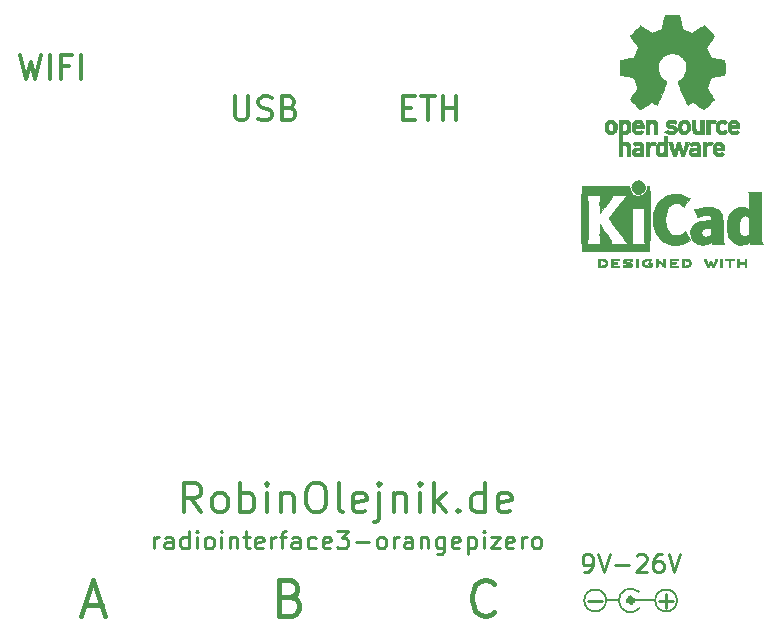
<source format=gbr>
G04 #@! TF.GenerationSoftware,KiCad,Pcbnew,(5.1.5)-3*
G04 #@! TF.CreationDate,2020-02-21T13:09:46+01:00*
G04 #@! TF.ProjectId,radiointerface-panel,72616469-6f69-46e7-9465-72666163652d,rev?*
G04 #@! TF.SameCoordinates,Original*
G04 #@! TF.FileFunction,Legend,Top*
G04 #@! TF.FilePolarity,Positive*
%FSLAX46Y46*%
G04 Gerber Fmt 4.6, Leading zero omitted, Abs format (unit mm)*
G04 Created by KiCad (PCBNEW (5.1.5)-3) date 2020-02-21 13:09:46*
%MOMM*%
%LPD*%
G04 APERTURE LIST*
%ADD10C,0.225000*%
%ADD11C,0.300000*%
%ADD12C,0.400000*%
%ADD13C,0.250000*%
%ADD14C,0.010000*%
%ADD15C,0.150000*%
%ADD16C,0.500000*%
G04 APERTURE END LIST*
D10*
X71142857Y-103178571D02*
X71142857Y-102178571D01*
X71142857Y-102464285D02*
X71214285Y-102321428D01*
X71285714Y-102250000D01*
X71428571Y-102178571D01*
X71571428Y-102178571D01*
X72714285Y-103178571D02*
X72714285Y-102392857D01*
X72642857Y-102250000D01*
X72500000Y-102178571D01*
X72214285Y-102178571D01*
X72071428Y-102250000D01*
X72714285Y-103107142D02*
X72571428Y-103178571D01*
X72214285Y-103178571D01*
X72071428Y-103107142D01*
X72000000Y-102964285D01*
X72000000Y-102821428D01*
X72071428Y-102678571D01*
X72214285Y-102607142D01*
X72571428Y-102607142D01*
X72714285Y-102535714D01*
X74071428Y-103178571D02*
X74071428Y-101678571D01*
X74071428Y-103107142D02*
X73928571Y-103178571D01*
X73642857Y-103178571D01*
X73500000Y-103107142D01*
X73428571Y-103035714D01*
X73357142Y-102892857D01*
X73357142Y-102464285D01*
X73428571Y-102321428D01*
X73500000Y-102250000D01*
X73642857Y-102178571D01*
X73928571Y-102178571D01*
X74071428Y-102250000D01*
X74785714Y-103178571D02*
X74785714Y-102178571D01*
X74785714Y-101678571D02*
X74714285Y-101750000D01*
X74785714Y-101821428D01*
X74857142Y-101750000D01*
X74785714Y-101678571D01*
X74785714Y-101821428D01*
X75714285Y-103178571D02*
X75571428Y-103107142D01*
X75500000Y-103035714D01*
X75428571Y-102892857D01*
X75428571Y-102464285D01*
X75500000Y-102321428D01*
X75571428Y-102250000D01*
X75714285Y-102178571D01*
X75928571Y-102178571D01*
X76071428Y-102250000D01*
X76142857Y-102321428D01*
X76214285Y-102464285D01*
X76214285Y-102892857D01*
X76142857Y-103035714D01*
X76071428Y-103107142D01*
X75928571Y-103178571D01*
X75714285Y-103178571D01*
X76857142Y-103178571D02*
X76857142Y-102178571D01*
X76857142Y-101678571D02*
X76785714Y-101750000D01*
X76857142Y-101821428D01*
X76928571Y-101750000D01*
X76857142Y-101678571D01*
X76857142Y-101821428D01*
X77571428Y-102178571D02*
X77571428Y-103178571D01*
X77571428Y-102321428D02*
X77642857Y-102250000D01*
X77785714Y-102178571D01*
X78000000Y-102178571D01*
X78142857Y-102250000D01*
X78214285Y-102392857D01*
X78214285Y-103178571D01*
X78714285Y-102178571D02*
X79285714Y-102178571D01*
X78928571Y-101678571D02*
X78928571Y-102964285D01*
X79000000Y-103107142D01*
X79142857Y-103178571D01*
X79285714Y-103178571D01*
X80357142Y-103107142D02*
X80214285Y-103178571D01*
X79928571Y-103178571D01*
X79785714Y-103107142D01*
X79714285Y-102964285D01*
X79714285Y-102392857D01*
X79785714Y-102250000D01*
X79928571Y-102178571D01*
X80214285Y-102178571D01*
X80357142Y-102250000D01*
X80428571Y-102392857D01*
X80428571Y-102535714D01*
X79714285Y-102678571D01*
X81071428Y-103178571D02*
X81071428Y-102178571D01*
X81071428Y-102464285D02*
X81142857Y-102321428D01*
X81214285Y-102250000D01*
X81357142Y-102178571D01*
X81500000Y-102178571D01*
X81785714Y-102178571D02*
X82357142Y-102178571D01*
X82000000Y-103178571D02*
X82000000Y-101892857D01*
X82071428Y-101750000D01*
X82214285Y-101678571D01*
X82357142Y-101678571D01*
X83500000Y-103178571D02*
X83500000Y-102392857D01*
X83428571Y-102250000D01*
X83285714Y-102178571D01*
X83000000Y-102178571D01*
X82857142Y-102250000D01*
X83500000Y-103107142D02*
X83357142Y-103178571D01*
X83000000Y-103178571D01*
X82857142Y-103107142D01*
X82785714Y-102964285D01*
X82785714Y-102821428D01*
X82857142Y-102678571D01*
X83000000Y-102607142D01*
X83357142Y-102607142D01*
X83500000Y-102535714D01*
X84857142Y-103107142D02*
X84714285Y-103178571D01*
X84428571Y-103178571D01*
X84285714Y-103107142D01*
X84214285Y-103035714D01*
X84142857Y-102892857D01*
X84142857Y-102464285D01*
X84214285Y-102321428D01*
X84285714Y-102250000D01*
X84428571Y-102178571D01*
X84714285Y-102178571D01*
X84857142Y-102250000D01*
X86071428Y-103107142D02*
X85928571Y-103178571D01*
X85642857Y-103178571D01*
X85500000Y-103107142D01*
X85428571Y-102964285D01*
X85428571Y-102392857D01*
X85500000Y-102250000D01*
X85642857Y-102178571D01*
X85928571Y-102178571D01*
X86071428Y-102250000D01*
X86142857Y-102392857D01*
X86142857Y-102535714D01*
X85428571Y-102678571D01*
X86642857Y-101678571D02*
X87571428Y-101678571D01*
X87071428Y-102250000D01*
X87285714Y-102250000D01*
X87428571Y-102321428D01*
X87500000Y-102392857D01*
X87571428Y-102535714D01*
X87571428Y-102892857D01*
X87500000Y-103035714D01*
X87428571Y-103107142D01*
X87285714Y-103178571D01*
X86857142Y-103178571D01*
X86714285Y-103107142D01*
X86642857Y-103035714D01*
X88214285Y-102607142D02*
X89357142Y-102607142D01*
X90285714Y-103178571D02*
X90142857Y-103107142D01*
X90071428Y-103035714D01*
X90000000Y-102892857D01*
X90000000Y-102464285D01*
X90071428Y-102321428D01*
X90142857Y-102250000D01*
X90285714Y-102178571D01*
X90500000Y-102178571D01*
X90642857Y-102250000D01*
X90714285Y-102321428D01*
X90785714Y-102464285D01*
X90785714Y-102892857D01*
X90714285Y-103035714D01*
X90642857Y-103107142D01*
X90500000Y-103178571D01*
X90285714Y-103178571D01*
X91428571Y-103178571D02*
X91428571Y-102178571D01*
X91428571Y-102464285D02*
X91500000Y-102321428D01*
X91571428Y-102250000D01*
X91714285Y-102178571D01*
X91857142Y-102178571D01*
X93000000Y-103178571D02*
X93000000Y-102392857D01*
X92928571Y-102250000D01*
X92785714Y-102178571D01*
X92500000Y-102178571D01*
X92357142Y-102250000D01*
X93000000Y-103107142D02*
X92857142Y-103178571D01*
X92500000Y-103178571D01*
X92357142Y-103107142D01*
X92285714Y-102964285D01*
X92285714Y-102821428D01*
X92357142Y-102678571D01*
X92500000Y-102607142D01*
X92857142Y-102607142D01*
X93000000Y-102535714D01*
X93714285Y-102178571D02*
X93714285Y-103178571D01*
X93714285Y-102321428D02*
X93785714Y-102250000D01*
X93928571Y-102178571D01*
X94142857Y-102178571D01*
X94285714Y-102250000D01*
X94357142Y-102392857D01*
X94357142Y-103178571D01*
X95714285Y-102178571D02*
X95714285Y-103392857D01*
X95642857Y-103535714D01*
X95571428Y-103607142D01*
X95428571Y-103678571D01*
X95214285Y-103678571D01*
X95071428Y-103607142D01*
X95714285Y-103107142D02*
X95571428Y-103178571D01*
X95285714Y-103178571D01*
X95142857Y-103107142D01*
X95071428Y-103035714D01*
X95000000Y-102892857D01*
X95000000Y-102464285D01*
X95071428Y-102321428D01*
X95142857Y-102250000D01*
X95285714Y-102178571D01*
X95571428Y-102178571D01*
X95714285Y-102250000D01*
X97000000Y-103107142D02*
X96857142Y-103178571D01*
X96571428Y-103178571D01*
X96428571Y-103107142D01*
X96357142Y-102964285D01*
X96357142Y-102392857D01*
X96428571Y-102250000D01*
X96571428Y-102178571D01*
X96857142Y-102178571D01*
X97000000Y-102250000D01*
X97071428Y-102392857D01*
X97071428Y-102535714D01*
X96357142Y-102678571D01*
X97714285Y-102178571D02*
X97714285Y-103678571D01*
X97714285Y-102250000D02*
X97857142Y-102178571D01*
X98142857Y-102178571D01*
X98285714Y-102250000D01*
X98357142Y-102321428D01*
X98428571Y-102464285D01*
X98428571Y-102892857D01*
X98357142Y-103035714D01*
X98285714Y-103107142D01*
X98142857Y-103178571D01*
X97857142Y-103178571D01*
X97714285Y-103107142D01*
X99071428Y-103178571D02*
X99071428Y-102178571D01*
X99071428Y-101678571D02*
X99000000Y-101750000D01*
X99071428Y-101821428D01*
X99142857Y-101750000D01*
X99071428Y-101678571D01*
X99071428Y-101821428D01*
X99642857Y-102178571D02*
X100428571Y-102178571D01*
X99642857Y-103178571D01*
X100428571Y-103178571D01*
X101571428Y-103107142D02*
X101428571Y-103178571D01*
X101142857Y-103178571D01*
X101000000Y-103107142D01*
X100928571Y-102964285D01*
X100928571Y-102392857D01*
X101000000Y-102250000D01*
X101142857Y-102178571D01*
X101428571Y-102178571D01*
X101571428Y-102250000D01*
X101642857Y-102392857D01*
X101642857Y-102535714D01*
X100928571Y-102678571D01*
X102285714Y-103178571D02*
X102285714Y-102178571D01*
X102285714Y-102464285D02*
X102357142Y-102321428D01*
X102428571Y-102250000D01*
X102571428Y-102178571D01*
X102714285Y-102178571D01*
X103428571Y-103178571D02*
X103285714Y-103107142D01*
X103214285Y-103035714D01*
X103142857Y-102892857D01*
X103142857Y-102464285D01*
X103214285Y-102321428D01*
X103285714Y-102250000D01*
X103428571Y-102178571D01*
X103642857Y-102178571D01*
X103785714Y-102250000D01*
X103857142Y-102321428D01*
X103928571Y-102464285D01*
X103928571Y-102892857D01*
X103857142Y-103035714D01*
X103785714Y-103107142D01*
X103642857Y-103178571D01*
X103428571Y-103178571D01*
D11*
X75119047Y-100130952D02*
X74285714Y-98940476D01*
X73690476Y-100130952D02*
X73690476Y-97630952D01*
X74642857Y-97630952D01*
X74880952Y-97750000D01*
X75000000Y-97869047D01*
X75119047Y-98107142D01*
X75119047Y-98464285D01*
X75000000Y-98702380D01*
X74880952Y-98821428D01*
X74642857Y-98940476D01*
X73690476Y-98940476D01*
X76547619Y-100130952D02*
X76309523Y-100011904D01*
X76190476Y-99892857D01*
X76071428Y-99654761D01*
X76071428Y-98940476D01*
X76190476Y-98702380D01*
X76309523Y-98583333D01*
X76547619Y-98464285D01*
X76904761Y-98464285D01*
X77142857Y-98583333D01*
X77261904Y-98702380D01*
X77380952Y-98940476D01*
X77380952Y-99654761D01*
X77261904Y-99892857D01*
X77142857Y-100011904D01*
X76904761Y-100130952D01*
X76547619Y-100130952D01*
X78452380Y-100130952D02*
X78452380Y-97630952D01*
X78452380Y-98583333D02*
X78690476Y-98464285D01*
X79166666Y-98464285D01*
X79404761Y-98583333D01*
X79523809Y-98702380D01*
X79642857Y-98940476D01*
X79642857Y-99654761D01*
X79523809Y-99892857D01*
X79404761Y-100011904D01*
X79166666Y-100130952D01*
X78690476Y-100130952D01*
X78452380Y-100011904D01*
X80714285Y-100130952D02*
X80714285Y-98464285D01*
X80714285Y-97630952D02*
X80595238Y-97750000D01*
X80714285Y-97869047D01*
X80833333Y-97750000D01*
X80714285Y-97630952D01*
X80714285Y-97869047D01*
X81904761Y-98464285D02*
X81904761Y-100130952D01*
X81904761Y-98702380D02*
X82023809Y-98583333D01*
X82261904Y-98464285D01*
X82619047Y-98464285D01*
X82857142Y-98583333D01*
X82976190Y-98821428D01*
X82976190Y-100130952D01*
X84642857Y-97630952D02*
X85119047Y-97630952D01*
X85357142Y-97750000D01*
X85595238Y-97988095D01*
X85714285Y-98464285D01*
X85714285Y-99297619D01*
X85595238Y-99773809D01*
X85357142Y-100011904D01*
X85119047Y-100130952D01*
X84642857Y-100130952D01*
X84404761Y-100011904D01*
X84166666Y-99773809D01*
X84047619Y-99297619D01*
X84047619Y-98464285D01*
X84166666Y-97988095D01*
X84404761Y-97750000D01*
X84642857Y-97630952D01*
X87142857Y-100130952D02*
X86904761Y-100011904D01*
X86785714Y-99773809D01*
X86785714Y-97630952D01*
X89047619Y-100011904D02*
X88809523Y-100130952D01*
X88333333Y-100130952D01*
X88095238Y-100011904D01*
X87976190Y-99773809D01*
X87976190Y-98821428D01*
X88095238Y-98583333D01*
X88333333Y-98464285D01*
X88809523Y-98464285D01*
X89047619Y-98583333D01*
X89166666Y-98821428D01*
X89166666Y-99059523D01*
X87976190Y-99297619D01*
X90238095Y-98464285D02*
X90238095Y-100607142D01*
X90119047Y-100845238D01*
X89880952Y-100964285D01*
X89761904Y-100964285D01*
X90238095Y-97630952D02*
X90119047Y-97750000D01*
X90238095Y-97869047D01*
X90357142Y-97750000D01*
X90238095Y-97630952D01*
X90238095Y-97869047D01*
X91428571Y-98464285D02*
X91428571Y-100130952D01*
X91428571Y-98702380D02*
X91547619Y-98583333D01*
X91785714Y-98464285D01*
X92142857Y-98464285D01*
X92380952Y-98583333D01*
X92500000Y-98821428D01*
X92500000Y-100130952D01*
X93690476Y-100130952D02*
X93690476Y-98464285D01*
X93690476Y-97630952D02*
X93571428Y-97750000D01*
X93690476Y-97869047D01*
X93809523Y-97750000D01*
X93690476Y-97630952D01*
X93690476Y-97869047D01*
X94880952Y-100130952D02*
X94880952Y-97630952D01*
X95119047Y-99178571D02*
X95833333Y-100130952D01*
X95833333Y-98464285D02*
X94880952Y-99416666D01*
X96904761Y-99892857D02*
X97023809Y-100011904D01*
X96904761Y-100130952D01*
X96785714Y-100011904D01*
X96904761Y-99892857D01*
X96904761Y-100130952D01*
X99166666Y-100130952D02*
X99166666Y-97630952D01*
X99166666Y-100011904D02*
X98928571Y-100130952D01*
X98452380Y-100130952D01*
X98214285Y-100011904D01*
X98095238Y-99892857D01*
X97976190Y-99654761D01*
X97976190Y-98940476D01*
X98095238Y-98702380D01*
X98214285Y-98583333D01*
X98452380Y-98464285D01*
X98928571Y-98464285D01*
X99166666Y-98583333D01*
X101309523Y-100011904D02*
X101071428Y-100130952D01*
X100595238Y-100130952D01*
X100357142Y-100011904D01*
X100238095Y-99773809D01*
X100238095Y-98821428D01*
X100357142Y-98583333D01*
X100595238Y-98464285D01*
X101071428Y-98464285D01*
X101309523Y-98583333D01*
X101428571Y-98821428D01*
X101428571Y-99059523D01*
X100238095Y-99297619D01*
D12*
X99928571Y-108571428D02*
X99785714Y-108714285D01*
X99357142Y-108857142D01*
X99071428Y-108857142D01*
X98642857Y-108714285D01*
X98357142Y-108428571D01*
X98214285Y-108142857D01*
X98071428Y-107571428D01*
X98071428Y-107142857D01*
X98214285Y-106571428D01*
X98357142Y-106285714D01*
X98642857Y-106000000D01*
X99071428Y-105857142D01*
X99357142Y-105857142D01*
X99785714Y-106000000D01*
X99928571Y-106142857D01*
X82714285Y-107285714D02*
X83142857Y-107428571D01*
X83285714Y-107571428D01*
X83428571Y-107857142D01*
X83428571Y-108285714D01*
X83285714Y-108571428D01*
X83142857Y-108714285D01*
X82857142Y-108857142D01*
X81714285Y-108857142D01*
X81714285Y-105857142D01*
X82714285Y-105857142D01*
X83000000Y-106000000D01*
X83142857Y-106142857D01*
X83285714Y-106428571D01*
X83285714Y-106714285D01*
X83142857Y-107000000D01*
X83000000Y-107142857D01*
X82714285Y-107285714D01*
X81714285Y-107285714D01*
X65285714Y-108000000D02*
X66714285Y-108000000D01*
X65000000Y-108857142D02*
X66000000Y-105857142D01*
X67000000Y-108857142D01*
D11*
X59833333Y-61404761D02*
X60309523Y-63404761D01*
X60690476Y-61976190D01*
X61071428Y-63404761D01*
X61547619Y-61404761D01*
X62309523Y-63404761D02*
X62309523Y-61404761D01*
X63928571Y-62357142D02*
X63261904Y-62357142D01*
X63261904Y-63404761D02*
X63261904Y-61404761D01*
X64214285Y-61404761D01*
X64976190Y-63404761D02*
X64976190Y-61404761D01*
D13*
X113928571Y-107607142D02*
X115071428Y-107607142D01*
X114500000Y-108178571D02*
X114500000Y-107035714D01*
X107928571Y-107607142D02*
X109071428Y-107607142D01*
X107571428Y-105178571D02*
X107857142Y-105178571D01*
X108000000Y-105107142D01*
X108071428Y-105035714D01*
X108214285Y-104821428D01*
X108285714Y-104535714D01*
X108285714Y-103964285D01*
X108214285Y-103821428D01*
X108142857Y-103750000D01*
X108000000Y-103678571D01*
X107714285Y-103678571D01*
X107571428Y-103750000D01*
X107500000Y-103821428D01*
X107428571Y-103964285D01*
X107428571Y-104321428D01*
X107500000Y-104464285D01*
X107571428Y-104535714D01*
X107714285Y-104607142D01*
X108000000Y-104607142D01*
X108142857Y-104535714D01*
X108214285Y-104464285D01*
X108285714Y-104321428D01*
X108714285Y-103678571D02*
X109214285Y-105178571D01*
X109714285Y-103678571D01*
X110214285Y-104607142D02*
X111357142Y-104607142D01*
X112000000Y-103821428D02*
X112071428Y-103750000D01*
X112214285Y-103678571D01*
X112571428Y-103678571D01*
X112714285Y-103750000D01*
X112785714Y-103821428D01*
X112857142Y-103964285D01*
X112857142Y-104107142D01*
X112785714Y-104321428D01*
X111928571Y-105178571D01*
X112857142Y-105178571D01*
X114142857Y-103678571D02*
X113857142Y-103678571D01*
X113714285Y-103750000D01*
X113642857Y-103821428D01*
X113500000Y-104035714D01*
X113428571Y-104321428D01*
X113428571Y-104892857D01*
X113500000Y-105035714D01*
X113571428Y-105107142D01*
X113714285Y-105178571D01*
X114000000Y-105178571D01*
X114142857Y-105107142D01*
X114214285Y-105035714D01*
X114285714Y-104892857D01*
X114285714Y-104535714D01*
X114214285Y-104392857D01*
X114142857Y-104321428D01*
X114000000Y-104250000D01*
X113714285Y-104250000D01*
X113571428Y-104321428D01*
X113500000Y-104392857D01*
X113428571Y-104535714D01*
X114714285Y-103678571D02*
X115214285Y-105178571D01*
X115714285Y-103678571D01*
D11*
X92261904Y-65857142D02*
X92928571Y-65857142D01*
X93214285Y-66904761D02*
X92261904Y-66904761D01*
X92261904Y-64904761D01*
X93214285Y-64904761D01*
X93785714Y-64904761D02*
X94928571Y-64904761D01*
X94357142Y-66904761D02*
X94357142Y-64904761D01*
X95595238Y-66904761D02*
X95595238Y-64904761D01*
X95595238Y-65857142D02*
X96738095Y-65857142D01*
X96738095Y-66904761D02*
X96738095Y-64904761D01*
X77976190Y-64904761D02*
X77976190Y-66523809D01*
X78071428Y-66714285D01*
X78166666Y-66809523D01*
X78357142Y-66904761D01*
X78738095Y-66904761D01*
X78928571Y-66809523D01*
X79023809Y-66714285D01*
X79119047Y-66523809D01*
X79119047Y-64904761D01*
X79976190Y-66809523D02*
X80261904Y-66904761D01*
X80738095Y-66904761D01*
X80928571Y-66809523D01*
X81023809Y-66714285D01*
X81119047Y-66523809D01*
X81119047Y-66333333D01*
X81023809Y-66142857D01*
X80928571Y-66047619D01*
X80738095Y-65952380D01*
X80357142Y-65857142D01*
X80166666Y-65761904D01*
X80071428Y-65666666D01*
X79976190Y-65476190D01*
X79976190Y-65285714D01*
X80071428Y-65095238D01*
X80166666Y-65000000D01*
X80357142Y-64904761D01*
X80833333Y-64904761D01*
X81119047Y-65000000D01*
X82642857Y-65857142D02*
X82928571Y-65952380D01*
X83023809Y-66047619D01*
X83119047Y-66238095D01*
X83119047Y-66523809D01*
X83023809Y-66714285D01*
X82928571Y-66809523D01*
X82738095Y-66904761D01*
X81976190Y-66904761D01*
X81976190Y-64904761D01*
X82642857Y-64904761D01*
X82833333Y-65000000D01*
X82928571Y-65095238D01*
X83023809Y-65285714D01*
X83023809Y-65476190D01*
X82928571Y-65666666D01*
X82833333Y-65761904D01*
X82642857Y-65857142D01*
X81976190Y-65857142D01*
D14*
G36*
X115746535Y-58633172D02*
G01*
X115859117Y-59230363D01*
X116274531Y-59401610D01*
X116689944Y-59572857D01*
X117188302Y-59233978D01*
X117327868Y-59139622D01*
X117454028Y-59055375D01*
X117560895Y-58985083D01*
X117642582Y-58932592D01*
X117693201Y-58901749D01*
X117706986Y-58895098D01*
X117731820Y-58912203D01*
X117784888Y-58959489D01*
X117860240Y-59030917D01*
X117951929Y-59120445D01*
X118054007Y-59222034D01*
X118160526Y-59329643D01*
X118265536Y-59437232D01*
X118363091Y-59538760D01*
X118447242Y-59628186D01*
X118512040Y-59699471D01*
X118551538Y-59746573D01*
X118560980Y-59762337D01*
X118547391Y-59791398D01*
X118509293Y-59855066D01*
X118450694Y-59947112D01*
X118375597Y-60061309D01*
X118288009Y-60191429D01*
X118237254Y-60265646D01*
X118144745Y-60401167D01*
X118062540Y-60523461D01*
X117994630Y-60626440D01*
X117945000Y-60704018D01*
X117917640Y-60750106D01*
X117913529Y-60759792D01*
X117922849Y-60787319D01*
X117948254Y-60851473D01*
X117985911Y-60943235D01*
X118031986Y-61053584D01*
X118082646Y-61173500D01*
X118134059Y-61293964D01*
X118182389Y-61405954D01*
X118223806Y-61500452D01*
X118254474Y-61568437D01*
X118270562Y-61600888D01*
X118271511Y-61602165D01*
X118296772Y-61608362D01*
X118364046Y-61622185D01*
X118466360Y-61642277D01*
X118596741Y-61667279D01*
X118748216Y-61695831D01*
X118836594Y-61712296D01*
X118998452Y-61743114D01*
X119144649Y-61772439D01*
X119267787Y-61798666D01*
X119360469Y-61820191D01*
X119415301Y-61835410D01*
X119426323Y-61840238D01*
X119437119Y-61872919D01*
X119445829Y-61946730D01*
X119452460Y-62053037D01*
X119457018Y-62183212D01*
X119459509Y-62328621D01*
X119459938Y-62480635D01*
X119458311Y-62630622D01*
X119454635Y-62769951D01*
X119448915Y-62889990D01*
X119441158Y-62982110D01*
X119431368Y-63037677D01*
X119425496Y-63049245D01*
X119390399Y-63063110D01*
X119316028Y-63082933D01*
X119212223Y-63106384D01*
X119088819Y-63131136D01*
X119045741Y-63139143D01*
X118838047Y-63177186D01*
X118673984Y-63207824D01*
X118548130Y-63232274D01*
X118455065Y-63251754D01*
X118389367Y-63267481D01*
X118345617Y-63280673D01*
X118318392Y-63292549D01*
X118302272Y-63304325D01*
X118300017Y-63306653D01*
X118277503Y-63344145D01*
X118243158Y-63417110D01*
X118200411Y-63516612D01*
X118152692Y-63633718D01*
X118103430Y-63759493D01*
X118056055Y-63885002D01*
X118013995Y-64001310D01*
X117980680Y-64099484D01*
X117959541Y-64170588D01*
X117954005Y-64205687D01*
X117954466Y-64206917D01*
X117973223Y-64235606D01*
X118015776Y-64298730D01*
X118077653Y-64389718D01*
X118154382Y-64502000D01*
X118241491Y-64629005D01*
X118266299Y-64665098D01*
X118354753Y-64795948D01*
X118432588Y-64915336D01*
X118495566Y-65016407D01*
X118539445Y-65092304D01*
X118559985Y-65136172D01*
X118560980Y-65141562D01*
X118543722Y-65169889D01*
X118496036Y-65226006D01*
X118424050Y-65303882D01*
X118333897Y-65397485D01*
X118231705Y-65500786D01*
X118123606Y-65607751D01*
X118015728Y-65712351D01*
X117914204Y-65808554D01*
X117825162Y-65890329D01*
X117754733Y-65951645D01*
X117709047Y-65986471D01*
X117696409Y-65992157D01*
X117666991Y-65978765D01*
X117606761Y-65942644D01*
X117525530Y-65889881D01*
X117463030Y-65847412D01*
X117349785Y-65769485D01*
X117215674Y-65677729D01*
X117081155Y-65586120D01*
X117008833Y-65537091D01*
X116764038Y-65371515D01*
X116558551Y-65482620D01*
X116464936Y-65531293D01*
X116385330Y-65569126D01*
X116331467Y-65590703D01*
X116317757Y-65593706D01*
X116301270Y-65571538D01*
X116268745Y-65508894D01*
X116222609Y-65411554D01*
X116165290Y-65285294D01*
X116099216Y-65135895D01*
X116026815Y-64969133D01*
X115950516Y-64790787D01*
X115872746Y-64606636D01*
X115795934Y-64422457D01*
X115722506Y-64244030D01*
X115654892Y-64077132D01*
X115595520Y-63927542D01*
X115546816Y-63801038D01*
X115511210Y-63703399D01*
X115491130Y-63640402D01*
X115487900Y-63618766D01*
X115513496Y-63591169D01*
X115569539Y-63546370D01*
X115644311Y-63493679D01*
X115650587Y-63489510D01*
X115843845Y-63334814D01*
X115999674Y-63154336D01*
X116116724Y-62953847D01*
X116193645Y-62739119D01*
X116229086Y-62515922D01*
X116221697Y-62290026D01*
X116170127Y-62067204D01*
X116073026Y-61853224D01*
X116044458Y-61806409D01*
X115895868Y-61617363D01*
X115720327Y-61465557D01*
X115523910Y-61351779D01*
X115312693Y-61276820D01*
X115092753Y-61241467D01*
X114870163Y-61246512D01*
X114651001Y-61292744D01*
X114441342Y-61380951D01*
X114247261Y-61511924D01*
X114187226Y-61565082D01*
X114034435Y-61731484D01*
X113923097Y-61906657D01*
X113846723Y-62103011D01*
X113804187Y-62297462D01*
X113793686Y-62516087D01*
X113828701Y-62735797D01*
X113905673Y-62949165D01*
X114021047Y-63148767D01*
X114171266Y-63327174D01*
X114352773Y-63476962D01*
X114376627Y-63492751D01*
X114452201Y-63544457D01*
X114509651Y-63589257D01*
X114537117Y-63617862D01*
X114537517Y-63618766D01*
X114531620Y-63649709D01*
X114508245Y-63719936D01*
X114469821Y-63823670D01*
X114418777Y-63955135D01*
X114357542Y-64108552D01*
X114288544Y-64278146D01*
X114214214Y-64458138D01*
X114136978Y-64642753D01*
X114059268Y-64826213D01*
X113983511Y-65002741D01*
X113912137Y-65166559D01*
X113847574Y-65311892D01*
X113792252Y-65432962D01*
X113748600Y-65523992D01*
X113719046Y-65579205D01*
X113707144Y-65593706D01*
X113670777Y-65582414D01*
X113602730Y-65552130D01*
X113514737Y-65508265D01*
X113466351Y-65482620D01*
X113260863Y-65371515D01*
X113016068Y-65537091D01*
X112891106Y-65621915D01*
X112754295Y-65715261D01*
X112626089Y-65803153D01*
X112561871Y-65847412D01*
X112471551Y-65908063D01*
X112395071Y-65956126D01*
X112342407Y-65985515D01*
X112325302Y-65991727D01*
X112300405Y-65974968D01*
X112245305Y-65928181D01*
X112165343Y-65856225D01*
X112065861Y-65763957D01*
X111952200Y-65656235D01*
X111880315Y-65587071D01*
X111754551Y-65463502D01*
X111645863Y-65352979D01*
X111558645Y-65260230D01*
X111497289Y-65189982D01*
X111466191Y-65146965D01*
X111463208Y-65138235D01*
X111477053Y-65105029D01*
X111515312Y-65037887D01*
X111573742Y-64943608D01*
X111648097Y-64828990D01*
X111734135Y-64700828D01*
X111758603Y-64665098D01*
X111847755Y-64535234D01*
X111927738Y-64418314D01*
X111994080Y-64320907D01*
X112042311Y-64249584D01*
X112067957Y-64210915D01*
X112070435Y-64206917D01*
X112066729Y-64176100D01*
X112047061Y-64108344D01*
X112014860Y-64012584D01*
X111973555Y-63897754D01*
X111926575Y-63772789D01*
X111877349Y-63646624D01*
X111829308Y-63528193D01*
X111785881Y-63426430D01*
X111750496Y-63350271D01*
X111726584Y-63308649D01*
X111724884Y-63306653D01*
X111710262Y-63294758D01*
X111685565Y-63282995D01*
X111645372Y-63270146D01*
X111584263Y-63254994D01*
X111496817Y-63236321D01*
X111377612Y-63212910D01*
X111221227Y-63183542D01*
X111022243Y-63147000D01*
X110979160Y-63139143D01*
X110851471Y-63114472D01*
X110740153Y-63090338D01*
X110655045Y-63069069D01*
X110605983Y-63052993D01*
X110599405Y-63049245D01*
X110588564Y-63016018D01*
X110579753Y-62941766D01*
X110572976Y-62835121D01*
X110568240Y-62704712D01*
X110565550Y-62559172D01*
X110564913Y-62407131D01*
X110566334Y-62257221D01*
X110569820Y-62118073D01*
X110575376Y-61998317D01*
X110583008Y-61906586D01*
X110592722Y-61851511D01*
X110598578Y-61840238D01*
X110631180Y-61828868D01*
X110705418Y-61810369D01*
X110813896Y-61786347D01*
X110949217Y-61758407D01*
X111103985Y-61728153D01*
X111188308Y-61712296D01*
X111348296Y-61682389D01*
X111490967Y-61655295D01*
X111609348Y-61632376D01*
X111696465Y-61614988D01*
X111745345Y-61604492D01*
X111753390Y-61602165D01*
X111766987Y-61575931D01*
X111795729Y-61512740D01*
X111835785Y-61421622D01*
X111883324Y-61311602D01*
X111934515Y-61191710D01*
X111985526Y-61070972D01*
X112032526Y-60958416D01*
X112071684Y-60863071D01*
X112099169Y-60793962D01*
X112111149Y-60760119D01*
X112111372Y-60758640D01*
X112097791Y-60731942D01*
X112059715Y-60670505D01*
X112001147Y-60580434D01*
X111926088Y-60467835D01*
X111838540Y-60338815D01*
X111787647Y-60264706D01*
X111694909Y-60128822D01*
X111612541Y-60005454D01*
X111544561Y-59900842D01*
X111494988Y-59821228D01*
X111467842Y-59772852D01*
X111463921Y-59762007D01*
X111480775Y-59736765D01*
X111527368Y-59682869D01*
X111597749Y-59606358D01*
X111685965Y-59513268D01*
X111786065Y-59409640D01*
X111892098Y-59301509D01*
X111998111Y-59194915D01*
X112098152Y-59095895D01*
X112186270Y-59010487D01*
X112256513Y-58944730D01*
X112302928Y-58904661D01*
X112318456Y-58895098D01*
X112343739Y-58908545D01*
X112404211Y-58946320D01*
X112493992Y-59004580D01*
X112607203Y-59079479D01*
X112737964Y-59167170D01*
X112836600Y-59233978D01*
X113334957Y-59572857D01*
X113750371Y-59401610D01*
X114165784Y-59230363D01*
X114278366Y-58633172D01*
X114390949Y-58035980D01*
X115633952Y-58035980D01*
X115746535Y-58633172D01*
G37*
X115746535Y-58633172D02*
X115859117Y-59230363D01*
X116274531Y-59401610D01*
X116689944Y-59572857D01*
X117188302Y-59233978D01*
X117327868Y-59139622D01*
X117454028Y-59055375D01*
X117560895Y-58985083D01*
X117642582Y-58932592D01*
X117693201Y-58901749D01*
X117706986Y-58895098D01*
X117731820Y-58912203D01*
X117784888Y-58959489D01*
X117860240Y-59030917D01*
X117951929Y-59120445D01*
X118054007Y-59222034D01*
X118160526Y-59329643D01*
X118265536Y-59437232D01*
X118363091Y-59538760D01*
X118447242Y-59628186D01*
X118512040Y-59699471D01*
X118551538Y-59746573D01*
X118560980Y-59762337D01*
X118547391Y-59791398D01*
X118509293Y-59855066D01*
X118450694Y-59947112D01*
X118375597Y-60061309D01*
X118288009Y-60191429D01*
X118237254Y-60265646D01*
X118144745Y-60401167D01*
X118062540Y-60523461D01*
X117994630Y-60626440D01*
X117945000Y-60704018D01*
X117917640Y-60750106D01*
X117913529Y-60759792D01*
X117922849Y-60787319D01*
X117948254Y-60851473D01*
X117985911Y-60943235D01*
X118031986Y-61053584D01*
X118082646Y-61173500D01*
X118134059Y-61293964D01*
X118182389Y-61405954D01*
X118223806Y-61500452D01*
X118254474Y-61568437D01*
X118270562Y-61600888D01*
X118271511Y-61602165D01*
X118296772Y-61608362D01*
X118364046Y-61622185D01*
X118466360Y-61642277D01*
X118596741Y-61667279D01*
X118748216Y-61695831D01*
X118836594Y-61712296D01*
X118998452Y-61743114D01*
X119144649Y-61772439D01*
X119267787Y-61798666D01*
X119360469Y-61820191D01*
X119415301Y-61835410D01*
X119426323Y-61840238D01*
X119437119Y-61872919D01*
X119445829Y-61946730D01*
X119452460Y-62053037D01*
X119457018Y-62183212D01*
X119459509Y-62328621D01*
X119459938Y-62480635D01*
X119458311Y-62630622D01*
X119454635Y-62769951D01*
X119448915Y-62889990D01*
X119441158Y-62982110D01*
X119431368Y-63037677D01*
X119425496Y-63049245D01*
X119390399Y-63063110D01*
X119316028Y-63082933D01*
X119212223Y-63106384D01*
X119088819Y-63131136D01*
X119045741Y-63139143D01*
X118838047Y-63177186D01*
X118673984Y-63207824D01*
X118548130Y-63232274D01*
X118455065Y-63251754D01*
X118389367Y-63267481D01*
X118345617Y-63280673D01*
X118318392Y-63292549D01*
X118302272Y-63304325D01*
X118300017Y-63306653D01*
X118277503Y-63344145D01*
X118243158Y-63417110D01*
X118200411Y-63516612D01*
X118152692Y-63633718D01*
X118103430Y-63759493D01*
X118056055Y-63885002D01*
X118013995Y-64001310D01*
X117980680Y-64099484D01*
X117959541Y-64170588D01*
X117954005Y-64205687D01*
X117954466Y-64206917D01*
X117973223Y-64235606D01*
X118015776Y-64298730D01*
X118077653Y-64389718D01*
X118154382Y-64502000D01*
X118241491Y-64629005D01*
X118266299Y-64665098D01*
X118354753Y-64795948D01*
X118432588Y-64915336D01*
X118495566Y-65016407D01*
X118539445Y-65092304D01*
X118559985Y-65136172D01*
X118560980Y-65141562D01*
X118543722Y-65169889D01*
X118496036Y-65226006D01*
X118424050Y-65303882D01*
X118333897Y-65397485D01*
X118231705Y-65500786D01*
X118123606Y-65607751D01*
X118015728Y-65712351D01*
X117914204Y-65808554D01*
X117825162Y-65890329D01*
X117754733Y-65951645D01*
X117709047Y-65986471D01*
X117696409Y-65992157D01*
X117666991Y-65978765D01*
X117606761Y-65942644D01*
X117525530Y-65889881D01*
X117463030Y-65847412D01*
X117349785Y-65769485D01*
X117215674Y-65677729D01*
X117081155Y-65586120D01*
X117008833Y-65537091D01*
X116764038Y-65371515D01*
X116558551Y-65482620D01*
X116464936Y-65531293D01*
X116385330Y-65569126D01*
X116331467Y-65590703D01*
X116317757Y-65593706D01*
X116301270Y-65571538D01*
X116268745Y-65508894D01*
X116222609Y-65411554D01*
X116165290Y-65285294D01*
X116099216Y-65135895D01*
X116026815Y-64969133D01*
X115950516Y-64790787D01*
X115872746Y-64606636D01*
X115795934Y-64422457D01*
X115722506Y-64244030D01*
X115654892Y-64077132D01*
X115595520Y-63927542D01*
X115546816Y-63801038D01*
X115511210Y-63703399D01*
X115491130Y-63640402D01*
X115487900Y-63618766D01*
X115513496Y-63591169D01*
X115569539Y-63546370D01*
X115644311Y-63493679D01*
X115650587Y-63489510D01*
X115843845Y-63334814D01*
X115999674Y-63154336D01*
X116116724Y-62953847D01*
X116193645Y-62739119D01*
X116229086Y-62515922D01*
X116221697Y-62290026D01*
X116170127Y-62067204D01*
X116073026Y-61853224D01*
X116044458Y-61806409D01*
X115895868Y-61617363D01*
X115720327Y-61465557D01*
X115523910Y-61351779D01*
X115312693Y-61276820D01*
X115092753Y-61241467D01*
X114870163Y-61246512D01*
X114651001Y-61292744D01*
X114441342Y-61380951D01*
X114247261Y-61511924D01*
X114187226Y-61565082D01*
X114034435Y-61731484D01*
X113923097Y-61906657D01*
X113846723Y-62103011D01*
X113804187Y-62297462D01*
X113793686Y-62516087D01*
X113828701Y-62735797D01*
X113905673Y-62949165D01*
X114021047Y-63148767D01*
X114171266Y-63327174D01*
X114352773Y-63476962D01*
X114376627Y-63492751D01*
X114452201Y-63544457D01*
X114509651Y-63589257D01*
X114537117Y-63617862D01*
X114537517Y-63618766D01*
X114531620Y-63649709D01*
X114508245Y-63719936D01*
X114469821Y-63823670D01*
X114418777Y-63955135D01*
X114357542Y-64108552D01*
X114288544Y-64278146D01*
X114214214Y-64458138D01*
X114136978Y-64642753D01*
X114059268Y-64826213D01*
X113983511Y-65002741D01*
X113912137Y-65166559D01*
X113847574Y-65311892D01*
X113792252Y-65432962D01*
X113748600Y-65523992D01*
X113719046Y-65579205D01*
X113707144Y-65593706D01*
X113670777Y-65582414D01*
X113602730Y-65552130D01*
X113514737Y-65508265D01*
X113466351Y-65482620D01*
X113260863Y-65371515D01*
X113016068Y-65537091D01*
X112891106Y-65621915D01*
X112754295Y-65715261D01*
X112626089Y-65803153D01*
X112561871Y-65847412D01*
X112471551Y-65908063D01*
X112395071Y-65956126D01*
X112342407Y-65985515D01*
X112325302Y-65991727D01*
X112300405Y-65974968D01*
X112245305Y-65928181D01*
X112165343Y-65856225D01*
X112065861Y-65763957D01*
X111952200Y-65656235D01*
X111880315Y-65587071D01*
X111754551Y-65463502D01*
X111645863Y-65352979D01*
X111558645Y-65260230D01*
X111497289Y-65189982D01*
X111466191Y-65146965D01*
X111463208Y-65138235D01*
X111477053Y-65105029D01*
X111515312Y-65037887D01*
X111573742Y-64943608D01*
X111648097Y-64828990D01*
X111734135Y-64700828D01*
X111758603Y-64665098D01*
X111847755Y-64535234D01*
X111927738Y-64418314D01*
X111994080Y-64320907D01*
X112042311Y-64249584D01*
X112067957Y-64210915D01*
X112070435Y-64206917D01*
X112066729Y-64176100D01*
X112047061Y-64108344D01*
X112014860Y-64012584D01*
X111973555Y-63897754D01*
X111926575Y-63772789D01*
X111877349Y-63646624D01*
X111829308Y-63528193D01*
X111785881Y-63426430D01*
X111750496Y-63350271D01*
X111726584Y-63308649D01*
X111724884Y-63306653D01*
X111710262Y-63294758D01*
X111685565Y-63282995D01*
X111645372Y-63270146D01*
X111584263Y-63254994D01*
X111496817Y-63236321D01*
X111377612Y-63212910D01*
X111221227Y-63183542D01*
X111022243Y-63147000D01*
X110979160Y-63139143D01*
X110851471Y-63114472D01*
X110740153Y-63090338D01*
X110655045Y-63069069D01*
X110605983Y-63052993D01*
X110599405Y-63049245D01*
X110588564Y-63016018D01*
X110579753Y-62941766D01*
X110572976Y-62835121D01*
X110568240Y-62704712D01*
X110565550Y-62559172D01*
X110564913Y-62407131D01*
X110566334Y-62257221D01*
X110569820Y-62118073D01*
X110575376Y-61998317D01*
X110583008Y-61906586D01*
X110592722Y-61851511D01*
X110598578Y-61840238D01*
X110631180Y-61828868D01*
X110705418Y-61810369D01*
X110813896Y-61786347D01*
X110949217Y-61758407D01*
X111103985Y-61728153D01*
X111188308Y-61712296D01*
X111348296Y-61682389D01*
X111490967Y-61655295D01*
X111609348Y-61632376D01*
X111696465Y-61614988D01*
X111745345Y-61604492D01*
X111753390Y-61602165D01*
X111766987Y-61575931D01*
X111795729Y-61512740D01*
X111835785Y-61421622D01*
X111883324Y-61311602D01*
X111934515Y-61191710D01*
X111985526Y-61070972D01*
X112032526Y-60958416D01*
X112071684Y-60863071D01*
X112099169Y-60793962D01*
X112111149Y-60760119D01*
X112111372Y-60758640D01*
X112097791Y-60731942D01*
X112059715Y-60670505D01*
X112001147Y-60580434D01*
X111926088Y-60467835D01*
X111838540Y-60338815D01*
X111787647Y-60264706D01*
X111694909Y-60128822D01*
X111612541Y-60005454D01*
X111544561Y-59900842D01*
X111494988Y-59821228D01*
X111467842Y-59772852D01*
X111463921Y-59762007D01*
X111480775Y-59736765D01*
X111527368Y-59682869D01*
X111597749Y-59606358D01*
X111685965Y-59513268D01*
X111786065Y-59409640D01*
X111892098Y-59301509D01*
X111998111Y-59194915D01*
X112098152Y-59095895D01*
X112186270Y-59010487D01*
X112256513Y-58944730D01*
X112302928Y-58904661D01*
X112318456Y-58895098D01*
X112343739Y-58908545D01*
X112404211Y-58946320D01*
X112493992Y-59004580D01*
X112607203Y-59079479D01*
X112737964Y-59167170D01*
X112836600Y-59233978D01*
X113334957Y-59572857D01*
X113750371Y-59401610D01*
X114165784Y-59230363D01*
X114278366Y-58633172D01*
X114390949Y-58035980D01*
X115633952Y-58035980D01*
X115746535Y-58633172D01*
G36*
X118563637Y-66887472D02*
G01*
X118649290Y-66913641D01*
X118704437Y-66946707D01*
X118722401Y-66972855D01*
X118717457Y-67003852D01*
X118685372Y-67052547D01*
X118658243Y-67087035D01*
X118602317Y-67149383D01*
X118560299Y-67175615D01*
X118524480Y-67173903D01*
X118418224Y-67146863D01*
X118340189Y-67148091D01*
X118276820Y-67178735D01*
X118255546Y-67196670D01*
X118187451Y-67259779D01*
X118187451Y-68083922D01*
X117913529Y-68083922D01*
X117913529Y-66888628D01*
X118050490Y-66888628D01*
X118132719Y-66891879D01*
X118175144Y-66903426D01*
X118187445Y-66925952D01*
X118187451Y-66926620D01*
X118193260Y-66950215D01*
X118219531Y-66947138D01*
X118255931Y-66930115D01*
X118331111Y-66898439D01*
X118392158Y-66879381D01*
X118470708Y-66874496D01*
X118563637Y-66887472D01*
G37*
X118563637Y-66887472D02*
X118649290Y-66913641D01*
X118704437Y-66946707D01*
X118722401Y-66972855D01*
X118717457Y-67003852D01*
X118685372Y-67052547D01*
X118658243Y-67087035D01*
X118602317Y-67149383D01*
X118560299Y-67175615D01*
X118524480Y-67173903D01*
X118418224Y-67146863D01*
X118340189Y-67148091D01*
X118276820Y-67178735D01*
X118255546Y-67196670D01*
X118187451Y-67259779D01*
X118187451Y-68083922D01*
X117913529Y-68083922D01*
X117913529Y-66888628D01*
X118050490Y-66888628D01*
X118132719Y-66891879D01*
X118175144Y-66903426D01*
X118187445Y-66925952D01*
X118187451Y-66926620D01*
X118193260Y-66950215D01*
X118219531Y-66947138D01*
X118255931Y-66930115D01*
X118331111Y-66898439D01*
X118392158Y-66879381D01*
X118470708Y-66874496D01*
X118563637Y-66887472D01*
G36*
X113506760Y-66909199D02*
G01*
X113568736Y-66938802D01*
X113628759Y-66981561D01*
X113674486Y-67030775D01*
X113707793Y-67093544D01*
X113730555Y-67176971D01*
X113744647Y-67288159D01*
X113751942Y-67434209D01*
X113754318Y-67622223D01*
X113754355Y-67641912D01*
X113754902Y-68083922D01*
X113480980Y-68083922D01*
X113480980Y-67676435D01*
X113480785Y-67525471D01*
X113479436Y-67416056D01*
X113475788Y-67339933D01*
X113468696Y-67288848D01*
X113457013Y-67254545D01*
X113439594Y-67228768D01*
X113415329Y-67203298D01*
X113330435Y-67148571D01*
X113237761Y-67138416D01*
X113149473Y-67173017D01*
X113118770Y-67198770D01*
X113096229Y-67222982D01*
X113080046Y-67248912D01*
X113069168Y-67284708D01*
X113062542Y-67338519D01*
X113059115Y-67418493D01*
X113057834Y-67532779D01*
X113057647Y-67671907D01*
X113057647Y-68083922D01*
X112783725Y-68083922D01*
X112783725Y-66888628D01*
X112920686Y-66888628D01*
X113002916Y-66891879D01*
X113045340Y-66903426D01*
X113057641Y-66925952D01*
X113057647Y-66926620D01*
X113063354Y-66948681D01*
X113088527Y-66946177D01*
X113138578Y-66921937D01*
X113252094Y-66886271D01*
X113381945Y-66882305D01*
X113506760Y-66909199D01*
G37*
X113506760Y-66909199D02*
X113568736Y-66938802D01*
X113628759Y-66981561D01*
X113674486Y-67030775D01*
X113707793Y-67093544D01*
X113730555Y-67176971D01*
X113744647Y-67288159D01*
X113751942Y-67434209D01*
X113754318Y-67622223D01*
X113754355Y-67641912D01*
X113754902Y-68083922D01*
X113480980Y-68083922D01*
X113480980Y-67676435D01*
X113480785Y-67525471D01*
X113479436Y-67416056D01*
X113475788Y-67339933D01*
X113468696Y-67288848D01*
X113457013Y-67254545D01*
X113439594Y-67228768D01*
X113415329Y-67203298D01*
X113330435Y-67148571D01*
X113237761Y-67138416D01*
X113149473Y-67173017D01*
X113118770Y-67198770D01*
X113096229Y-67222982D01*
X113080046Y-67248912D01*
X113069168Y-67284708D01*
X113062542Y-67338519D01*
X113059115Y-67418493D01*
X113057834Y-67532779D01*
X113057647Y-67671907D01*
X113057647Y-68083922D01*
X112783725Y-68083922D01*
X112783725Y-66888628D01*
X112920686Y-66888628D01*
X113002916Y-66891879D01*
X113045340Y-66903426D01*
X113057641Y-66925952D01*
X113057647Y-66926620D01*
X113063354Y-66948681D01*
X113088527Y-66946177D01*
X113138578Y-66921937D01*
X113252094Y-66886271D01*
X113381945Y-66882305D01*
X113506760Y-66909199D01*
G36*
X120303287Y-66884355D02*
G01*
X120367051Y-66899845D01*
X120489300Y-66956569D01*
X120593834Y-67043202D01*
X120666180Y-67147074D01*
X120676119Y-67170396D01*
X120689754Y-67231484D01*
X120699298Y-67321853D01*
X120702549Y-67413190D01*
X120702549Y-67585882D01*
X120341470Y-67585882D01*
X120192546Y-67586445D01*
X120087632Y-67589864D01*
X120020937Y-67598731D01*
X119986666Y-67615641D01*
X119979028Y-67643189D01*
X119992229Y-67683968D01*
X120015877Y-67731683D01*
X120081843Y-67811314D01*
X120173512Y-67850987D01*
X120285555Y-67849695D01*
X120412472Y-67806514D01*
X120522158Y-67753224D01*
X120613173Y-67825191D01*
X120704188Y-67897157D01*
X120618563Y-67976269D01*
X120504250Y-68051017D01*
X120363666Y-68096084D01*
X120212449Y-68108696D01*
X120066236Y-68086079D01*
X120042647Y-68078405D01*
X119914141Y-68011296D01*
X119818551Y-67911247D01*
X119753861Y-67775271D01*
X119718057Y-67600380D01*
X119717640Y-67596632D01*
X119714434Y-67406032D01*
X119727393Y-67338035D01*
X119980392Y-67338035D01*
X120003627Y-67348491D01*
X120066710Y-67356500D01*
X120159706Y-67361073D01*
X120218638Y-67361765D01*
X120328537Y-67361332D01*
X120397252Y-67358578D01*
X120433405Y-67351321D01*
X120445615Y-67337376D01*
X120442504Y-67314562D01*
X120439894Y-67305735D01*
X120395344Y-67222800D01*
X120325279Y-67155960D01*
X120263446Y-67126589D01*
X120181301Y-67128362D01*
X120098062Y-67164990D01*
X120028238Y-67225634D01*
X119986337Y-67299456D01*
X119980392Y-67338035D01*
X119727393Y-67338035D01*
X119746385Y-67238395D01*
X119809773Y-67097711D01*
X119900878Y-66987974D01*
X120015978Y-66913174D01*
X120151355Y-66877304D01*
X120303287Y-66884355D01*
G37*
X120303287Y-66884355D02*
X120367051Y-66899845D01*
X120489300Y-66956569D01*
X120593834Y-67043202D01*
X120666180Y-67147074D01*
X120676119Y-67170396D01*
X120689754Y-67231484D01*
X120699298Y-67321853D01*
X120702549Y-67413190D01*
X120702549Y-67585882D01*
X120341470Y-67585882D01*
X120192546Y-67586445D01*
X120087632Y-67589864D01*
X120020937Y-67598731D01*
X119986666Y-67615641D01*
X119979028Y-67643189D01*
X119992229Y-67683968D01*
X120015877Y-67731683D01*
X120081843Y-67811314D01*
X120173512Y-67850987D01*
X120285555Y-67849695D01*
X120412472Y-67806514D01*
X120522158Y-67753224D01*
X120613173Y-67825191D01*
X120704188Y-67897157D01*
X120618563Y-67976269D01*
X120504250Y-68051017D01*
X120363666Y-68096084D01*
X120212449Y-68108696D01*
X120066236Y-68086079D01*
X120042647Y-68078405D01*
X119914141Y-68011296D01*
X119818551Y-67911247D01*
X119753861Y-67775271D01*
X119718057Y-67600380D01*
X119717640Y-67596632D01*
X119714434Y-67406032D01*
X119727393Y-67338035D01*
X119980392Y-67338035D01*
X120003627Y-67348491D01*
X120066710Y-67356500D01*
X120159706Y-67361073D01*
X120218638Y-67361765D01*
X120328537Y-67361332D01*
X120397252Y-67358578D01*
X120433405Y-67351321D01*
X120445615Y-67337376D01*
X120442504Y-67314562D01*
X120439894Y-67305735D01*
X120395344Y-67222800D01*
X120325279Y-67155960D01*
X120263446Y-67126589D01*
X120181301Y-67128362D01*
X120098062Y-67164990D01*
X120028238Y-67225634D01*
X119986337Y-67299456D01*
X119980392Y-67338035D01*
X119727393Y-67338035D01*
X119746385Y-67238395D01*
X119809773Y-67097711D01*
X119900878Y-66987974D01*
X120015978Y-66913174D01*
X120151355Y-66877304D01*
X120303287Y-66884355D01*
G36*
X119390976Y-66899056D02*
G01*
X119535256Y-66960348D01*
X119580699Y-66990185D01*
X119638779Y-67036036D01*
X119675238Y-67072089D01*
X119681568Y-67083832D01*
X119663693Y-67109889D01*
X119617950Y-67154105D01*
X119581328Y-67184965D01*
X119481088Y-67265520D01*
X119401935Y-67198918D01*
X119340769Y-67155921D01*
X119281129Y-67141079D01*
X119212872Y-67144704D01*
X119104482Y-67171652D01*
X119029872Y-67227587D01*
X118984530Y-67318014D01*
X118963947Y-67448435D01*
X118963942Y-67448517D01*
X118965722Y-67594290D01*
X118993387Y-67701245D01*
X119048571Y-67774064D01*
X119086192Y-67798723D01*
X119186105Y-67829431D01*
X119292822Y-67829449D01*
X119385669Y-67799655D01*
X119407647Y-67785098D01*
X119462765Y-67747914D01*
X119505859Y-67741820D01*
X119552335Y-67769496D01*
X119603716Y-67819205D01*
X119685046Y-67903116D01*
X119594749Y-67977546D01*
X119455236Y-68061549D01*
X119297912Y-68102947D01*
X119133503Y-68099950D01*
X119025531Y-68072500D01*
X118899331Y-68004620D01*
X118798401Y-67897831D01*
X118752548Y-67822451D01*
X118715410Y-67714297D01*
X118696827Y-67577318D01*
X118696684Y-67428864D01*
X118714865Y-67286281D01*
X118751255Y-67166918D01*
X118756987Y-67154680D01*
X118841865Y-67034655D01*
X118956782Y-66947267D01*
X119092659Y-66894329D01*
X119240417Y-66877654D01*
X119390976Y-66899056D01*
G37*
X119390976Y-66899056D02*
X119535256Y-66960348D01*
X119580699Y-66990185D01*
X119638779Y-67036036D01*
X119675238Y-67072089D01*
X119681568Y-67083832D01*
X119663693Y-67109889D01*
X119617950Y-67154105D01*
X119581328Y-67184965D01*
X119481088Y-67265520D01*
X119401935Y-67198918D01*
X119340769Y-67155921D01*
X119281129Y-67141079D01*
X119212872Y-67144704D01*
X119104482Y-67171652D01*
X119029872Y-67227587D01*
X118984530Y-67318014D01*
X118963947Y-67448435D01*
X118963942Y-67448517D01*
X118965722Y-67594290D01*
X118993387Y-67701245D01*
X119048571Y-67774064D01*
X119086192Y-67798723D01*
X119186105Y-67829431D01*
X119292822Y-67829449D01*
X119385669Y-67799655D01*
X119407647Y-67785098D01*
X119462765Y-67747914D01*
X119505859Y-67741820D01*
X119552335Y-67769496D01*
X119603716Y-67819205D01*
X119685046Y-67903116D01*
X119594749Y-67977546D01*
X119455236Y-68061549D01*
X119297912Y-68102947D01*
X119133503Y-68099950D01*
X119025531Y-68072500D01*
X118899331Y-68004620D01*
X118798401Y-67897831D01*
X118752548Y-67822451D01*
X118715410Y-67714297D01*
X118696827Y-67577318D01*
X118696684Y-67428864D01*
X118714865Y-67286281D01*
X118751255Y-67166918D01*
X118756987Y-67154680D01*
X118841865Y-67034655D01*
X118956782Y-66947267D01*
X119092659Y-66894329D01*
X119240417Y-66877654D01*
X119390976Y-66899056D01*
G36*
X116967254Y-67276245D02*
G01*
X116969608Y-67458879D01*
X116978207Y-67597600D01*
X116995360Y-67698147D01*
X117023374Y-67766254D01*
X117064557Y-67807659D01*
X117121217Y-67828097D01*
X117191372Y-67833318D01*
X117264848Y-67827468D01*
X117320657Y-67806093D01*
X117361109Y-67763458D01*
X117388509Y-67693825D01*
X117405167Y-67591460D01*
X117413389Y-67450624D01*
X117415490Y-67276245D01*
X117415490Y-66888628D01*
X117689411Y-66888628D01*
X117689411Y-68083922D01*
X117552451Y-68083922D01*
X117469884Y-68080576D01*
X117427368Y-68068826D01*
X117415490Y-68046520D01*
X117408336Y-68026654D01*
X117379865Y-68030857D01*
X117322476Y-68058971D01*
X117190945Y-68102342D01*
X117051438Y-68099270D01*
X116917765Y-68052174D01*
X116854108Y-68014971D01*
X116805553Y-67974691D01*
X116770081Y-67924291D01*
X116745674Y-67856729D01*
X116730313Y-67764965D01*
X116721982Y-67641955D01*
X116718662Y-67480659D01*
X116718235Y-67355928D01*
X116718235Y-66888628D01*
X116967254Y-66888628D01*
X116967254Y-67276245D01*
G37*
X116967254Y-67276245D02*
X116969608Y-67458879D01*
X116978207Y-67597600D01*
X116995360Y-67698147D01*
X117023374Y-67766254D01*
X117064557Y-67807659D01*
X117121217Y-67828097D01*
X117191372Y-67833318D01*
X117264848Y-67827468D01*
X117320657Y-67806093D01*
X117361109Y-67763458D01*
X117388509Y-67693825D01*
X117405167Y-67591460D01*
X117413389Y-67450624D01*
X117415490Y-67276245D01*
X117415490Y-66888628D01*
X117689411Y-66888628D01*
X117689411Y-68083922D01*
X117552451Y-68083922D01*
X117469884Y-68080576D01*
X117427368Y-68068826D01*
X117415490Y-68046520D01*
X117408336Y-68026654D01*
X117379865Y-68030857D01*
X117322476Y-68058971D01*
X117190945Y-68102342D01*
X117051438Y-68099270D01*
X116917765Y-68052174D01*
X116854108Y-68014971D01*
X116805553Y-67974691D01*
X116770081Y-67924291D01*
X116745674Y-67856729D01*
X116730313Y-67764965D01*
X116721982Y-67641955D01*
X116718662Y-67480659D01*
X116718235Y-67355928D01*
X116718235Y-66888628D01*
X116967254Y-66888628D01*
X116967254Y-67276245D01*
G36*
X116209547Y-66903364D02*
G01*
X116335502Y-66971959D01*
X116434047Y-67080245D01*
X116480478Y-67168315D01*
X116500412Y-67246101D01*
X116513328Y-67356993D01*
X116518863Y-67484738D01*
X116516654Y-67613084D01*
X116506337Y-67725779D01*
X116494286Y-67785969D01*
X116453634Y-67868311D01*
X116383230Y-67955770D01*
X116298382Y-68032251D01*
X116214397Y-68081655D01*
X116212349Y-68082439D01*
X116108134Y-68104027D01*
X115984627Y-68104562D01*
X115867261Y-68084908D01*
X115821942Y-68069155D01*
X115705220Y-68002966D01*
X115621624Y-67916246D01*
X115566701Y-67801438D01*
X115535995Y-67650982D01*
X115529047Y-67572173D01*
X115529933Y-67473145D01*
X115796862Y-67473145D01*
X115805854Y-67617645D01*
X115831736Y-67727760D01*
X115872868Y-67798116D01*
X115902172Y-67818235D01*
X115977251Y-67832265D01*
X116066494Y-67828111D01*
X116143650Y-67807922D01*
X116163883Y-67796815D01*
X116217265Y-67732123D01*
X116252500Y-67633119D01*
X116267498Y-67512632D01*
X116260172Y-67383494D01*
X116243799Y-67305775D01*
X116196790Y-67215771D01*
X116122582Y-67159509D01*
X116033209Y-67140057D01*
X115940707Y-67160481D01*
X115869653Y-67210437D01*
X115832312Y-67251655D01*
X115810518Y-67292281D01*
X115800130Y-67347264D01*
X115797006Y-67431549D01*
X115796862Y-67473145D01*
X115529933Y-67473145D01*
X115530930Y-67361874D01*
X115565180Y-67189423D01*
X115631802Y-67054814D01*
X115730799Y-66958040D01*
X115862175Y-66899094D01*
X115890385Y-66892259D01*
X116059926Y-66876213D01*
X116209547Y-66903364D01*
G37*
X116209547Y-66903364D02*
X116335502Y-66971959D01*
X116434047Y-67080245D01*
X116480478Y-67168315D01*
X116500412Y-67246101D01*
X116513328Y-67356993D01*
X116518863Y-67484738D01*
X116516654Y-67613084D01*
X116506337Y-67725779D01*
X116494286Y-67785969D01*
X116453634Y-67868311D01*
X116383230Y-67955770D01*
X116298382Y-68032251D01*
X116214397Y-68081655D01*
X116212349Y-68082439D01*
X116108134Y-68104027D01*
X115984627Y-68104562D01*
X115867261Y-68084908D01*
X115821942Y-68069155D01*
X115705220Y-68002966D01*
X115621624Y-67916246D01*
X115566701Y-67801438D01*
X115535995Y-67650982D01*
X115529047Y-67572173D01*
X115529933Y-67473145D01*
X115796862Y-67473145D01*
X115805854Y-67617645D01*
X115831736Y-67727760D01*
X115872868Y-67798116D01*
X115902172Y-67818235D01*
X115977251Y-67832265D01*
X116066494Y-67828111D01*
X116143650Y-67807922D01*
X116163883Y-67796815D01*
X116217265Y-67732123D01*
X116252500Y-67633119D01*
X116267498Y-67512632D01*
X116260172Y-67383494D01*
X116243799Y-67305775D01*
X116196790Y-67215771D01*
X116122582Y-67159509D01*
X116033209Y-67140057D01*
X115940707Y-67160481D01*
X115869653Y-67210437D01*
X115832312Y-67251655D01*
X115810518Y-67292281D01*
X115800130Y-67347264D01*
X115797006Y-67431549D01*
X115796862Y-67473145D01*
X115529933Y-67473145D01*
X115530930Y-67361874D01*
X115565180Y-67189423D01*
X115631802Y-67054814D01*
X115730799Y-66958040D01*
X115862175Y-66899094D01*
X115890385Y-66892259D01*
X116059926Y-66876213D01*
X116209547Y-66903364D01*
G36*
X115027759Y-66884345D02*
G01*
X115122059Y-66902229D01*
X115219890Y-66939633D01*
X115230343Y-66944402D01*
X115304531Y-66983412D01*
X115355910Y-67019664D01*
X115372517Y-67042887D01*
X115356702Y-67080761D01*
X115318288Y-67136644D01*
X115301237Y-67157505D01*
X115230969Y-67239618D01*
X115140379Y-67186168D01*
X115054164Y-67150561D01*
X114954549Y-67131529D01*
X114859019Y-67130326D01*
X114785061Y-67148210D01*
X114767312Y-67159373D01*
X114733512Y-67210553D01*
X114729404Y-67269509D01*
X114754696Y-67315567D01*
X114769656Y-67324499D01*
X114814486Y-67335592D01*
X114893286Y-67348630D01*
X114990426Y-67361088D01*
X115008346Y-67363042D01*
X115164365Y-67390030D01*
X115277523Y-67435873D01*
X115352569Y-67504803D01*
X115394253Y-67601054D01*
X115407238Y-67718617D01*
X115389299Y-67852254D01*
X115331050Y-67957195D01*
X115232255Y-68033630D01*
X115092682Y-68081748D01*
X114937745Y-68100732D01*
X114811398Y-68100504D01*
X114708913Y-68083262D01*
X114638921Y-68059457D01*
X114550483Y-68017978D01*
X114468754Y-67969842D01*
X114439705Y-67948655D01*
X114365000Y-67887676D01*
X114455098Y-67796508D01*
X114545196Y-67705339D01*
X114647632Y-67773128D01*
X114750374Y-67824042D01*
X114860087Y-67850673D01*
X114965551Y-67853483D01*
X115055546Y-67832935D01*
X115118854Y-67789493D01*
X115139296Y-67752838D01*
X115136229Y-67694053D01*
X115085434Y-67649099D01*
X114987048Y-67618057D01*
X114879256Y-67603710D01*
X114713365Y-67576337D01*
X114590124Y-67524693D01*
X114507886Y-67447266D01*
X114465001Y-67342544D01*
X114459060Y-67218387D01*
X114488406Y-67088702D01*
X114555309Y-66990677D01*
X114660371Y-66923866D01*
X114804190Y-66887820D01*
X114910738Y-66880754D01*
X115027759Y-66884345D01*
G37*
X115027759Y-66884345D02*
X115122059Y-66902229D01*
X115219890Y-66939633D01*
X115230343Y-66944402D01*
X115304531Y-66983412D01*
X115355910Y-67019664D01*
X115372517Y-67042887D01*
X115356702Y-67080761D01*
X115318288Y-67136644D01*
X115301237Y-67157505D01*
X115230969Y-67239618D01*
X115140379Y-67186168D01*
X115054164Y-67150561D01*
X114954549Y-67131529D01*
X114859019Y-67130326D01*
X114785061Y-67148210D01*
X114767312Y-67159373D01*
X114733512Y-67210553D01*
X114729404Y-67269509D01*
X114754696Y-67315567D01*
X114769656Y-67324499D01*
X114814486Y-67335592D01*
X114893286Y-67348630D01*
X114990426Y-67361088D01*
X115008346Y-67363042D01*
X115164365Y-67390030D01*
X115277523Y-67435873D01*
X115352569Y-67504803D01*
X115394253Y-67601054D01*
X115407238Y-67718617D01*
X115389299Y-67852254D01*
X115331050Y-67957195D01*
X115232255Y-68033630D01*
X115092682Y-68081748D01*
X114937745Y-68100732D01*
X114811398Y-68100504D01*
X114708913Y-68083262D01*
X114638921Y-68059457D01*
X114550483Y-68017978D01*
X114468754Y-67969842D01*
X114439705Y-67948655D01*
X114365000Y-67887676D01*
X114455098Y-67796508D01*
X114545196Y-67705339D01*
X114647632Y-67773128D01*
X114750374Y-67824042D01*
X114860087Y-67850673D01*
X114965551Y-67853483D01*
X115055546Y-67832935D01*
X115118854Y-67789493D01*
X115139296Y-67752838D01*
X115136229Y-67694053D01*
X115085434Y-67649099D01*
X114987048Y-67618057D01*
X114879256Y-67603710D01*
X114713365Y-67576337D01*
X114590124Y-67524693D01*
X114507886Y-67447266D01*
X114465001Y-67342544D01*
X114459060Y-67218387D01*
X114488406Y-67088702D01*
X114555309Y-66990677D01*
X114660371Y-66923866D01*
X114804190Y-66887820D01*
X114910738Y-66880754D01*
X115027759Y-66884345D01*
G36*
X112313204Y-66916354D02*
G01*
X112338019Y-66928037D01*
X112423906Y-66990951D01*
X112505121Y-67082769D01*
X112565764Y-67183868D01*
X112583012Y-67230349D01*
X112598749Y-67313376D01*
X112608133Y-67413713D01*
X112609272Y-67455147D01*
X112609411Y-67585882D01*
X111856953Y-67585882D01*
X111872993Y-67654363D01*
X111912363Y-67735355D01*
X111981194Y-67805351D01*
X112063081Y-67850441D01*
X112115263Y-67859804D01*
X112186029Y-67848441D01*
X112270460Y-67819943D01*
X112299142Y-67806831D01*
X112405209Y-67753858D01*
X112495728Y-67822901D01*
X112547961Y-67869597D01*
X112575753Y-67908140D01*
X112577160Y-67919452D01*
X112552332Y-67946868D01*
X112497917Y-67988532D01*
X112448528Y-68021037D01*
X112315252Y-68079468D01*
X112165839Y-68105915D01*
X112017751Y-68099039D01*
X111899705Y-68063096D01*
X111778018Y-67986101D01*
X111691540Y-67884728D01*
X111637441Y-67753570D01*
X111612891Y-67587224D01*
X111610714Y-67511108D01*
X111619427Y-67336685D01*
X111620497Y-67331611D01*
X111869827Y-67331611D01*
X111876694Y-67347968D01*
X111904917Y-67356988D01*
X111963127Y-67360854D01*
X112059958Y-67361749D01*
X112097243Y-67361765D01*
X112210683Y-67360413D01*
X112282622Y-67355505D01*
X112321313Y-67345760D01*
X112335005Y-67329899D01*
X112335490Y-67324805D01*
X112319863Y-67284326D01*
X112280753Y-67227621D01*
X112263939Y-67207766D01*
X112201519Y-67151611D01*
X112136453Y-67129532D01*
X112101397Y-67127686D01*
X112006558Y-67150766D01*
X111927027Y-67212759D01*
X111876577Y-67302802D01*
X111875683Y-67305735D01*
X111869827Y-67331611D01*
X111620497Y-67331611D01*
X111648399Y-67199343D01*
X111700590Y-67089461D01*
X111764421Y-67011461D01*
X111882433Y-66926882D01*
X112021158Y-66881686D01*
X112168710Y-66877600D01*
X112313204Y-66916354D01*
G37*
X112313204Y-66916354D02*
X112338019Y-66928037D01*
X112423906Y-66990951D01*
X112505121Y-67082769D01*
X112565764Y-67183868D01*
X112583012Y-67230349D01*
X112598749Y-67313376D01*
X112608133Y-67413713D01*
X112609272Y-67455147D01*
X112609411Y-67585882D01*
X111856953Y-67585882D01*
X111872993Y-67654363D01*
X111912363Y-67735355D01*
X111981194Y-67805351D01*
X112063081Y-67850441D01*
X112115263Y-67859804D01*
X112186029Y-67848441D01*
X112270460Y-67819943D01*
X112299142Y-67806831D01*
X112405209Y-67753858D01*
X112495728Y-67822901D01*
X112547961Y-67869597D01*
X112575753Y-67908140D01*
X112577160Y-67919452D01*
X112552332Y-67946868D01*
X112497917Y-67988532D01*
X112448528Y-68021037D01*
X112315252Y-68079468D01*
X112165839Y-68105915D01*
X112017751Y-68099039D01*
X111899705Y-68063096D01*
X111778018Y-67986101D01*
X111691540Y-67884728D01*
X111637441Y-67753570D01*
X111612891Y-67587224D01*
X111610714Y-67511108D01*
X111619427Y-67336685D01*
X111620497Y-67331611D01*
X111869827Y-67331611D01*
X111876694Y-67347968D01*
X111904917Y-67356988D01*
X111963127Y-67360854D01*
X112059958Y-67361749D01*
X112097243Y-67361765D01*
X112210683Y-67360413D01*
X112282622Y-67355505D01*
X112321313Y-67345760D01*
X112335005Y-67329899D01*
X112335490Y-67324805D01*
X112319863Y-67284326D01*
X112280753Y-67227621D01*
X112263939Y-67207766D01*
X112201519Y-67151611D01*
X112136453Y-67129532D01*
X112101397Y-67127686D01*
X112006558Y-67150766D01*
X111927027Y-67212759D01*
X111876577Y-67302802D01*
X111875683Y-67305735D01*
X111869827Y-67331611D01*
X111620497Y-67331611D01*
X111648399Y-67199343D01*
X111700590Y-67089461D01*
X111764421Y-67011461D01*
X111882433Y-66926882D01*
X112021158Y-66881686D01*
X112168710Y-66877600D01*
X112313204Y-66916354D01*
G36*
X109973247Y-66901568D02*
G01*
X110103522Y-66959163D01*
X110202419Y-67055334D01*
X110270082Y-67190229D01*
X110306655Y-67363996D01*
X110309276Y-67391126D01*
X110311330Y-67582408D01*
X110284699Y-67750073D01*
X110231001Y-67885967D01*
X110202247Y-67929681D01*
X110102091Y-68022198D01*
X109974537Y-68082119D01*
X109831837Y-68106985D01*
X109686240Y-68094339D01*
X109575562Y-68055391D01*
X109480384Y-67989755D01*
X109402594Y-67903699D01*
X109401249Y-67901685D01*
X109369657Y-67848570D01*
X109349127Y-67795160D01*
X109336695Y-67727754D01*
X109329397Y-67632653D01*
X109326182Y-67554666D01*
X109324844Y-67483944D01*
X109573814Y-67483944D01*
X109576247Y-67554348D01*
X109585080Y-67648068D01*
X109600664Y-67708214D01*
X109628766Y-67751006D01*
X109655086Y-67776002D01*
X109748392Y-67828338D01*
X109846020Y-67835333D01*
X109936942Y-67797676D01*
X109982402Y-67755479D01*
X110015162Y-67712956D01*
X110034323Y-67672267D01*
X110042733Y-67619314D01*
X110043237Y-67539997D01*
X110040645Y-67466950D01*
X110035071Y-67362601D01*
X110026234Y-67294920D01*
X110010307Y-67250774D01*
X109983462Y-67217031D01*
X109962189Y-67197746D01*
X109873206Y-67147086D01*
X109777211Y-67144560D01*
X109696719Y-67174567D01*
X109628053Y-67237231D01*
X109587144Y-67340168D01*
X109573814Y-67483944D01*
X109324844Y-67483944D01*
X109323246Y-67399582D01*
X109328260Y-67283600D01*
X109343283Y-67196367D01*
X109370376Y-67127530D01*
X109411600Y-67066737D01*
X109426885Y-67048686D01*
X109522454Y-66958746D01*
X109624961Y-66906211D01*
X109750321Y-66884201D01*
X109811450Y-66882402D01*
X109973247Y-66901568D01*
G37*
X109973247Y-66901568D02*
X110103522Y-66959163D01*
X110202419Y-67055334D01*
X110270082Y-67190229D01*
X110306655Y-67363996D01*
X110309276Y-67391126D01*
X110311330Y-67582408D01*
X110284699Y-67750073D01*
X110231001Y-67885967D01*
X110202247Y-67929681D01*
X110102091Y-68022198D01*
X109974537Y-68082119D01*
X109831837Y-68106985D01*
X109686240Y-68094339D01*
X109575562Y-68055391D01*
X109480384Y-67989755D01*
X109402594Y-67903699D01*
X109401249Y-67901685D01*
X109369657Y-67848570D01*
X109349127Y-67795160D01*
X109336695Y-67727754D01*
X109329397Y-67632653D01*
X109326182Y-67554666D01*
X109324844Y-67483944D01*
X109573814Y-67483944D01*
X109576247Y-67554348D01*
X109585080Y-67648068D01*
X109600664Y-67708214D01*
X109628766Y-67751006D01*
X109655086Y-67776002D01*
X109748392Y-67828338D01*
X109846020Y-67835333D01*
X109936942Y-67797676D01*
X109982402Y-67755479D01*
X110015162Y-67712956D01*
X110034323Y-67672267D01*
X110042733Y-67619314D01*
X110043237Y-67539997D01*
X110040645Y-67466950D01*
X110035071Y-67362601D01*
X110026234Y-67294920D01*
X110010307Y-67250774D01*
X109983462Y-67217031D01*
X109962189Y-67197746D01*
X109873206Y-67147086D01*
X109777211Y-67144560D01*
X109696719Y-67174567D01*
X109628053Y-67237231D01*
X109587144Y-67340168D01*
X109573814Y-67483944D01*
X109324844Y-67483944D01*
X109323246Y-67399582D01*
X109328260Y-67283600D01*
X109343283Y-67196367D01*
X109370376Y-67127530D01*
X109411600Y-67066737D01*
X109426885Y-67048686D01*
X109522454Y-66958746D01*
X109624961Y-66906211D01*
X109750321Y-66884201D01*
X109811450Y-66882402D01*
X109973247Y-66901568D01*
G36*
X119025307Y-68762784D02*
G01*
X119144337Y-68793731D01*
X119244021Y-68857600D01*
X119292288Y-68905313D01*
X119371408Y-69018106D01*
X119416752Y-69148950D01*
X119432330Y-69309792D01*
X119432410Y-69322794D01*
X119432549Y-69453530D01*
X118680091Y-69453530D01*
X118696130Y-69522010D01*
X118725091Y-69584031D01*
X118775778Y-69648654D01*
X118786379Y-69658971D01*
X118877494Y-69714805D01*
X118981400Y-69724275D01*
X119101000Y-69687540D01*
X119121274Y-69677647D01*
X119183456Y-69647574D01*
X119225106Y-69630440D01*
X119232373Y-69628855D01*
X119257740Y-69644242D01*
X119306120Y-69681887D01*
X119330679Y-69702459D01*
X119381570Y-69749714D01*
X119398281Y-69780917D01*
X119386683Y-69809620D01*
X119380483Y-69817468D01*
X119338493Y-69851819D01*
X119269206Y-69893565D01*
X119220882Y-69917935D01*
X119083711Y-69960873D01*
X118931847Y-69974786D01*
X118788024Y-69958300D01*
X118747745Y-69946496D01*
X118623078Y-69879689D01*
X118530671Y-69776892D01*
X118469990Y-69637105D01*
X118440498Y-69459330D01*
X118437260Y-69366373D01*
X118446714Y-69231033D01*
X118685490Y-69231033D01*
X118708584Y-69241038D01*
X118770662Y-69248888D01*
X118860914Y-69253521D01*
X118922058Y-69254314D01*
X119032040Y-69253549D01*
X119101457Y-69249970D01*
X119139538Y-69241649D01*
X119155515Y-69226657D01*
X119158627Y-69204903D01*
X119137278Y-69137892D01*
X119083529Y-69071664D01*
X119012822Y-69020832D01*
X118942089Y-69000038D01*
X118846016Y-69018484D01*
X118762849Y-69071811D01*
X118705186Y-69148677D01*
X118685490Y-69231033D01*
X118446714Y-69231033D01*
X118451028Y-69169291D01*
X118493520Y-69012271D01*
X118565635Y-68894069D01*
X118668273Y-68813440D01*
X118802332Y-68769139D01*
X118874957Y-68760607D01*
X119025307Y-68762784D01*
G37*
X119025307Y-68762784D02*
X119144337Y-68793731D01*
X119244021Y-68857600D01*
X119292288Y-68905313D01*
X119371408Y-69018106D01*
X119416752Y-69148950D01*
X119432330Y-69309792D01*
X119432410Y-69322794D01*
X119432549Y-69453530D01*
X118680091Y-69453530D01*
X118696130Y-69522010D01*
X118725091Y-69584031D01*
X118775778Y-69648654D01*
X118786379Y-69658971D01*
X118877494Y-69714805D01*
X118981400Y-69724275D01*
X119101000Y-69687540D01*
X119121274Y-69677647D01*
X119183456Y-69647574D01*
X119225106Y-69630440D01*
X119232373Y-69628855D01*
X119257740Y-69644242D01*
X119306120Y-69681887D01*
X119330679Y-69702459D01*
X119381570Y-69749714D01*
X119398281Y-69780917D01*
X119386683Y-69809620D01*
X119380483Y-69817468D01*
X119338493Y-69851819D01*
X119269206Y-69893565D01*
X119220882Y-69917935D01*
X119083711Y-69960873D01*
X118931847Y-69974786D01*
X118788024Y-69958300D01*
X118747745Y-69946496D01*
X118623078Y-69879689D01*
X118530671Y-69776892D01*
X118469990Y-69637105D01*
X118440498Y-69459330D01*
X118437260Y-69366373D01*
X118446714Y-69231033D01*
X118685490Y-69231033D01*
X118708584Y-69241038D01*
X118770662Y-69248888D01*
X118860914Y-69253521D01*
X118922058Y-69254314D01*
X119032040Y-69253549D01*
X119101457Y-69249970D01*
X119139538Y-69241649D01*
X119155515Y-69226657D01*
X119158627Y-69204903D01*
X119137278Y-69137892D01*
X119083529Y-69071664D01*
X119012822Y-69020832D01*
X118942089Y-69000038D01*
X118846016Y-69018484D01*
X118762849Y-69071811D01*
X118705186Y-69148677D01*
X118685490Y-69231033D01*
X118446714Y-69231033D01*
X118451028Y-69169291D01*
X118493520Y-69012271D01*
X118565635Y-68894069D01*
X118668273Y-68813440D01*
X118802332Y-68769139D01*
X118874957Y-68760607D01*
X119025307Y-68762784D01*
G36*
X118238446Y-68755883D02*
G01*
X118334177Y-68774755D01*
X118388677Y-68802699D01*
X118446008Y-68849123D01*
X118364441Y-68952111D01*
X118314150Y-69014479D01*
X118280001Y-69044907D01*
X118246063Y-69049555D01*
X118196406Y-69034586D01*
X118173096Y-69026117D01*
X118078063Y-69013622D01*
X117991032Y-69040406D01*
X117927138Y-69100915D01*
X117916759Y-69120208D01*
X117905456Y-69171314D01*
X117896732Y-69265500D01*
X117890997Y-69396089D01*
X117888660Y-69556405D01*
X117888627Y-69579211D01*
X117888627Y-69976471D01*
X117614705Y-69976471D01*
X117614705Y-68756275D01*
X117751666Y-68756275D01*
X117830638Y-68758337D01*
X117871779Y-68767513D01*
X117886992Y-68788290D01*
X117888627Y-68807886D01*
X117888627Y-68859497D01*
X117954240Y-68807886D01*
X118029475Y-68772675D01*
X118130544Y-68755265D01*
X118238446Y-68755883D01*
G37*
X118238446Y-68755883D02*
X118334177Y-68774755D01*
X118388677Y-68802699D01*
X118446008Y-68849123D01*
X118364441Y-68952111D01*
X118314150Y-69014479D01*
X118280001Y-69044907D01*
X118246063Y-69049555D01*
X118196406Y-69034586D01*
X118173096Y-69026117D01*
X118078063Y-69013622D01*
X117991032Y-69040406D01*
X117927138Y-69100915D01*
X117916759Y-69120208D01*
X117905456Y-69171314D01*
X117896732Y-69265500D01*
X117890997Y-69396089D01*
X117888660Y-69556405D01*
X117888627Y-69579211D01*
X117888627Y-69976471D01*
X117614705Y-69976471D01*
X117614705Y-68756275D01*
X117751666Y-68756275D01*
X117830638Y-68758337D01*
X117871779Y-68767513D01*
X117886992Y-68788290D01*
X117888627Y-68807886D01*
X117888627Y-68859497D01*
X117954240Y-68807886D01*
X118029475Y-68772675D01*
X118130544Y-68755265D01*
X118238446Y-68755883D01*
G36*
X117056459Y-68763669D02*
G01*
X117161420Y-68789163D01*
X117191761Y-68802669D01*
X117250573Y-68838046D01*
X117295709Y-68877890D01*
X117329106Y-68929120D01*
X117352701Y-68998654D01*
X117368433Y-69093409D01*
X117378239Y-69220305D01*
X117384057Y-69386258D01*
X117386266Y-69497108D01*
X117394396Y-69976471D01*
X117255531Y-69976471D01*
X117171287Y-69972938D01*
X117127884Y-69960866D01*
X117116666Y-69940594D01*
X117110744Y-69918674D01*
X117084266Y-69922865D01*
X117048186Y-69940441D01*
X116957862Y-69967382D01*
X116841777Y-69974642D01*
X116719680Y-69962767D01*
X116611321Y-69932305D01*
X116601602Y-69928077D01*
X116502568Y-69858505D01*
X116437281Y-69761789D01*
X116407240Y-69648738D01*
X116409535Y-69608122D01*
X116654633Y-69608122D01*
X116676229Y-69662782D01*
X116740259Y-69701952D01*
X116843565Y-69722974D01*
X116898774Y-69725766D01*
X116990782Y-69718620D01*
X117051941Y-69690848D01*
X117066862Y-69677647D01*
X117107287Y-69605829D01*
X117116666Y-69540686D01*
X117116666Y-69453530D01*
X116995269Y-69453530D01*
X116854153Y-69460722D01*
X116755173Y-69483345D01*
X116692633Y-69522964D01*
X116678631Y-69540628D01*
X116654633Y-69608122D01*
X116409535Y-69608122D01*
X116413941Y-69530157D01*
X116458880Y-69416855D01*
X116520196Y-69340285D01*
X116557332Y-69307181D01*
X116593687Y-69285425D01*
X116640990Y-69272161D01*
X116710973Y-69264528D01*
X116815364Y-69259670D01*
X116856770Y-69258273D01*
X117116666Y-69249780D01*
X117116285Y-69171116D01*
X117106219Y-69088428D01*
X117069829Y-69038431D01*
X116996311Y-69006489D01*
X116994339Y-69005920D01*
X116890105Y-68993361D01*
X116788108Y-69009766D01*
X116712305Y-69049657D01*
X116681890Y-69069354D01*
X116649132Y-69066629D01*
X116598721Y-69038091D01*
X116569119Y-69017950D01*
X116511218Y-68974919D01*
X116475352Y-68942662D01*
X116469597Y-68933427D01*
X116493295Y-68885636D01*
X116563313Y-68828562D01*
X116593725Y-68809305D01*
X116681155Y-68776140D01*
X116798983Y-68757350D01*
X116929866Y-68753129D01*
X117056459Y-68763669D01*
G37*
X117056459Y-68763669D02*
X117161420Y-68789163D01*
X117191761Y-68802669D01*
X117250573Y-68838046D01*
X117295709Y-68877890D01*
X117329106Y-68929120D01*
X117352701Y-68998654D01*
X117368433Y-69093409D01*
X117378239Y-69220305D01*
X117384057Y-69386258D01*
X117386266Y-69497108D01*
X117394396Y-69976471D01*
X117255531Y-69976471D01*
X117171287Y-69972938D01*
X117127884Y-69960866D01*
X117116666Y-69940594D01*
X117110744Y-69918674D01*
X117084266Y-69922865D01*
X117048186Y-69940441D01*
X116957862Y-69967382D01*
X116841777Y-69974642D01*
X116719680Y-69962767D01*
X116611321Y-69932305D01*
X116601602Y-69928077D01*
X116502568Y-69858505D01*
X116437281Y-69761789D01*
X116407240Y-69648738D01*
X116409535Y-69608122D01*
X116654633Y-69608122D01*
X116676229Y-69662782D01*
X116740259Y-69701952D01*
X116843565Y-69722974D01*
X116898774Y-69725766D01*
X116990782Y-69718620D01*
X117051941Y-69690848D01*
X117066862Y-69677647D01*
X117107287Y-69605829D01*
X117116666Y-69540686D01*
X117116666Y-69453530D01*
X116995269Y-69453530D01*
X116854153Y-69460722D01*
X116755173Y-69483345D01*
X116692633Y-69522964D01*
X116678631Y-69540628D01*
X116654633Y-69608122D01*
X116409535Y-69608122D01*
X116413941Y-69530157D01*
X116458880Y-69416855D01*
X116520196Y-69340285D01*
X116557332Y-69307181D01*
X116593687Y-69285425D01*
X116640990Y-69272161D01*
X116710973Y-69264528D01*
X116815364Y-69259670D01*
X116856770Y-69258273D01*
X117116666Y-69249780D01*
X117116285Y-69171116D01*
X117106219Y-69088428D01*
X117069829Y-69038431D01*
X116996311Y-69006489D01*
X116994339Y-69005920D01*
X116890105Y-68993361D01*
X116788108Y-69009766D01*
X116712305Y-69049657D01*
X116681890Y-69069354D01*
X116649132Y-69066629D01*
X116598721Y-69038091D01*
X116569119Y-69017950D01*
X116511218Y-68974919D01*
X116475352Y-68942662D01*
X116469597Y-68933427D01*
X116493295Y-68885636D01*
X116563313Y-68828562D01*
X116593725Y-68809305D01*
X116681155Y-68776140D01*
X116798983Y-68757350D01*
X116929866Y-68753129D01*
X117056459Y-68763669D01*
G36*
X115557528Y-68761332D02*
G01*
X115656014Y-68768726D01*
X115784776Y-69154706D01*
X115913537Y-69540686D01*
X115953911Y-69403726D01*
X115978207Y-69319083D01*
X116010167Y-69204697D01*
X116044679Y-69078963D01*
X116062928Y-69011520D01*
X116131571Y-68756275D01*
X116414773Y-68756275D01*
X116330122Y-69023971D01*
X116288435Y-69155638D01*
X116238074Y-69314458D01*
X116185481Y-69480128D01*
X116138530Y-69627843D01*
X116031589Y-69964020D01*
X115800661Y-69979044D01*
X115738050Y-69772316D01*
X115699438Y-69643896D01*
X115657300Y-69502322D01*
X115620472Y-69377285D01*
X115619018Y-69372309D01*
X115591511Y-69287586D01*
X115567242Y-69229778D01*
X115550243Y-69207918D01*
X115546750Y-69210446D01*
X115534490Y-69244336D01*
X115511195Y-69316930D01*
X115479700Y-69419101D01*
X115442842Y-69541720D01*
X115422899Y-69609167D01*
X115314895Y-69976471D01*
X115085679Y-69976471D01*
X114902439Y-69397500D01*
X114850963Y-69235091D01*
X114804070Y-69087602D01*
X114763977Y-68961960D01*
X114732897Y-68865095D01*
X114713045Y-68803934D01*
X114707011Y-68786065D01*
X114711788Y-68767768D01*
X114749297Y-68759755D01*
X114827355Y-68760557D01*
X114839574Y-68761163D01*
X114984326Y-68768726D01*
X115079130Y-69117353D01*
X115113977Y-69244497D01*
X115145117Y-69356265D01*
X115169809Y-69442953D01*
X115185312Y-69494856D01*
X115188176Y-69503318D01*
X115200046Y-69493587D01*
X115223983Y-69443172D01*
X115257239Y-69358935D01*
X115297064Y-69247741D01*
X115330730Y-69147297D01*
X115459041Y-68753939D01*
X115557528Y-68761332D01*
G37*
X115557528Y-68761332D02*
X115656014Y-68768726D01*
X115784776Y-69154706D01*
X115913537Y-69540686D01*
X115953911Y-69403726D01*
X115978207Y-69319083D01*
X116010167Y-69204697D01*
X116044679Y-69078963D01*
X116062928Y-69011520D01*
X116131571Y-68756275D01*
X116414773Y-68756275D01*
X116330122Y-69023971D01*
X116288435Y-69155638D01*
X116238074Y-69314458D01*
X116185481Y-69480128D01*
X116138530Y-69627843D01*
X116031589Y-69964020D01*
X115800661Y-69979044D01*
X115738050Y-69772316D01*
X115699438Y-69643896D01*
X115657300Y-69502322D01*
X115620472Y-69377285D01*
X115619018Y-69372309D01*
X115591511Y-69287586D01*
X115567242Y-69229778D01*
X115550243Y-69207918D01*
X115546750Y-69210446D01*
X115534490Y-69244336D01*
X115511195Y-69316930D01*
X115479700Y-69419101D01*
X115442842Y-69541720D01*
X115422899Y-69609167D01*
X115314895Y-69976471D01*
X115085679Y-69976471D01*
X114902439Y-69397500D01*
X114850963Y-69235091D01*
X114804070Y-69087602D01*
X114763977Y-68961960D01*
X114732897Y-68865095D01*
X114713045Y-68803934D01*
X114707011Y-68786065D01*
X114711788Y-68767768D01*
X114749297Y-68759755D01*
X114827355Y-68760557D01*
X114839574Y-68761163D01*
X114984326Y-68768726D01*
X115079130Y-69117353D01*
X115113977Y-69244497D01*
X115145117Y-69356265D01*
X115169809Y-69442953D01*
X115185312Y-69494856D01*
X115188176Y-69503318D01*
X115200046Y-69493587D01*
X115223983Y-69443172D01*
X115257239Y-69358935D01*
X115297064Y-69247741D01*
X115330730Y-69147297D01*
X115459041Y-68753939D01*
X115557528Y-68761332D01*
G36*
X114601568Y-69976471D02*
G01*
X114464607Y-69976471D01*
X114385111Y-69974140D01*
X114343708Y-69964488D01*
X114328801Y-69943525D01*
X114327647Y-69929351D01*
X114325133Y-69900927D01*
X114309280Y-69895475D01*
X114267621Y-69912998D01*
X114235224Y-69929351D01*
X114110849Y-69968103D01*
X113975646Y-69970346D01*
X113865726Y-69941444D01*
X113763366Y-69871619D01*
X113685340Y-69768555D01*
X113642614Y-69646989D01*
X113641526Y-69640192D01*
X113635178Y-69566032D01*
X113632021Y-69459570D01*
X113632275Y-69379052D01*
X113904289Y-69379052D01*
X113910590Y-69486070D01*
X113924925Y-69574278D01*
X113944331Y-69624090D01*
X114017746Y-69692162D01*
X114104914Y-69716564D01*
X114194804Y-69696831D01*
X114271617Y-69637968D01*
X114300708Y-69598379D01*
X114317717Y-69551138D01*
X114325684Y-69482181D01*
X114327647Y-69378607D01*
X114324134Y-69276039D01*
X114314857Y-69185921D01*
X114301706Y-69125613D01*
X114299514Y-69120208D01*
X114246478Y-69055940D01*
X114169067Y-69020656D01*
X114082454Y-69014959D01*
X114001807Y-69039453D01*
X113942297Y-69094742D01*
X113936124Y-69105743D01*
X113916801Y-69172827D01*
X113906274Y-69269284D01*
X113904289Y-69379052D01*
X113632275Y-69379052D01*
X113632404Y-69338225D01*
X113634194Y-69272918D01*
X113646373Y-69111355D01*
X113671685Y-68990053D01*
X113713793Y-68900379D01*
X113776359Y-68833699D01*
X113837100Y-68794557D01*
X113921964Y-68767040D01*
X114027515Y-68757603D01*
X114135598Y-68765290D01*
X114228058Y-68789146D01*
X114276910Y-68817685D01*
X114327647Y-68863601D01*
X114327647Y-68283137D01*
X114601568Y-68283137D01*
X114601568Y-69976471D01*
G37*
X114601568Y-69976471D02*
X114464607Y-69976471D01*
X114385111Y-69974140D01*
X114343708Y-69964488D01*
X114328801Y-69943525D01*
X114327647Y-69929351D01*
X114325133Y-69900927D01*
X114309280Y-69895475D01*
X114267621Y-69912998D01*
X114235224Y-69929351D01*
X114110849Y-69968103D01*
X113975646Y-69970346D01*
X113865726Y-69941444D01*
X113763366Y-69871619D01*
X113685340Y-69768555D01*
X113642614Y-69646989D01*
X113641526Y-69640192D01*
X113635178Y-69566032D01*
X113632021Y-69459570D01*
X113632275Y-69379052D01*
X113904289Y-69379052D01*
X113910590Y-69486070D01*
X113924925Y-69574278D01*
X113944331Y-69624090D01*
X114017746Y-69692162D01*
X114104914Y-69716564D01*
X114194804Y-69696831D01*
X114271617Y-69637968D01*
X114300708Y-69598379D01*
X114317717Y-69551138D01*
X114325684Y-69482181D01*
X114327647Y-69378607D01*
X114324134Y-69276039D01*
X114314857Y-69185921D01*
X114301706Y-69125613D01*
X114299514Y-69120208D01*
X114246478Y-69055940D01*
X114169067Y-69020656D01*
X114082454Y-69014959D01*
X114001807Y-69039453D01*
X113942297Y-69094742D01*
X113936124Y-69105743D01*
X113916801Y-69172827D01*
X113906274Y-69269284D01*
X113904289Y-69379052D01*
X113632275Y-69379052D01*
X113632404Y-69338225D01*
X113634194Y-69272918D01*
X113646373Y-69111355D01*
X113671685Y-68990053D01*
X113713793Y-68900379D01*
X113776359Y-68833699D01*
X113837100Y-68794557D01*
X113921964Y-68767040D01*
X114027515Y-68757603D01*
X114135598Y-68765290D01*
X114228058Y-68789146D01*
X114276910Y-68817685D01*
X114327647Y-68863601D01*
X114327647Y-68283137D01*
X114601568Y-68283137D01*
X114601568Y-69976471D01*
G36*
X113032764Y-68758921D02*
G01*
X113070030Y-68770091D01*
X113082043Y-68794633D01*
X113082549Y-68805712D01*
X113084704Y-68836572D01*
X113099551Y-68841417D01*
X113139657Y-68820260D01*
X113163480Y-68805806D01*
X113238638Y-68774850D01*
X113328406Y-68759544D01*
X113422529Y-68758367D01*
X113510754Y-68769799D01*
X113582826Y-68792320D01*
X113628492Y-68824409D01*
X113637498Y-68864545D01*
X113632953Y-68875415D01*
X113599821Y-68920534D01*
X113548445Y-68976026D01*
X113539152Y-68984996D01*
X113490182Y-69026245D01*
X113447931Y-69039572D01*
X113388841Y-69030271D01*
X113365169Y-69024090D01*
X113291504Y-69009246D01*
X113239710Y-69015921D01*
X113195969Y-69039465D01*
X113155902Y-69071061D01*
X113126392Y-69110798D01*
X113105884Y-69166252D01*
X113092824Y-69245003D01*
X113085656Y-69354629D01*
X113082824Y-69502706D01*
X113082549Y-69592111D01*
X113082549Y-69976471D01*
X112833529Y-69976471D01*
X112833529Y-68756275D01*
X112958039Y-68756275D01*
X113032764Y-68758921D01*
G37*
X113032764Y-68758921D02*
X113070030Y-68770091D01*
X113082043Y-68794633D01*
X113082549Y-68805712D01*
X113084704Y-68836572D01*
X113099551Y-68841417D01*
X113139657Y-68820260D01*
X113163480Y-68805806D01*
X113238638Y-68774850D01*
X113328406Y-68759544D01*
X113422529Y-68758367D01*
X113510754Y-68769799D01*
X113582826Y-68792320D01*
X113628492Y-68824409D01*
X113637498Y-68864545D01*
X113632953Y-68875415D01*
X113599821Y-68920534D01*
X113548445Y-68976026D01*
X113539152Y-68984996D01*
X113490182Y-69026245D01*
X113447931Y-69039572D01*
X113388841Y-69030271D01*
X113365169Y-69024090D01*
X113291504Y-69009246D01*
X113239710Y-69015921D01*
X113195969Y-69039465D01*
X113155902Y-69071061D01*
X113126392Y-69110798D01*
X113105884Y-69166252D01*
X113092824Y-69245003D01*
X113085656Y-69354629D01*
X113082824Y-69502706D01*
X113082549Y-69592111D01*
X113082549Y-69976471D01*
X112833529Y-69976471D01*
X112833529Y-68756275D01*
X112958039Y-68756275D01*
X113032764Y-68758921D01*
G36*
X112258720Y-68765922D02*
G01*
X112375870Y-68797180D01*
X112465051Y-68853837D01*
X112527984Y-68928045D01*
X112547548Y-68959716D01*
X112561992Y-68992891D01*
X112572089Y-69035329D01*
X112578615Y-69094788D01*
X112582342Y-69179029D01*
X112584046Y-69295810D01*
X112584500Y-69452890D01*
X112584509Y-69494565D01*
X112584509Y-69976471D01*
X112464980Y-69976471D01*
X112388739Y-69971131D01*
X112332366Y-69957604D01*
X112318242Y-69949262D01*
X112279630Y-69934864D01*
X112240192Y-69949262D01*
X112175262Y-69967237D01*
X112080945Y-69974472D01*
X111976407Y-69971333D01*
X111880811Y-69958186D01*
X111825000Y-69941318D01*
X111716998Y-69871986D01*
X111649503Y-69775772D01*
X111619159Y-69647844D01*
X111618877Y-69644559D01*
X111621540Y-69587808D01*
X111862353Y-69587808D01*
X111883405Y-69652358D01*
X111917697Y-69688686D01*
X111986532Y-69716162D01*
X112077390Y-69727129D01*
X112170042Y-69721731D01*
X112244256Y-69700110D01*
X112265049Y-69686239D01*
X112301381Y-69622143D01*
X112310588Y-69549278D01*
X112310588Y-69453530D01*
X112172827Y-69453530D01*
X112041953Y-69463605D01*
X111942741Y-69492148D01*
X111881023Y-69536639D01*
X111862353Y-69587808D01*
X111621540Y-69587808D01*
X111625436Y-69504790D01*
X111671534Y-69394282D01*
X111758200Y-69310712D01*
X111770179Y-69303110D01*
X111821655Y-69278357D01*
X111885368Y-69263368D01*
X111974435Y-69256082D01*
X112080245Y-69254407D01*
X112310588Y-69254314D01*
X112310588Y-69157755D01*
X112300817Y-69082836D01*
X112275884Y-69032644D01*
X112272965Y-69029972D01*
X112217481Y-69008015D01*
X112133727Y-68999505D01*
X112041167Y-69003687D01*
X111959270Y-69019809D01*
X111910673Y-69043990D01*
X111884341Y-69063359D01*
X111856535Y-69067057D01*
X111818161Y-69051188D01*
X111760125Y-69011855D01*
X111673331Y-68945164D01*
X111665365Y-68938916D01*
X111669447Y-68915800D01*
X111703501Y-68877352D01*
X111755260Y-68834627D01*
X111812455Y-68798679D01*
X111830425Y-68790191D01*
X111895972Y-68773252D01*
X111992020Y-68761170D01*
X112099329Y-68756323D01*
X112104347Y-68756313D01*
X112258720Y-68765922D01*
G37*
X112258720Y-68765922D02*
X112375870Y-68797180D01*
X112465051Y-68853837D01*
X112527984Y-68928045D01*
X112547548Y-68959716D01*
X112561992Y-68992891D01*
X112572089Y-69035329D01*
X112578615Y-69094788D01*
X112582342Y-69179029D01*
X112584046Y-69295810D01*
X112584500Y-69452890D01*
X112584509Y-69494565D01*
X112584509Y-69976471D01*
X112464980Y-69976471D01*
X112388739Y-69971131D01*
X112332366Y-69957604D01*
X112318242Y-69949262D01*
X112279630Y-69934864D01*
X112240192Y-69949262D01*
X112175262Y-69967237D01*
X112080945Y-69974472D01*
X111976407Y-69971333D01*
X111880811Y-69958186D01*
X111825000Y-69941318D01*
X111716998Y-69871986D01*
X111649503Y-69775772D01*
X111619159Y-69647844D01*
X111618877Y-69644559D01*
X111621540Y-69587808D01*
X111862353Y-69587808D01*
X111883405Y-69652358D01*
X111917697Y-69688686D01*
X111986532Y-69716162D01*
X112077390Y-69727129D01*
X112170042Y-69721731D01*
X112244256Y-69700110D01*
X112265049Y-69686239D01*
X112301381Y-69622143D01*
X112310588Y-69549278D01*
X112310588Y-69453530D01*
X112172827Y-69453530D01*
X112041953Y-69463605D01*
X111942741Y-69492148D01*
X111881023Y-69536639D01*
X111862353Y-69587808D01*
X111621540Y-69587808D01*
X111625436Y-69504790D01*
X111671534Y-69394282D01*
X111758200Y-69310712D01*
X111770179Y-69303110D01*
X111821655Y-69278357D01*
X111885368Y-69263368D01*
X111974435Y-69256082D01*
X112080245Y-69254407D01*
X112310588Y-69254314D01*
X112310588Y-69157755D01*
X112300817Y-69082836D01*
X112275884Y-69032644D01*
X112272965Y-69029972D01*
X112217481Y-69008015D01*
X112133727Y-68999505D01*
X112041167Y-69003687D01*
X111959270Y-69019809D01*
X111910673Y-69043990D01*
X111884341Y-69063359D01*
X111856535Y-69067057D01*
X111818161Y-69051188D01*
X111760125Y-69011855D01*
X111673331Y-68945164D01*
X111665365Y-68938916D01*
X111669447Y-68915800D01*
X111703501Y-68877352D01*
X111755260Y-68834627D01*
X111812455Y-68798679D01*
X111830425Y-68790191D01*
X111895972Y-68773252D01*
X111992020Y-68761170D01*
X112099329Y-68756323D01*
X112104347Y-68756313D01*
X112258720Y-68765922D01*
G36*
X111219909Y-66909560D02*
G01*
X111272412Y-66935499D01*
X111337158Y-66980700D01*
X111384347Y-67029991D01*
X111416665Y-67091885D01*
X111436797Y-67174896D01*
X111447430Y-67287538D01*
X111451247Y-67438324D01*
X111451470Y-67503149D01*
X111450818Y-67645221D01*
X111448112Y-67746757D01*
X111442224Y-67817015D01*
X111432027Y-67865256D01*
X111416394Y-67900738D01*
X111400128Y-67924943D01*
X111296295Y-68027929D01*
X111174021Y-68089874D01*
X111042114Y-68108506D01*
X110909384Y-68081549D01*
X110867333Y-68062486D01*
X110766666Y-68010015D01*
X110766666Y-68832259D01*
X110840135Y-68794267D01*
X110936941Y-68764872D01*
X111055928Y-68757342D01*
X111174745Y-68771245D01*
X111264473Y-68802476D01*
X111338899Y-68861954D01*
X111402490Y-68947066D01*
X111407271Y-68955805D01*
X111427437Y-68996966D01*
X111442165Y-69038454D01*
X111452303Y-69088713D01*
X111458699Y-69156184D01*
X111462201Y-69249309D01*
X111463658Y-69376531D01*
X111463921Y-69519701D01*
X111463921Y-69976471D01*
X111190000Y-69976471D01*
X111190000Y-69134231D01*
X111113383Y-69069763D01*
X111033793Y-69018194D01*
X110958422Y-69008818D01*
X110882633Y-69032947D01*
X110842241Y-69056574D01*
X110812179Y-69090227D01*
X110790797Y-69141087D01*
X110776450Y-69216334D01*
X110767490Y-69323146D01*
X110762270Y-69468704D01*
X110760431Y-69565588D01*
X110754215Y-69964020D01*
X110623480Y-69971547D01*
X110492745Y-69979073D01*
X110492745Y-67506582D01*
X110766666Y-67506582D01*
X110773650Y-67644423D01*
X110797182Y-67740107D01*
X110841135Y-67799641D01*
X110909382Y-67829029D01*
X110978333Y-67834902D01*
X111056386Y-67828154D01*
X111108189Y-67801594D01*
X111140583Y-67766499D01*
X111166084Y-67728752D01*
X111181265Y-67686700D01*
X111188019Y-67627779D01*
X111188241Y-67539428D01*
X111185968Y-67465448D01*
X111180749Y-67354000D01*
X111172979Y-67280833D01*
X111159895Y-67234422D01*
X111138732Y-67203244D01*
X111118760Y-67185223D01*
X111035314Y-67145925D01*
X110936551Y-67139579D01*
X110879841Y-67153116D01*
X110823692Y-67201233D01*
X110786499Y-67294833D01*
X110768472Y-67433254D01*
X110766666Y-67506582D01*
X110492745Y-67506582D01*
X110492745Y-66888628D01*
X110629705Y-66888628D01*
X110711935Y-66891879D01*
X110754360Y-66903426D01*
X110766661Y-66925952D01*
X110766666Y-66926620D01*
X110772374Y-66948681D01*
X110797547Y-66946176D01*
X110847598Y-66921935D01*
X110964219Y-66884851D01*
X111095429Y-66880953D01*
X111219909Y-66909560D01*
G37*
X111219909Y-66909560D02*
X111272412Y-66935499D01*
X111337158Y-66980700D01*
X111384347Y-67029991D01*
X111416665Y-67091885D01*
X111436797Y-67174896D01*
X111447430Y-67287538D01*
X111451247Y-67438324D01*
X111451470Y-67503149D01*
X111450818Y-67645221D01*
X111448112Y-67746757D01*
X111442224Y-67817015D01*
X111432027Y-67865256D01*
X111416394Y-67900738D01*
X111400128Y-67924943D01*
X111296295Y-68027929D01*
X111174021Y-68089874D01*
X111042114Y-68108506D01*
X110909384Y-68081549D01*
X110867333Y-68062486D01*
X110766666Y-68010015D01*
X110766666Y-68832259D01*
X110840135Y-68794267D01*
X110936941Y-68764872D01*
X111055928Y-68757342D01*
X111174745Y-68771245D01*
X111264473Y-68802476D01*
X111338899Y-68861954D01*
X111402490Y-68947066D01*
X111407271Y-68955805D01*
X111427437Y-68996966D01*
X111442165Y-69038454D01*
X111452303Y-69088713D01*
X111458699Y-69156184D01*
X111462201Y-69249309D01*
X111463658Y-69376531D01*
X111463921Y-69519701D01*
X111463921Y-69976471D01*
X111190000Y-69976471D01*
X111190000Y-69134231D01*
X111113383Y-69069763D01*
X111033793Y-69018194D01*
X110958422Y-69008818D01*
X110882633Y-69032947D01*
X110842241Y-69056574D01*
X110812179Y-69090227D01*
X110790797Y-69141087D01*
X110776450Y-69216334D01*
X110767490Y-69323146D01*
X110762270Y-69468704D01*
X110760431Y-69565588D01*
X110754215Y-69964020D01*
X110623480Y-69971547D01*
X110492745Y-69979073D01*
X110492745Y-67506582D01*
X110766666Y-67506582D01*
X110773650Y-67644423D01*
X110797182Y-67740107D01*
X110841135Y-67799641D01*
X110909382Y-67829029D01*
X110978333Y-67834902D01*
X111056386Y-67828154D01*
X111108189Y-67801594D01*
X111140583Y-67766499D01*
X111166084Y-67728752D01*
X111181265Y-67686700D01*
X111188019Y-67627779D01*
X111188241Y-67539428D01*
X111185968Y-67465448D01*
X111180749Y-67354000D01*
X111172979Y-67280833D01*
X111159895Y-67234422D01*
X111138732Y-67203244D01*
X111118760Y-67185223D01*
X111035314Y-67145925D01*
X110936551Y-67139579D01*
X110879841Y-67153116D01*
X110823692Y-67201233D01*
X110786499Y-67294833D01*
X110768472Y-67433254D01*
X110766666Y-67506582D01*
X110492745Y-67506582D01*
X110492745Y-66888628D01*
X110629705Y-66888628D01*
X110711935Y-66891879D01*
X110754360Y-66903426D01*
X110766661Y-66925952D01*
X110766666Y-66926620D01*
X110772374Y-66948681D01*
X110797547Y-66946176D01*
X110847598Y-66921935D01*
X110964219Y-66884851D01*
X111095429Y-66880953D01*
X111219909Y-66909560D01*
D15*
X112175000Y-106825000D02*
G75*
G03X112250000Y-108250000I-675000J-750000D01*
G01*
D16*
X111675000Y-107575000D02*
G75*
G03X111675000Y-107575000I-175000J0D01*
G01*
D15*
X115425000Y-107575000D02*
G75*
G03X115425000Y-107575000I-925000J0D01*
G01*
X109425000Y-107575000D02*
G75*
G03X109425000Y-107575000I-925000J0D01*
G01*
X109500000Y-107575000D02*
X110400000Y-107575000D01*
X111500000Y-107575000D02*
X113500000Y-107575000D01*
D14*
G36*
X108890337Y-78635258D02*
G01*
X108929819Y-78635659D01*
X109045508Y-78638451D01*
X109142397Y-78646742D01*
X109223789Y-78661424D01*
X109292985Y-78683385D01*
X109353288Y-78713514D01*
X109408000Y-78752702D01*
X109427541Y-78769724D01*
X109459958Y-78809555D01*
X109489188Y-78863605D01*
X109511717Y-78923515D01*
X109524029Y-78980931D01*
X109525308Y-79002148D01*
X109517291Y-79060961D01*
X109495809Y-79125205D01*
X109464709Y-79186013D01*
X109427842Y-79234522D01*
X109421854Y-79240374D01*
X109371129Y-79281513D01*
X109315583Y-79313627D01*
X109252012Y-79337557D01*
X109177214Y-79354145D01*
X109087986Y-79364233D01*
X108981126Y-79368661D01*
X108932180Y-79369037D01*
X108869946Y-79368737D01*
X108826180Y-79367484D01*
X108796777Y-79364746D01*
X108777629Y-79359993D01*
X108764631Y-79352693D01*
X108757663Y-79346459D01*
X108751082Y-79338886D01*
X108745920Y-79329116D01*
X108742005Y-79314532D01*
X108739165Y-79292518D01*
X108737228Y-79260456D01*
X108736024Y-79215728D01*
X108735380Y-79155718D01*
X108735125Y-79077809D01*
X108735086Y-79002148D01*
X108734838Y-78901233D01*
X108734891Y-78820619D01*
X108735851Y-78782014D01*
X108881841Y-78782014D01*
X108881841Y-79222281D01*
X108974974Y-79222196D01*
X109031015Y-79220588D01*
X109089709Y-79216448D01*
X109138680Y-79210656D01*
X109140170Y-79210418D01*
X109219316Y-79191282D01*
X109280706Y-79161479D01*
X109327403Y-79119070D01*
X109357073Y-79073153D01*
X109375355Y-79022218D01*
X109373937Y-78974392D01*
X109352720Y-78923125D01*
X109311219Y-78870091D01*
X109253710Y-78830792D01*
X109178958Y-78804523D01*
X109129000Y-78795227D01*
X109072292Y-78788699D01*
X109012189Y-78783974D01*
X108961069Y-78782009D01*
X108958041Y-78782000D01*
X108881841Y-78782014D01*
X108735851Y-78782014D01*
X108736448Y-78758043D01*
X108740710Y-78711247D01*
X108748878Y-78677970D01*
X108762152Y-78655951D01*
X108781734Y-78642931D01*
X108808825Y-78636649D01*
X108844626Y-78634845D01*
X108890337Y-78635258D01*
G37*
X108890337Y-78635258D02*
X108929819Y-78635659D01*
X109045508Y-78638451D01*
X109142397Y-78646742D01*
X109223789Y-78661424D01*
X109292985Y-78683385D01*
X109353288Y-78713514D01*
X109408000Y-78752702D01*
X109427541Y-78769724D01*
X109459958Y-78809555D01*
X109489188Y-78863605D01*
X109511717Y-78923515D01*
X109524029Y-78980931D01*
X109525308Y-79002148D01*
X109517291Y-79060961D01*
X109495809Y-79125205D01*
X109464709Y-79186013D01*
X109427842Y-79234522D01*
X109421854Y-79240374D01*
X109371129Y-79281513D01*
X109315583Y-79313627D01*
X109252012Y-79337557D01*
X109177214Y-79354145D01*
X109087986Y-79364233D01*
X108981126Y-79368661D01*
X108932180Y-79369037D01*
X108869946Y-79368737D01*
X108826180Y-79367484D01*
X108796777Y-79364746D01*
X108777629Y-79359993D01*
X108764631Y-79352693D01*
X108757663Y-79346459D01*
X108751082Y-79338886D01*
X108745920Y-79329116D01*
X108742005Y-79314532D01*
X108739165Y-79292518D01*
X108737228Y-79260456D01*
X108736024Y-79215728D01*
X108735380Y-79155718D01*
X108735125Y-79077809D01*
X108735086Y-79002148D01*
X108734838Y-78901233D01*
X108734891Y-78820619D01*
X108735851Y-78782014D01*
X108881841Y-78782014D01*
X108881841Y-79222281D01*
X108974974Y-79222196D01*
X109031015Y-79220588D01*
X109089709Y-79216448D01*
X109138680Y-79210656D01*
X109140170Y-79210418D01*
X109219316Y-79191282D01*
X109280706Y-79161479D01*
X109327403Y-79119070D01*
X109357073Y-79073153D01*
X109375355Y-79022218D01*
X109373937Y-78974392D01*
X109352720Y-78923125D01*
X109311219Y-78870091D01*
X109253710Y-78830792D01*
X109178958Y-78804523D01*
X109129000Y-78795227D01*
X109072292Y-78788699D01*
X109012189Y-78783974D01*
X108961069Y-78782009D01*
X108958041Y-78782000D01*
X108881841Y-78782014D01*
X108735851Y-78782014D01*
X108736448Y-78758043D01*
X108740710Y-78711247D01*
X108748878Y-78677970D01*
X108762152Y-78655951D01*
X108781734Y-78642931D01*
X108808825Y-78636649D01*
X108844626Y-78634845D01*
X108890337Y-78635258D01*
G36*
X110298914Y-78635338D02*
G01*
X110368322Y-78635710D01*
X110420711Y-78636577D01*
X110458861Y-78638138D01*
X110485549Y-78640595D01*
X110503555Y-78644149D01*
X110515659Y-78649002D01*
X110524639Y-78655353D01*
X110527890Y-78658276D01*
X110547665Y-78689334D01*
X110551226Y-78725020D01*
X110538217Y-78756702D01*
X110532202Y-78763105D01*
X110522473Y-78769313D01*
X110506807Y-78774102D01*
X110482300Y-78777706D01*
X110446047Y-78780356D01*
X110395143Y-78782287D01*
X110326682Y-78783731D01*
X110264091Y-78784610D01*
X110016374Y-78787659D01*
X110012989Y-78852570D01*
X110009603Y-78917481D01*
X110177750Y-78917481D01*
X110250749Y-78918111D01*
X110304191Y-78920745D01*
X110341080Y-78926501D01*
X110364420Y-78936496D01*
X110377214Y-78951848D01*
X110382466Y-78973674D01*
X110383263Y-78993930D01*
X110380785Y-79018784D01*
X110371431Y-79037098D01*
X110352325Y-79049829D01*
X110320590Y-79057933D01*
X110273349Y-79062368D01*
X110207725Y-79064091D01*
X110171907Y-79064237D01*
X110010730Y-79064237D01*
X110010730Y-79222281D01*
X110259086Y-79222281D01*
X110340495Y-79222394D01*
X110402366Y-79222904D01*
X110447740Y-79224062D01*
X110479654Y-79226122D01*
X110501149Y-79229338D01*
X110515265Y-79233964D01*
X110525040Y-79240251D01*
X110530019Y-79244859D01*
X110547098Y-79271752D01*
X110552597Y-79295659D01*
X110544745Y-79324859D01*
X110530019Y-79346459D01*
X110522162Y-79353258D01*
X110512020Y-79358538D01*
X110496864Y-79362490D01*
X110473967Y-79365305D01*
X110440599Y-79367174D01*
X110394033Y-79368290D01*
X110331541Y-79368843D01*
X110250394Y-79369025D01*
X110208286Y-79369037D01*
X110118110Y-79368957D01*
X110047784Y-79368590D01*
X109994579Y-79367744D01*
X109955768Y-79366228D01*
X109928621Y-79363851D01*
X109910410Y-79360421D01*
X109898408Y-79355746D01*
X109889886Y-79349636D01*
X109886552Y-79346459D01*
X109879953Y-79338862D01*
X109874781Y-79329062D01*
X109870862Y-79314431D01*
X109868024Y-79292344D01*
X109866093Y-79260174D01*
X109864896Y-79215295D01*
X109864260Y-79155081D01*
X109864011Y-79076905D01*
X109863974Y-79004115D01*
X109864008Y-78910899D01*
X109864243Y-78837623D01*
X109864878Y-78781650D01*
X109866114Y-78740343D01*
X109868152Y-78711064D01*
X109871191Y-78691176D01*
X109875431Y-78678042D01*
X109881073Y-78669024D01*
X109888317Y-78661485D01*
X109890102Y-78659804D01*
X109898763Y-78652364D01*
X109908826Y-78646601D01*
X109923083Y-78642304D01*
X109944325Y-78639256D01*
X109975344Y-78637243D01*
X110018931Y-78636052D01*
X110077877Y-78635467D01*
X110154974Y-78635275D01*
X110209707Y-78635259D01*
X110298914Y-78635338D01*
G37*
X110298914Y-78635338D02*
X110368322Y-78635710D01*
X110420711Y-78636577D01*
X110458861Y-78638138D01*
X110485549Y-78640595D01*
X110503555Y-78644149D01*
X110515659Y-78649002D01*
X110524639Y-78655353D01*
X110527890Y-78658276D01*
X110547665Y-78689334D01*
X110551226Y-78725020D01*
X110538217Y-78756702D01*
X110532202Y-78763105D01*
X110522473Y-78769313D01*
X110506807Y-78774102D01*
X110482300Y-78777706D01*
X110446047Y-78780356D01*
X110395143Y-78782287D01*
X110326682Y-78783731D01*
X110264091Y-78784610D01*
X110016374Y-78787659D01*
X110012989Y-78852570D01*
X110009603Y-78917481D01*
X110177750Y-78917481D01*
X110250749Y-78918111D01*
X110304191Y-78920745D01*
X110341080Y-78926501D01*
X110364420Y-78936496D01*
X110377214Y-78951848D01*
X110382466Y-78973674D01*
X110383263Y-78993930D01*
X110380785Y-79018784D01*
X110371431Y-79037098D01*
X110352325Y-79049829D01*
X110320590Y-79057933D01*
X110273349Y-79062368D01*
X110207725Y-79064091D01*
X110171907Y-79064237D01*
X110010730Y-79064237D01*
X110010730Y-79222281D01*
X110259086Y-79222281D01*
X110340495Y-79222394D01*
X110402366Y-79222904D01*
X110447740Y-79224062D01*
X110479654Y-79226122D01*
X110501149Y-79229338D01*
X110515265Y-79233964D01*
X110525040Y-79240251D01*
X110530019Y-79244859D01*
X110547098Y-79271752D01*
X110552597Y-79295659D01*
X110544745Y-79324859D01*
X110530019Y-79346459D01*
X110522162Y-79353258D01*
X110512020Y-79358538D01*
X110496864Y-79362490D01*
X110473967Y-79365305D01*
X110440599Y-79367174D01*
X110394033Y-79368290D01*
X110331541Y-79368843D01*
X110250394Y-79369025D01*
X110208286Y-79369037D01*
X110118110Y-79368957D01*
X110047784Y-79368590D01*
X109994579Y-79367744D01*
X109955768Y-79366228D01*
X109928621Y-79363851D01*
X109910410Y-79360421D01*
X109898408Y-79355746D01*
X109889886Y-79349636D01*
X109886552Y-79346459D01*
X109879953Y-79338862D01*
X109874781Y-79329062D01*
X109870862Y-79314431D01*
X109868024Y-79292344D01*
X109866093Y-79260174D01*
X109864896Y-79215295D01*
X109864260Y-79155081D01*
X109864011Y-79076905D01*
X109863974Y-79004115D01*
X109864008Y-78910899D01*
X109864243Y-78837623D01*
X109864878Y-78781650D01*
X109866114Y-78740343D01*
X109868152Y-78711064D01*
X109871191Y-78691176D01*
X109875431Y-78678042D01*
X109881073Y-78669024D01*
X109888317Y-78661485D01*
X109890102Y-78659804D01*
X109898763Y-78652364D01*
X109908826Y-78646601D01*
X109923083Y-78642304D01*
X109944325Y-78639256D01*
X109975344Y-78637243D01*
X110018931Y-78636052D01*
X110077877Y-78635467D01*
X110154974Y-78635275D01*
X110209707Y-78635259D01*
X110298914Y-78635338D01*
G36*
X111320005Y-78636543D02*
G01*
X111394820Y-78641773D01*
X111464402Y-78649942D01*
X111524706Y-78660742D01*
X111571688Y-78673865D01*
X111601302Y-78689005D01*
X111605848Y-78693461D01*
X111621654Y-78728042D01*
X111616861Y-78763543D01*
X111592344Y-78793917D01*
X111591174Y-78794788D01*
X111576754Y-78804146D01*
X111561700Y-78809068D01*
X111540703Y-78809665D01*
X111508451Y-78806053D01*
X111459635Y-78798346D01*
X111455708Y-78797697D01*
X111382969Y-78788761D01*
X111304491Y-78784353D01*
X111225781Y-78784311D01*
X111152347Y-78788471D01*
X111089697Y-78796671D01*
X111043338Y-78808749D01*
X111040292Y-78809963D01*
X111006660Y-78828807D01*
X110994844Y-78847877D01*
X111004094Y-78866631D01*
X111033661Y-78884529D01*
X111082797Y-78901029D01*
X111150751Y-78915588D01*
X111196063Y-78922598D01*
X111290252Y-78936081D01*
X111365164Y-78948406D01*
X111423991Y-78960641D01*
X111469923Y-78973853D01*
X111506153Y-78989109D01*
X111535870Y-79007477D01*
X111562266Y-79030023D01*
X111583478Y-79052163D01*
X111608643Y-79083011D01*
X111621027Y-79109537D01*
X111624900Y-79142218D01*
X111625041Y-79154187D01*
X111622132Y-79193904D01*
X111610506Y-79223451D01*
X111590385Y-79249678D01*
X111549492Y-79289768D01*
X111503891Y-79320341D01*
X111450195Y-79342395D01*
X111385016Y-79356927D01*
X111304964Y-79364933D01*
X111206651Y-79367410D01*
X111190419Y-79367369D01*
X111124859Y-79366010D01*
X111059842Y-79362922D01*
X111002456Y-79358548D01*
X110959786Y-79353332D01*
X110956336Y-79352733D01*
X110913912Y-79342683D01*
X110877928Y-79329988D01*
X110857558Y-79318382D01*
X110838601Y-79287764D01*
X110837281Y-79252110D01*
X110853623Y-79220336D01*
X110857279Y-79216743D01*
X110872393Y-79206068D01*
X110891293Y-79201468D01*
X110920546Y-79202251D01*
X110956057Y-79206319D01*
X110995738Y-79209954D01*
X111051363Y-79213020D01*
X111116302Y-79215245D01*
X111183923Y-79216356D01*
X111201708Y-79216429D01*
X111269580Y-79216156D01*
X111319254Y-79214838D01*
X111355098Y-79212019D01*
X111381484Y-79207242D01*
X111402782Y-79200049D01*
X111415582Y-79194059D01*
X111443708Y-79177425D01*
X111461640Y-79162360D01*
X111464261Y-79158089D01*
X111458732Y-79140455D01*
X111432448Y-79123384D01*
X111387230Y-79107650D01*
X111324900Y-79094030D01*
X111306537Y-79090996D01*
X111210618Y-79075930D01*
X111134067Y-79063338D01*
X111073928Y-79052303D01*
X111027248Y-79041912D01*
X110991071Y-79031248D01*
X110962443Y-79019397D01*
X110938410Y-79005443D01*
X110916016Y-78988473D01*
X110892306Y-78967570D01*
X110884328Y-78960241D01*
X110856355Y-78932891D01*
X110841548Y-78911221D01*
X110835756Y-78886424D01*
X110834819Y-78855175D01*
X110845133Y-78793897D01*
X110875956Y-78741832D01*
X110927113Y-78699150D01*
X110998425Y-78666017D01*
X111049308Y-78651156D01*
X111104608Y-78641558D01*
X111170855Y-78636128D01*
X111244002Y-78634559D01*
X111320005Y-78636543D01*
G37*
X111320005Y-78636543D02*
X111394820Y-78641773D01*
X111464402Y-78649942D01*
X111524706Y-78660742D01*
X111571688Y-78673865D01*
X111601302Y-78689005D01*
X111605848Y-78693461D01*
X111621654Y-78728042D01*
X111616861Y-78763543D01*
X111592344Y-78793917D01*
X111591174Y-78794788D01*
X111576754Y-78804146D01*
X111561700Y-78809068D01*
X111540703Y-78809665D01*
X111508451Y-78806053D01*
X111459635Y-78798346D01*
X111455708Y-78797697D01*
X111382969Y-78788761D01*
X111304491Y-78784353D01*
X111225781Y-78784311D01*
X111152347Y-78788471D01*
X111089697Y-78796671D01*
X111043338Y-78808749D01*
X111040292Y-78809963D01*
X111006660Y-78828807D01*
X110994844Y-78847877D01*
X111004094Y-78866631D01*
X111033661Y-78884529D01*
X111082797Y-78901029D01*
X111150751Y-78915588D01*
X111196063Y-78922598D01*
X111290252Y-78936081D01*
X111365164Y-78948406D01*
X111423991Y-78960641D01*
X111469923Y-78973853D01*
X111506153Y-78989109D01*
X111535870Y-79007477D01*
X111562266Y-79030023D01*
X111583478Y-79052163D01*
X111608643Y-79083011D01*
X111621027Y-79109537D01*
X111624900Y-79142218D01*
X111625041Y-79154187D01*
X111622132Y-79193904D01*
X111610506Y-79223451D01*
X111590385Y-79249678D01*
X111549492Y-79289768D01*
X111503891Y-79320341D01*
X111450195Y-79342395D01*
X111385016Y-79356927D01*
X111304964Y-79364933D01*
X111206651Y-79367410D01*
X111190419Y-79367369D01*
X111124859Y-79366010D01*
X111059842Y-79362922D01*
X111002456Y-79358548D01*
X110959786Y-79353332D01*
X110956336Y-79352733D01*
X110913912Y-79342683D01*
X110877928Y-79329988D01*
X110857558Y-79318382D01*
X110838601Y-79287764D01*
X110837281Y-79252110D01*
X110853623Y-79220336D01*
X110857279Y-79216743D01*
X110872393Y-79206068D01*
X110891293Y-79201468D01*
X110920546Y-79202251D01*
X110956057Y-79206319D01*
X110995738Y-79209954D01*
X111051363Y-79213020D01*
X111116302Y-79215245D01*
X111183923Y-79216356D01*
X111201708Y-79216429D01*
X111269580Y-79216156D01*
X111319254Y-79214838D01*
X111355098Y-79212019D01*
X111381484Y-79207242D01*
X111402782Y-79200049D01*
X111415582Y-79194059D01*
X111443708Y-79177425D01*
X111461640Y-79162360D01*
X111464261Y-79158089D01*
X111458732Y-79140455D01*
X111432448Y-79123384D01*
X111387230Y-79107650D01*
X111324900Y-79094030D01*
X111306537Y-79090996D01*
X111210618Y-79075930D01*
X111134067Y-79063338D01*
X111073928Y-79052303D01*
X111027248Y-79041912D01*
X110991071Y-79031248D01*
X110962443Y-79019397D01*
X110938410Y-79005443D01*
X110916016Y-78988473D01*
X110892306Y-78967570D01*
X110884328Y-78960241D01*
X110856355Y-78932891D01*
X110841548Y-78911221D01*
X110835756Y-78886424D01*
X110834819Y-78855175D01*
X110845133Y-78793897D01*
X110875956Y-78741832D01*
X110927113Y-78699150D01*
X110998425Y-78666017D01*
X111049308Y-78651156D01*
X111104608Y-78641558D01*
X111170855Y-78636128D01*
X111244002Y-78634559D01*
X111320005Y-78636543D01*
G36*
X112087886Y-78657837D02*
G01*
X112094466Y-78665410D01*
X112099629Y-78675179D01*
X112103544Y-78689763D01*
X112106384Y-78711777D01*
X112108321Y-78743840D01*
X112109525Y-78788567D01*
X112110169Y-78848577D01*
X112110424Y-78926486D01*
X112110463Y-79002148D01*
X112110394Y-79095994D01*
X112110070Y-79169881D01*
X112109322Y-79226424D01*
X112107976Y-79268241D01*
X112105862Y-79297949D01*
X112102808Y-79318165D01*
X112098642Y-79331506D01*
X112093192Y-79340590D01*
X112087886Y-79346459D01*
X112054882Y-79366139D01*
X112019717Y-79364373D01*
X111988253Y-79342909D01*
X111981024Y-79334529D01*
X111975374Y-79324806D01*
X111971109Y-79311053D01*
X111968035Y-79290581D01*
X111965956Y-79260704D01*
X111964678Y-79218733D01*
X111964007Y-79161981D01*
X111963749Y-79087759D01*
X111963708Y-79003729D01*
X111963708Y-78690677D01*
X111991417Y-78662968D01*
X112025571Y-78639655D01*
X112058702Y-78638815D01*
X112087886Y-78657837D01*
G37*
X112087886Y-78657837D02*
X112094466Y-78665410D01*
X112099629Y-78675179D01*
X112103544Y-78689763D01*
X112106384Y-78711777D01*
X112108321Y-78743840D01*
X112109525Y-78788567D01*
X112110169Y-78848577D01*
X112110424Y-78926486D01*
X112110463Y-79002148D01*
X112110394Y-79095994D01*
X112110070Y-79169881D01*
X112109322Y-79226424D01*
X112107976Y-79268241D01*
X112105862Y-79297949D01*
X112102808Y-79318165D01*
X112098642Y-79331506D01*
X112093192Y-79340590D01*
X112087886Y-79346459D01*
X112054882Y-79366139D01*
X112019717Y-79364373D01*
X111988253Y-79342909D01*
X111981024Y-79334529D01*
X111975374Y-79324806D01*
X111971109Y-79311053D01*
X111968035Y-79290581D01*
X111965956Y-79260704D01*
X111964678Y-79218733D01*
X111964007Y-79161981D01*
X111963749Y-79087759D01*
X111963708Y-79003729D01*
X111963708Y-78690677D01*
X111991417Y-78662968D01*
X112025571Y-78639655D01*
X112058702Y-78638815D01*
X112087886Y-78657837D01*
G36*
X113061627Y-78640791D02*
G01*
X113130143Y-78652287D01*
X113182765Y-78670159D01*
X113217000Y-78693691D01*
X113226329Y-78707116D01*
X113235815Y-78738340D01*
X113229431Y-78766587D01*
X113209278Y-78793374D01*
X113177963Y-78805905D01*
X113132525Y-78804888D01*
X113097382Y-78798098D01*
X113019289Y-78785163D01*
X112939482Y-78783934D01*
X112850153Y-78794433D01*
X112825479Y-78798882D01*
X112742417Y-78822300D01*
X112677435Y-78857137D01*
X112631247Y-78902796D01*
X112604563Y-78958686D01*
X112599045Y-78987580D01*
X112602657Y-79046204D01*
X112625979Y-79098071D01*
X112666884Y-79142170D01*
X112723249Y-79177491D01*
X112792948Y-79203021D01*
X112873856Y-79217751D01*
X112963848Y-79220670D01*
X113060798Y-79210767D01*
X113066272Y-79209833D01*
X113104833Y-79202651D01*
X113126214Y-79195713D01*
X113135481Y-79185419D01*
X113137702Y-79168168D01*
X113137752Y-79159033D01*
X113137752Y-79120681D01*
X113069277Y-79120681D01*
X113008808Y-79116539D01*
X112967543Y-79103339D01*
X112943533Y-79079922D01*
X112934831Y-79045128D01*
X112934725Y-79040586D01*
X112939816Y-79010846D01*
X112957275Y-78989611D01*
X112989769Y-78975558D01*
X113039965Y-78967365D01*
X113088585Y-78964353D01*
X113159252Y-78962625D01*
X113210510Y-78965262D01*
X113245469Y-78974992D01*
X113267238Y-78994545D01*
X113278928Y-79026648D01*
X113283648Y-79074030D01*
X113284508Y-79136263D01*
X113283099Y-79205727D01*
X113278860Y-79252978D01*
X113271772Y-79278204D01*
X113270397Y-79280180D01*
X113231480Y-79311700D01*
X113174422Y-79336662D01*
X113102839Y-79354532D01*
X113020350Y-79364778D01*
X112930569Y-79366865D01*
X112837116Y-79360260D01*
X112782152Y-79352148D01*
X112695942Y-79327746D01*
X112615816Y-79287854D01*
X112548731Y-79236079D01*
X112538535Y-79225731D01*
X112505406Y-79182227D01*
X112475514Y-79128310D01*
X112452351Y-79071784D01*
X112439410Y-79020451D01*
X112437850Y-79000736D01*
X112444490Y-78959611D01*
X112462140Y-78908444D01*
X112487411Y-78854586D01*
X112516919Y-78805387D01*
X112542989Y-78772526D01*
X112603943Y-78723644D01*
X112682739Y-78684737D01*
X112776551Y-78656686D01*
X112882558Y-78640371D01*
X112979708Y-78636384D01*
X113061627Y-78640791D01*
G37*
X113061627Y-78640791D02*
X113130143Y-78652287D01*
X113182765Y-78670159D01*
X113217000Y-78693691D01*
X113226329Y-78707116D01*
X113235815Y-78738340D01*
X113229431Y-78766587D01*
X113209278Y-78793374D01*
X113177963Y-78805905D01*
X113132525Y-78804888D01*
X113097382Y-78798098D01*
X113019289Y-78785163D01*
X112939482Y-78783934D01*
X112850153Y-78794433D01*
X112825479Y-78798882D01*
X112742417Y-78822300D01*
X112677435Y-78857137D01*
X112631247Y-78902796D01*
X112604563Y-78958686D01*
X112599045Y-78987580D01*
X112602657Y-79046204D01*
X112625979Y-79098071D01*
X112666884Y-79142170D01*
X112723249Y-79177491D01*
X112792948Y-79203021D01*
X112873856Y-79217751D01*
X112963848Y-79220670D01*
X113060798Y-79210767D01*
X113066272Y-79209833D01*
X113104833Y-79202651D01*
X113126214Y-79195713D01*
X113135481Y-79185419D01*
X113137702Y-79168168D01*
X113137752Y-79159033D01*
X113137752Y-79120681D01*
X113069277Y-79120681D01*
X113008808Y-79116539D01*
X112967543Y-79103339D01*
X112943533Y-79079922D01*
X112934831Y-79045128D01*
X112934725Y-79040586D01*
X112939816Y-79010846D01*
X112957275Y-78989611D01*
X112989769Y-78975558D01*
X113039965Y-78967365D01*
X113088585Y-78964353D01*
X113159252Y-78962625D01*
X113210510Y-78965262D01*
X113245469Y-78974992D01*
X113267238Y-78994545D01*
X113278928Y-79026648D01*
X113283648Y-79074030D01*
X113284508Y-79136263D01*
X113283099Y-79205727D01*
X113278860Y-79252978D01*
X113271772Y-79278204D01*
X113270397Y-79280180D01*
X113231480Y-79311700D01*
X113174422Y-79336662D01*
X113102839Y-79354532D01*
X113020350Y-79364778D01*
X112930569Y-79366865D01*
X112837116Y-79360260D01*
X112782152Y-79352148D01*
X112695942Y-79327746D01*
X112615816Y-79287854D01*
X112548731Y-79236079D01*
X112538535Y-79225731D01*
X112505406Y-79182227D01*
X112475514Y-79128310D01*
X112452351Y-79071784D01*
X112439410Y-79020451D01*
X112437850Y-79000736D01*
X112444490Y-78959611D01*
X112462140Y-78908444D01*
X112487411Y-78854586D01*
X112516919Y-78805387D01*
X112542989Y-78772526D01*
X112603943Y-78723644D01*
X112682739Y-78684737D01*
X112776551Y-78656686D01*
X112882558Y-78640371D01*
X112979708Y-78636384D01*
X113061627Y-78640791D01*
G36*
X113711594Y-78639640D02*
G01*
X113735160Y-78653465D01*
X113765973Y-78676073D01*
X113805630Y-78708530D01*
X113855728Y-78751900D01*
X113917865Y-78807250D01*
X113993636Y-78875643D01*
X114080374Y-78954276D01*
X114260997Y-79118070D01*
X114266641Y-78898221D01*
X114268679Y-78822543D01*
X114270645Y-78766186D01*
X114272974Y-78725898D01*
X114276102Y-78698427D01*
X114280463Y-78680521D01*
X114286492Y-78668929D01*
X114294624Y-78660400D01*
X114298936Y-78656815D01*
X114333467Y-78637862D01*
X114366325Y-78640633D01*
X114392390Y-78656825D01*
X114419041Y-78678391D01*
X114422356Y-78993343D01*
X114423273Y-79085971D01*
X114423740Y-79158736D01*
X114423595Y-79214353D01*
X114422676Y-79255534D01*
X114420821Y-79284995D01*
X114417869Y-79305447D01*
X114413658Y-79319605D01*
X114408026Y-79330183D01*
X114401781Y-79338666D01*
X114388269Y-79354399D01*
X114374825Y-79364828D01*
X114359584Y-79368831D01*
X114340682Y-79365286D01*
X114316253Y-79353071D01*
X114284435Y-79331063D01*
X114243360Y-79298141D01*
X114191166Y-79253183D01*
X114125986Y-79195067D01*
X114052152Y-79128291D01*
X113786863Y-78887650D01*
X113781219Y-79106781D01*
X113779177Y-79182320D01*
X113777206Y-79238546D01*
X113774869Y-79278716D01*
X113771727Y-79306088D01*
X113767344Y-79323920D01*
X113761284Y-79335471D01*
X113753108Y-79343999D01*
X113748924Y-79347474D01*
X113711943Y-79366564D01*
X113677000Y-79363685D01*
X113646572Y-79339292D01*
X113639611Y-79329478D01*
X113634185Y-79318018D01*
X113630105Y-79302160D01*
X113627179Y-79279155D01*
X113625216Y-79246254D01*
X113624025Y-79200708D01*
X113623416Y-79139765D01*
X113623197Y-79060678D01*
X113623174Y-79002148D01*
X113623248Y-78910599D01*
X113623595Y-78838879D01*
X113624407Y-78784237D01*
X113625875Y-78743924D01*
X113628189Y-78715190D01*
X113631541Y-78695285D01*
X113636120Y-78681460D01*
X113642119Y-78670964D01*
X113646572Y-78665003D01*
X113657858Y-78650883D01*
X113668407Y-78640221D01*
X113679815Y-78634084D01*
X113693678Y-78633535D01*
X113711594Y-78639640D01*
G37*
X113711594Y-78639640D02*
X113735160Y-78653465D01*
X113765973Y-78676073D01*
X113805630Y-78708530D01*
X113855728Y-78751900D01*
X113917865Y-78807250D01*
X113993636Y-78875643D01*
X114080374Y-78954276D01*
X114260997Y-79118070D01*
X114266641Y-78898221D01*
X114268679Y-78822543D01*
X114270645Y-78766186D01*
X114272974Y-78725898D01*
X114276102Y-78698427D01*
X114280463Y-78680521D01*
X114286492Y-78668929D01*
X114294624Y-78660400D01*
X114298936Y-78656815D01*
X114333467Y-78637862D01*
X114366325Y-78640633D01*
X114392390Y-78656825D01*
X114419041Y-78678391D01*
X114422356Y-78993343D01*
X114423273Y-79085971D01*
X114423740Y-79158736D01*
X114423595Y-79214353D01*
X114422676Y-79255534D01*
X114420821Y-79284995D01*
X114417869Y-79305447D01*
X114413658Y-79319605D01*
X114408026Y-79330183D01*
X114401781Y-79338666D01*
X114388269Y-79354399D01*
X114374825Y-79364828D01*
X114359584Y-79368831D01*
X114340682Y-79365286D01*
X114316253Y-79353071D01*
X114284435Y-79331063D01*
X114243360Y-79298141D01*
X114191166Y-79253183D01*
X114125986Y-79195067D01*
X114052152Y-79128291D01*
X113786863Y-78887650D01*
X113781219Y-79106781D01*
X113779177Y-79182320D01*
X113777206Y-79238546D01*
X113774869Y-79278716D01*
X113771727Y-79306088D01*
X113767344Y-79323920D01*
X113761284Y-79335471D01*
X113753108Y-79343999D01*
X113748924Y-79347474D01*
X113711943Y-79366564D01*
X113677000Y-79363685D01*
X113646572Y-79339292D01*
X113639611Y-79329478D01*
X113634185Y-79318018D01*
X113630105Y-79302160D01*
X113627179Y-79279155D01*
X113625216Y-79246254D01*
X113624025Y-79200708D01*
X113623416Y-79139765D01*
X113623197Y-79060678D01*
X113623174Y-79002148D01*
X113623248Y-78910599D01*
X113623595Y-78838879D01*
X113624407Y-78784237D01*
X113625875Y-78743924D01*
X113628189Y-78715190D01*
X113631541Y-78695285D01*
X113636120Y-78681460D01*
X113642119Y-78670964D01*
X113646572Y-78665003D01*
X113657858Y-78650883D01*
X113668407Y-78640221D01*
X113679815Y-78634084D01*
X113693678Y-78633535D01*
X113711594Y-78639640D01*
G36*
X115242051Y-78635452D02*
G01*
X115318409Y-78636366D01*
X115376925Y-78638503D01*
X115419963Y-78642367D01*
X115449891Y-78648459D01*
X115469076Y-78657282D01*
X115479884Y-78669338D01*
X115484681Y-78685131D01*
X115485835Y-78705162D01*
X115485841Y-78707527D01*
X115484839Y-78730184D01*
X115480104Y-78747695D01*
X115469041Y-78760766D01*
X115449056Y-78770105D01*
X115417554Y-78776419D01*
X115371940Y-78780414D01*
X115309621Y-78782798D01*
X115228001Y-78784278D01*
X115202985Y-78784606D01*
X114960908Y-78787659D01*
X114957522Y-78852570D01*
X114954137Y-78917481D01*
X115122284Y-78917481D01*
X115187974Y-78917723D01*
X115234880Y-78918748D01*
X115266791Y-78921003D01*
X115287499Y-78924934D01*
X115300792Y-78930990D01*
X115310463Y-78939616D01*
X115310525Y-78939685D01*
X115328064Y-78973304D01*
X115327430Y-79009640D01*
X115309022Y-79040615D01*
X115305379Y-79043799D01*
X115292449Y-79052004D01*
X115274732Y-79057713D01*
X115248278Y-79061354D01*
X115209140Y-79063359D01*
X115153370Y-79064156D01*
X115117702Y-79064237D01*
X114955263Y-79064237D01*
X114955263Y-79222281D01*
X115201869Y-79222281D01*
X115283288Y-79222423D01*
X115345118Y-79223006D01*
X115390345Y-79224260D01*
X115421956Y-79226419D01*
X115442939Y-79229715D01*
X115456281Y-79234381D01*
X115464969Y-79240649D01*
X115467158Y-79242925D01*
X115483322Y-79274472D01*
X115484505Y-79310360D01*
X115471244Y-79341477D01*
X115460751Y-79351463D01*
X115449837Y-79356961D01*
X115432925Y-79361214D01*
X115407341Y-79364372D01*
X115370409Y-79366584D01*
X115319454Y-79367998D01*
X115251802Y-79368764D01*
X115164777Y-79369030D01*
X115145102Y-79369037D01*
X115056619Y-79368979D01*
X114987935Y-79368659D01*
X114936272Y-79367859D01*
X114898853Y-79366359D01*
X114872898Y-79363941D01*
X114855630Y-79360386D01*
X114844270Y-79355474D01*
X114836040Y-79348987D01*
X114831525Y-79344330D01*
X114824729Y-79336081D01*
X114819420Y-79325861D01*
X114815414Y-79310992D01*
X114812529Y-79288794D01*
X114810582Y-79256585D01*
X114809389Y-79211688D01*
X114808769Y-79151420D01*
X114808537Y-79073103D01*
X114808508Y-79007186D01*
X114808579Y-78914820D01*
X114808916Y-78842309D01*
X114809706Y-78786929D01*
X114811134Y-78745957D01*
X114813387Y-78716670D01*
X114816651Y-78696345D01*
X114821112Y-78682258D01*
X114826956Y-78671687D01*
X114831905Y-78665003D01*
X114855302Y-78635259D01*
X115145482Y-78635259D01*
X115242051Y-78635452D01*
G37*
X115242051Y-78635452D02*
X115318409Y-78636366D01*
X115376925Y-78638503D01*
X115419963Y-78642367D01*
X115449891Y-78648459D01*
X115469076Y-78657282D01*
X115479884Y-78669338D01*
X115484681Y-78685131D01*
X115485835Y-78705162D01*
X115485841Y-78707527D01*
X115484839Y-78730184D01*
X115480104Y-78747695D01*
X115469041Y-78760766D01*
X115449056Y-78770105D01*
X115417554Y-78776419D01*
X115371940Y-78780414D01*
X115309621Y-78782798D01*
X115228001Y-78784278D01*
X115202985Y-78784606D01*
X114960908Y-78787659D01*
X114957522Y-78852570D01*
X114954137Y-78917481D01*
X115122284Y-78917481D01*
X115187974Y-78917723D01*
X115234880Y-78918748D01*
X115266791Y-78921003D01*
X115287499Y-78924934D01*
X115300792Y-78930990D01*
X115310463Y-78939616D01*
X115310525Y-78939685D01*
X115328064Y-78973304D01*
X115327430Y-79009640D01*
X115309022Y-79040615D01*
X115305379Y-79043799D01*
X115292449Y-79052004D01*
X115274732Y-79057713D01*
X115248278Y-79061354D01*
X115209140Y-79063359D01*
X115153370Y-79064156D01*
X115117702Y-79064237D01*
X114955263Y-79064237D01*
X114955263Y-79222281D01*
X115201869Y-79222281D01*
X115283288Y-79222423D01*
X115345118Y-79223006D01*
X115390345Y-79224260D01*
X115421956Y-79226419D01*
X115442939Y-79229715D01*
X115456281Y-79234381D01*
X115464969Y-79240649D01*
X115467158Y-79242925D01*
X115483322Y-79274472D01*
X115484505Y-79310360D01*
X115471244Y-79341477D01*
X115460751Y-79351463D01*
X115449837Y-79356961D01*
X115432925Y-79361214D01*
X115407341Y-79364372D01*
X115370409Y-79366584D01*
X115319454Y-79367998D01*
X115251802Y-79368764D01*
X115164777Y-79369030D01*
X115145102Y-79369037D01*
X115056619Y-79368979D01*
X114987935Y-79368659D01*
X114936272Y-79367859D01*
X114898853Y-79366359D01*
X114872898Y-79363941D01*
X114855630Y-79360386D01*
X114844270Y-79355474D01*
X114836040Y-79348987D01*
X114831525Y-79344330D01*
X114824729Y-79336081D01*
X114819420Y-79325861D01*
X114815414Y-79310992D01*
X114812529Y-79288794D01*
X114810582Y-79256585D01*
X114809389Y-79211688D01*
X114808769Y-79151420D01*
X114808537Y-79073103D01*
X114808508Y-79007186D01*
X114808579Y-78914820D01*
X114808916Y-78842309D01*
X114809706Y-78786929D01*
X114811134Y-78745957D01*
X114813387Y-78716670D01*
X114816651Y-78696345D01*
X114821112Y-78682258D01*
X114826956Y-78671687D01*
X114831905Y-78665003D01*
X114855302Y-78635259D01*
X115145482Y-78635259D01*
X115242051Y-78635452D01*
G36*
X116030017Y-78635467D02*
G01*
X116158996Y-78639828D01*
X116268699Y-78653053D01*
X116360934Y-78675933D01*
X116437510Y-78709262D01*
X116500235Y-78753830D01*
X116550920Y-78810428D01*
X116591371Y-78879850D01*
X116592167Y-78881543D01*
X116616309Y-78943675D01*
X116624911Y-78998701D01*
X116617939Y-79054079D01*
X116595362Y-79117265D01*
X116591080Y-79126881D01*
X116561880Y-79183158D01*
X116529064Y-79226643D01*
X116486710Y-79263609D01*
X116428898Y-79300327D01*
X116425539Y-79302244D01*
X116375212Y-79326419D01*
X116318329Y-79344474D01*
X116251235Y-79357031D01*
X116170273Y-79364714D01*
X116071790Y-79368145D01*
X116036994Y-79368443D01*
X115871302Y-79369037D01*
X115847905Y-79339292D01*
X115840965Y-79329511D01*
X115835550Y-79318089D01*
X115831473Y-79302287D01*
X115828545Y-79279367D01*
X115826575Y-79246588D01*
X115825933Y-79222281D01*
X115982552Y-79222281D01*
X116076434Y-79222281D01*
X116131372Y-79220675D01*
X116187768Y-79216447D01*
X116234053Y-79210484D01*
X116236847Y-79209982D01*
X116319056Y-79187928D01*
X116382822Y-79154792D01*
X116430160Y-79109039D01*
X116463090Y-79049131D01*
X116468816Y-79033253D01*
X116474429Y-79008525D01*
X116471999Y-78984094D01*
X116460175Y-78951592D01*
X116453048Y-78935626D01*
X116429708Y-78893198D01*
X116401588Y-78863432D01*
X116370648Y-78842703D01*
X116308674Y-78815729D01*
X116229359Y-78796190D01*
X116136961Y-78784938D01*
X116070041Y-78782462D01*
X115982552Y-78782014D01*
X115982552Y-79222281D01*
X115825933Y-79222281D01*
X115825376Y-79201213D01*
X115824758Y-79140503D01*
X115824533Y-79061718D01*
X115824508Y-79000112D01*
X115824508Y-78690677D01*
X115852217Y-78662968D01*
X115864514Y-78651736D01*
X115877811Y-78644045D01*
X115896380Y-78639232D01*
X115924494Y-78636638D01*
X115966425Y-78635602D01*
X116026445Y-78635462D01*
X116030017Y-78635467D01*
G37*
X116030017Y-78635467D02*
X116158996Y-78639828D01*
X116268699Y-78653053D01*
X116360934Y-78675933D01*
X116437510Y-78709262D01*
X116500235Y-78753830D01*
X116550920Y-78810428D01*
X116591371Y-78879850D01*
X116592167Y-78881543D01*
X116616309Y-78943675D01*
X116624911Y-78998701D01*
X116617939Y-79054079D01*
X116595362Y-79117265D01*
X116591080Y-79126881D01*
X116561880Y-79183158D01*
X116529064Y-79226643D01*
X116486710Y-79263609D01*
X116428898Y-79300327D01*
X116425539Y-79302244D01*
X116375212Y-79326419D01*
X116318329Y-79344474D01*
X116251235Y-79357031D01*
X116170273Y-79364714D01*
X116071790Y-79368145D01*
X116036994Y-79368443D01*
X115871302Y-79369037D01*
X115847905Y-79339292D01*
X115840965Y-79329511D01*
X115835550Y-79318089D01*
X115831473Y-79302287D01*
X115828545Y-79279367D01*
X115826575Y-79246588D01*
X115825933Y-79222281D01*
X115982552Y-79222281D01*
X116076434Y-79222281D01*
X116131372Y-79220675D01*
X116187768Y-79216447D01*
X116234053Y-79210484D01*
X116236847Y-79209982D01*
X116319056Y-79187928D01*
X116382822Y-79154792D01*
X116430160Y-79109039D01*
X116463090Y-79049131D01*
X116468816Y-79033253D01*
X116474429Y-79008525D01*
X116471999Y-78984094D01*
X116460175Y-78951592D01*
X116453048Y-78935626D01*
X116429708Y-78893198D01*
X116401588Y-78863432D01*
X116370648Y-78842703D01*
X116308674Y-78815729D01*
X116229359Y-78796190D01*
X116136961Y-78784938D01*
X116070041Y-78782462D01*
X115982552Y-78782014D01*
X115982552Y-79222281D01*
X115825933Y-79222281D01*
X115825376Y-79201213D01*
X115824758Y-79140503D01*
X115824533Y-79061718D01*
X115824508Y-79000112D01*
X115824508Y-78690677D01*
X115852217Y-78662968D01*
X115864514Y-78651736D01*
X115877811Y-78644045D01*
X115896380Y-78639232D01*
X115924494Y-78636638D01*
X115966425Y-78635602D01*
X116026445Y-78635462D01*
X116030017Y-78635467D01*
G36*
X118756373Y-78637226D02*
G01*
X118775963Y-78644227D01*
X118776718Y-78644569D01*
X118803321Y-78664870D01*
X118817978Y-78685753D01*
X118820846Y-78695544D01*
X118820704Y-78708553D01*
X118816669Y-78727087D01*
X118807854Y-78753449D01*
X118793377Y-78789944D01*
X118772353Y-78838879D01*
X118743896Y-78902557D01*
X118707123Y-78983285D01*
X118686883Y-79027408D01*
X118650333Y-79106177D01*
X118616023Y-79178615D01*
X118585260Y-79242072D01*
X118559356Y-79293900D01*
X118539618Y-79331451D01*
X118527358Y-79352076D01*
X118524932Y-79354925D01*
X118493891Y-79367494D01*
X118458829Y-79365811D01*
X118430708Y-79350524D01*
X118429562Y-79349281D01*
X118418376Y-79332346D01*
X118399612Y-79299362D01*
X118375583Y-79254572D01*
X118348605Y-79202224D01*
X118338909Y-79182934D01*
X118265722Y-79036342D01*
X118185948Y-79195585D01*
X118157475Y-79250607D01*
X118131058Y-79298324D01*
X118108856Y-79335085D01*
X118093027Y-79357236D01*
X118087662Y-79361933D01*
X118045965Y-79368294D01*
X118011557Y-79354925D01*
X118001436Y-79340638D01*
X117983922Y-79308884D01*
X117960443Y-79262789D01*
X117932428Y-79205477D01*
X117901307Y-79140072D01*
X117868507Y-79069699D01*
X117835458Y-78997483D01*
X117803589Y-78926547D01*
X117774327Y-78860017D01*
X117749103Y-78801018D01*
X117729344Y-78752673D01*
X117716480Y-78718107D01*
X117711939Y-78700445D01*
X117711985Y-78699805D01*
X117723034Y-78677580D01*
X117745118Y-78654945D01*
X117746418Y-78653960D01*
X117773561Y-78638617D01*
X117798666Y-78638766D01*
X117808076Y-78641658D01*
X117819542Y-78647910D01*
X117831718Y-78660206D01*
X117846065Y-78681100D01*
X117864044Y-78713141D01*
X117887115Y-78758880D01*
X117916738Y-78820869D01*
X117943453Y-78878090D01*
X117974188Y-78944418D01*
X118001729Y-79004066D01*
X118024646Y-79053917D01*
X118041506Y-79090856D01*
X118050881Y-79111765D01*
X118052248Y-79115037D01*
X118058397Y-79109689D01*
X118072530Y-79087301D01*
X118092765Y-79051138D01*
X118117223Y-79004469D01*
X118126956Y-78985214D01*
X118159925Y-78920196D01*
X118185351Y-78872846D01*
X118205320Y-78840411D01*
X118221918Y-78820138D01*
X118237232Y-78809274D01*
X118253348Y-78805067D01*
X118263851Y-78804592D01*
X118282378Y-78806234D01*
X118298612Y-78813023D01*
X118314743Y-78827758D01*
X118332959Y-78853236D01*
X118355447Y-78892253D01*
X118384397Y-78947606D01*
X118400370Y-78979095D01*
X118426278Y-79029279D01*
X118448875Y-79070896D01*
X118466166Y-79100434D01*
X118476158Y-79114381D01*
X118477517Y-79114962D01*
X118483969Y-79103985D01*
X118498416Y-79075482D01*
X118519411Y-79032436D01*
X118545505Y-78977830D01*
X118575254Y-78914646D01*
X118589888Y-78883263D01*
X118627958Y-78802270D01*
X118658613Y-78739948D01*
X118683445Y-78694263D01*
X118704045Y-78663181D01*
X118722006Y-78644670D01*
X118738918Y-78636696D01*
X118756373Y-78637226D01*
G37*
X118756373Y-78637226D02*
X118775963Y-78644227D01*
X118776718Y-78644569D01*
X118803321Y-78664870D01*
X118817978Y-78685753D01*
X118820846Y-78695544D01*
X118820704Y-78708553D01*
X118816669Y-78727087D01*
X118807854Y-78753449D01*
X118793377Y-78789944D01*
X118772353Y-78838879D01*
X118743896Y-78902557D01*
X118707123Y-78983285D01*
X118686883Y-79027408D01*
X118650333Y-79106177D01*
X118616023Y-79178615D01*
X118585260Y-79242072D01*
X118559356Y-79293900D01*
X118539618Y-79331451D01*
X118527358Y-79352076D01*
X118524932Y-79354925D01*
X118493891Y-79367494D01*
X118458829Y-79365811D01*
X118430708Y-79350524D01*
X118429562Y-79349281D01*
X118418376Y-79332346D01*
X118399612Y-79299362D01*
X118375583Y-79254572D01*
X118348605Y-79202224D01*
X118338909Y-79182934D01*
X118265722Y-79036342D01*
X118185948Y-79195585D01*
X118157475Y-79250607D01*
X118131058Y-79298324D01*
X118108856Y-79335085D01*
X118093027Y-79357236D01*
X118087662Y-79361933D01*
X118045965Y-79368294D01*
X118011557Y-79354925D01*
X118001436Y-79340638D01*
X117983922Y-79308884D01*
X117960443Y-79262789D01*
X117932428Y-79205477D01*
X117901307Y-79140072D01*
X117868507Y-79069699D01*
X117835458Y-78997483D01*
X117803589Y-78926547D01*
X117774327Y-78860017D01*
X117749103Y-78801018D01*
X117729344Y-78752673D01*
X117716480Y-78718107D01*
X117711939Y-78700445D01*
X117711985Y-78699805D01*
X117723034Y-78677580D01*
X117745118Y-78654945D01*
X117746418Y-78653960D01*
X117773561Y-78638617D01*
X117798666Y-78638766D01*
X117808076Y-78641658D01*
X117819542Y-78647910D01*
X117831718Y-78660206D01*
X117846065Y-78681100D01*
X117864044Y-78713141D01*
X117887115Y-78758880D01*
X117916738Y-78820869D01*
X117943453Y-78878090D01*
X117974188Y-78944418D01*
X118001729Y-79004066D01*
X118024646Y-79053917D01*
X118041506Y-79090856D01*
X118050881Y-79111765D01*
X118052248Y-79115037D01*
X118058397Y-79109689D01*
X118072530Y-79087301D01*
X118092765Y-79051138D01*
X118117223Y-79004469D01*
X118126956Y-78985214D01*
X118159925Y-78920196D01*
X118185351Y-78872846D01*
X118205320Y-78840411D01*
X118221918Y-78820138D01*
X118237232Y-78809274D01*
X118253348Y-78805067D01*
X118263851Y-78804592D01*
X118282378Y-78806234D01*
X118298612Y-78813023D01*
X118314743Y-78827758D01*
X118332959Y-78853236D01*
X118355447Y-78892253D01*
X118384397Y-78947606D01*
X118400370Y-78979095D01*
X118426278Y-79029279D01*
X118448875Y-79070896D01*
X118466166Y-79100434D01*
X118476158Y-79114381D01*
X118477517Y-79114962D01*
X118483969Y-79103985D01*
X118498416Y-79075482D01*
X118519411Y-79032436D01*
X118545505Y-78977830D01*
X118575254Y-78914646D01*
X118589888Y-78883263D01*
X118627958Y-78802270D01*
X118658613Y-78739948D01*
X118683445Y-78694263D01*
X118704045Y-78663181D01*
X118722006Y-78644670D01*
X118738918Y-78636696D01*
X118756373Y-78637226D01*
G36*
X119200322Y-78642069D02*
G01*
X119224035Y-78656839D01*
X119250686Y-78678419D01*
X119250686Y-78999965D01*
X119250601Y-79094022D01*
X119250237Y-79168124D01*
X119249432Y-79224896D01*
X119248021Y-79266960D01*
X119245841Y-79296940D01*
X119242729Y-79317459D01*
X119238522Y-79331141D01*
X119233056Y-79340608D01*
X119229180Y-79345274D01*
X119197742Y-79365767D01*
X119161941Y-79364931D01*
X119130581Y-79347456D01*
X119103930Y-79325876D01*
X119103930Y-78678419D01*
X119130581Y-78656839D01*
X119156302Y-78641141D01*
X119177308Y-78635259D01*
X119200322Y-78642069D01*
G37*
X119200322Y-78642069D02*
X119224035Y-78656839D01*
X119250686Y-78678419D01*
X119250686Y-78999965D01*
X119250601Y-79094022D01*
X119250237Y-79168124D01*
X119249432Y-79224896D01*
X119248021Y-79266960D01*
X119245841Y-79296940D01*
X119242729Y-79317459D01*
X119238522Y-79331141D01*
X119233056Y-79340608D01*
X119229180Y-79345274D01*
X119197742Y-79365767D01*
X119161941Y-79364931D01*
X119130581Y-79347456D01*
X119103930Y-79325876D01*
X119103930Y-78678419D01*
X119130581Y-78656839D01*
X119156302Y-78641141D01*
X119177308Y-78635259D01*
X119200322Y-78642069D01*
G36*
X119974773Y-78635355D02*
G01*
X120053480Y-78635734D01*
X120114571Y-78636525D01*
X120160525Y-78637862D01*
X120193822Y-78639875D01*
X120216944Y-78642698D01*
X120232370Y-78646461D01*
X120242579Y-78651297D01*
X120247521Y-78655014D01*
X120273165Y-78687550D01*
X120276267Y-78721330D01*
X120260419Y-78752018D01*
X120250056Y-78764281D01*
X120238904Y-78772642D01*
X120222743Y-78777849D01*
X120197350Y-78780649D01*
X120158506Y-78781788D01*
X120101988Y-78782013D01*
X120090888Y-78782014D01*
X119944952Y-78782014D01*
X119944952Y-79052948D01*
X119944856Y-79138346D01*
X119944419Y-79204056D01*
X119943420Y-79252966D01*
X119941636Y-79287965D01*
X119938845Y-79311941D01*
X119934825Y-79327785D01*
X119929353Y-79338383D01*
X119922374Y-79346459D01*
X119889442Y-79366304D01*
X119855062Y-79364740D01*
X119823884Y-79342098D01*
X119821594Y-79339292D01*
X119814137Y-79328684D01*
X119808455Y-79316273D01*
X119804309Y-79299042D01*
X119801458Y-79273976D01*
X119799662Y-79238059D01*
X119798680Y-79188275D01*
X119798272Y-79121609D01*
X119798197Y-79045781D01*
X119798197Y-78782014D01*
X119658835Y-78782014D01*
X119599030Y-78781610D01*
X119557626Y-78780032D01*
X119530456Y-78776739D01*
X119513354Y-78771184D01*
X119502151Y-78762823D01*
X119500791Y-78761370D01*
X119484433Y-78728131D01*
X119485880Y-78690554D01*
X119504686Y-78657837D01*
X119511958Y-78651490D01*
X119521335Y-78646458D01*
X119535317Y-78642588D01*
X119556404Y-78639729D01*
X119587097Y-78637727D01*
X119629897Y-78636431D01*
X119687303Y-78635690D01*
X119761818Y-78635350D01*
X119855941Y-78635260D01*
X119875968Y-78635259D01*
X119974773Y-78635355D01*
G37*
X119974773Y-78635355D02*
X120053480Y-78635734D01*
X120114571Y-78636525D01*
X120160525Y-78637862D01*
X120193822Y-78639875D01*
X120216944Y-78642698D01*
X120232370Y-78646461D01*
X120242579Y-78651297D01*
X120247521Y-78655014D01*
X120273165Y-78687550D01*
X120276267Y-78721330D01*
X120260419Y-78752018D01*
X120250056Y-78764281D01*
X120238904Y-78772642D01*
X120222743Y-78777849D01*
X120197350Y-78780649D01*
X120158506Y-78781788D01*
X120101988Y-78782013D01*
X120090888Y-78782014D01*
X119944952Y-78782014D01*
X119944952Y-79052948D01*
X119944856Y-79138346D01*
X119944419Y-79204056D01*
X119943420Y-79252966D01*
X119941636Y-79287965D01*
X119938845Y-79311941D01*
X119934825Y-79327785D01*
X119929353Y-79338383D01*
X119922374Y-79346459D01*
X119889442Y-79366304D01*
X119855062Y-79364740D01*
X119823884Y-79342098D01*
X119821594Y-79339292D01*
X119814137Y-79328684D01*
X119808455Y-79316273D01*
X119804309Y-79299042D01*
X119801458Y-79273976D01*
X119799662Y-79238059D01*
X119798680Y-79188275D01*
X119798272Y-79121609D01*
X119798197Y-79045781D01*
X119798197Y-78782014D01*
X119658835Y-78782014D01*
X119599030Y-78781610D01*
X119557626Y-78780032D01*
X119530456Y-78776739D01*
X119513354Y-78771184D01*
X119502151Y-78762823D01*
X119500791Y-78761370D01*
X119484433Y-78728131D01*
X119485880Y-78690554D01*
X119504686Y-78657837D01*
X119511958Y-78651490D01*
X119521335Y-78646458D01*
X119535317Y-78642588D01*
X119556404Y-78639729D01*
X119587097Y-78637727D01*
X119629897Y-78636431D01*
X119687303Y-78635690D01*
X119761818Y-78635350D01*
X119855941Y-78635260D01*
X119875968Y-78635259D01*
X119974773Y-78635355D01*
G36*
X121240531Y-78640725D02*
G01*
X121271910Y-78662968D01*
X121299619Y-78690677D01*
X121299619Y-79000112D01*
X121299546Y-79091991D01*
X121299203Y-79164032D01*
X121298400Y-79218972D01*
X121296949Y-79259552D01*
X121294660Y-79288509D01*
X121291344Y-79308583D01*
X121286813Y-79322513D01*
X121280877Y-79333037D01*
X121276222Y-79339292D01*
X121245491Y-79363865D01*
X121210204Y-79366533D01*
X121177953Y-79351463D01*
X121167296Y-79342566D01*
X121160172Y-79330749D01*
X121155875Y-79311718D01*
X121153699Y-79281184D01*
X121152936Y-79234854D01*
X121152863Y-79199063D01*
X121152863Y-79064237D01*
X120656152Y-79064237D01*
X120656152Y-79186892D01*
X120655639Y-79242979D01*
X120653584Y-79281525D01*
X120649216Y-79307553D01*
X120641764Y-79326089D01*
X120632755Y-79339292D01*
X120601852Y-79363796D01*
X120566904Y-79366698D01*
X120533446Y-79349281D01*
X120524312Y-79340151D01*
X120517860Y-79328047D01*
X120513605Y-79309193D01*
X120511060Y-79279812D01*
X120509737Y-79236129D01*
X120509151Y-79174367D01*
X120509083Y-79160192D01*
X120508599Y-79043823D01*
X120508349Y-78947919D01*
X120508431Y-78870369D01*
X120508939Y-78809061D01*
X120509970Y-78761882D01*
X120511621Y-78726722D01*
X120513987Y-78701468D01*
X120517165Y-78684009D01*
X120521252Y-78672233D01*
X120526342Y-78664027D01*
X120531974Y-78657837D01*
X120563836Y-78638036D01*
X120597065Y-78640725D01*
X120628443Y-78662968D01*
X120641141Y-78677318D01*
X120649234Y-78693170D01*
X120653750Y-78715746D01*
X120655714Y-78750270D01*
X120656152Y-78801968D01*
X120656152Y-78917481D01*
X121152863Y-78917481D01*
X121152863Y-78798948D01*
X121153370Y-78744340D01*
X121155406Y-78707467D01*
X121159743Y-78683499D01*
X121167155Y-78667607D01*
X121175441Y-78657837D01*
X121207302Y-78638036D01*
X121240531Y-78640725D01*
G37*
X121240531Y-78640725D02*
X121271910Y-78662968D01*
X121299619Y-78690677D01*
X121299619Y-79000112D01*
X121299546Y-79091991D01*
X121299203Y-79164032D01*
X121298400Y-79218972D01*
X121296949Y-79259552D01*
X121294660Y-79288509D01*
X121291344Y-79308583D01*
X121286813Y-79322513D01*
X121280877Y-79333037D01*
X121276222Y-79339292D01*
X121245491Y-79363865D01*
X121210204Y-79366533D01*
X121177953Y-79351463D01*
X121167296Y-79342566D01*
X121160172Y-79330749D01*
X121155875Y-79311718D01*
X121153699Y-79281184D01*
X121152936Y-79234854D01*
X121152863Y-79199063D01*
X121152863Y-79064237D01*
X120656152Y-79064237D01*
X120656152Y-79186892D01*
X120655639Y-79242979D01*
X120653584Y-79281525D01*
X120649216Y-79307553D01*
X120641764Y-79326089D01*
X120632755Y-79339292D01*
X120601852Y-79363796D01*
X120566904Y-79366698D01*
X120533446Y-79349281D01*
X120524312Y-79340151D01*
X120517860Y-79328047D01*
X120513605Y-79309193D01*
X120511060Y-79279812D01*
X120509737Y-79236129D01*
X120509151Y-79174367D01*
X120509083Y-79160192D01*
X120508599Y-79043823D01*
X120508349Y-78947919D01*
X120508431Y-78870369D01*
X120508939Y-78809061D01*
X120509970Y-78761882D01*
X120511621Y-78726722D01*
X120513987Y-78701468D01*
X120517165Y-78684009D01*
X120521252Y-78672233D01*
X120526342Y-78664027D01*
X120531974Y-78657837D01*
X120563836Y-78638036D01*
X120597065Y-78640725D01*
X120628443Y-78662968D01*
X120641141Y-78677318D01*
X120649234Y-78693170D01*
X120653750Y-78715746D01*
X120655714Y-78750270D01*
X120656152Y-78801968D01*
X120656152Y-78917481D01*
X121152863Y-78917481D01*
X121152863Y-78798948D01*
X121153370Y-78744340D01*
X121155406Y-78707467D01*
X121159743Y-78683499D01*
X121167155Y-78667607D01*
X121175441Y-78657837D01*
X121207302Y-78638036D01*
X121240531Y-78640725D01*
G36*
X112273921Y-72036490D02*
G01*
X112377027Y-72072238D01*
X112473022Y-72128507D01*
X112558753Y-72205288D01*
X112631070Y-72302573D01*
X112663555Y-72363892D01*
X112691668Y-72449660D01*
X112705295Y-72548677D01*
X112703786Y-72650471D01*
X112687031Y-72742714D01*
X112641237Y-72855432D01*
X112574832Y-72953207D01*
X112491191Y-73034115D01*
X112393688Y-73096232D01*
X112285700Y-73137634D01*
X112170601Y-73156397D01*
X112051766Y-73150598D01*
X111993189Y-73138206D01*
X111879028Y-73093797D01*
X111777635Y-73026033D01*
X111691455Y-72937001D01*
X111622934Y-72828791D01*
X111617136Y-72816973D01*
X111597096Y-72772628D01*
X111584513Y-72735280D01*
X111577681Y-72695880D01*
X111574895Y-72645381D01*
X111574432Y-72590433D01*
X111575197Y-72524415D01*
X111578648Y-72476689D01*
X111586523Y-72438103D01*
X111600557Y-72399506D01*
X111617880Y-72361426D01*
X111682495Y-72253328D01*
X111762066Y-72165803D01*
X111853440Y-72098841D01*
X111953464Y-72052436D01*
X112058988Y-72026581D01*
X112166858Y-72021268D01*
X112273921Y-72036490D01*
G37*
X112273921Y-72036490D02*
X112377027Y-72072238D01*
X112473022Y-72128507D01*
X112558753Y-72205288D01*
X112631070Y-72302573D01*
X112663555Y-72363892D01*
X112691668Y-72449660D01*
X112705295Y-72548677D01*
X112703786Y-72650471D01*
X112687031Y-72742714D01*
X112641237Y-72855432D01*
X112574832Y-72953207D01*
X112491191Y-73034115D01*
X112393688Y-73096232D01*
X112285700Y-73137634D01*
X112170601Y-73156397D01*
X112051766Y-73150598D01*
X111993189Y-73138206D01*
X111879028Y-73093797D01*
X111777635Y-73026033D01*
X111691455Y-72937001D01*
X111622934Y-72828791D01*
X111617136Y-72816973D01*
X111597096Y-72772628D01*
X111584513Y-72735280D01*
X111577681Y-72695880D01*
X111574895Y-72645381D01*
X111574432Y-72590433D01*
X111575197Y-72524415D01*
X111578648Y-72476689D01*
X111586523Y-72438103D01*
X111600557Y-72399506D01*
X111617880Y-72361426D01*
X111682495Y-72253328D01*
X111762066Y-72165803D01*
X111853440Y-72098841D01*
X111953464Y-72052436D01*
X112058988Y-72026581D01*
X112166858Y-72021268D01*
X112273921Y-72036490D01*
G36*
X121842270Y-72956825D02*
G01*
X121959041Y-72957304D01*
X121998729Y-72957545D01*
X122544486Y-72961135D01*
X122551351Y-75054919D01*
X122552258Y-75338842D01*
X122553062Y-75596640D01*
X122553815Y-75829646D01*
X122554569Y-76039194D01*
X122555375Y-76226618D01*
X122556285Y-76393250D01*
X122557351Y-76540425D01*
X122558624Y-76669477D01*
X122560156Y-76781739D01*
X122561998Y-76878544D01*
X122564203Y-76961226D01*
X122566822Y-77031119D01*
X122569906Y-77089557D01*
X122573508Y-77137872D01*
X122577678Y-77177400D01*
X122582469Y-77209473D01*
X122587931Y-77235424D01*
X122594118Y-77256589D01*
X122601080Y-77274299D01*
X122608869Y-77289889D01*
X122617537Y-77304693D01*
X122627135Y-77320044D01*
X122637715Y-77337276D01*
X122639884Y-77340946D01*
X122676268Y-77403031D01*
X122150431Y-77399434D01*
X121624594Y-77395838D01*
X121617729Y-77280331D01*
X121613992Y-77224899D01*
X121610097Y-77192851D01*
X121604811Y-77180135D01*
X121596903Y-77182696D01*
X121590270Y-77190024D01*
X121561374Y-77216714D01*
X121514279Y-77251021D01*
X121455620Y-77288846D01*
X121392031Y-77326090D01*
X121330149Y-77358653D01*
X121282634Y-77380077D01*
X121171316Y-77415283D01*
X121043596Y-77440222D01*
X120908901Y-77453941D01*
X120776663Y-77455486D01*
X120656308Y-77443906D01*
X120654326Y-77443574D01*
X120489641Y-77402250D01*
X120335479Y-77336412D01*
X120193328Y-77247474D01*
X120064675Y-77136852D01*
X119951007Y-77005961D01*
X119853810Y-76856216D01*
X119774572Y-76689033D01*
X119731430Y-76565190D01*
X119702979Y-76461581D01*
X119681880Y-76361252D01*
X119667488Y-76258109D01*
X119659158Y-76146057D01*
X119656245Y-76019001D01*
X119657535Y-75915252D01*
X120670650Y-75915252D01*
X120675444Y-76089222D01*
X120690568Y-76238895D01*
X120716485Y-76365597D01*
X120753663Y-76470658D01*
X120802565Y-76555406D01*
X120863658Y-76621169D01*
X120934177Y-76667659D01*
X120970871Y-76685014D01*
X121002696Y-76695419D01*
X121038177Y-76700179D01*
X121085841Y-76700601D01*
X121137189Y-76698748D01*
X121238169Y-76689841D01*
X121318035Y-76672398D01*
X121343135Y-76663661D01*
X121400448Y-76637857D01*
X121460897Y-76605453D01*
X121487297Y-76589233D01*
X121555946Y-76544205D01*
X121555946Y-75116982D01*
X121480432Y-75071718D01*
X121375121Y-75020572D01*
X121267525Y-74990324D01*
X121161581Y-74980795D01*
X121061224Y-74991807D01*
X120970387Y-75023181D01*
X120893007Y-75074740D01*
X120868039Y-75099488D01*
X120807856Y-75180577D01*
X120759145Y-75278734D01*
X120721499Y-75395643D01*
X120694512Y-75532985D01*
X120677775Y-75692444D01*
X120670883Y-75875700D01*
X120670650Y-75915252D01*
X119657535Y-75915252D01*
X119658073Y-75872067D01*
X119669647Y-75646053D01*
X119692920Y-75442192D01*
X119728504Y-75257513D01*
X119777013Y-75089048D01*
X119839060Y-74933826D01*
X119861201Y-74887808D01*
X119950385Y-74737739D01*
X120058159Y-74604377D01*
X120181990Y-74489877D01*
X120319342Y-74396389D01*
X120467683Y-74326068D01*
X120556604Y-74297060D01*
X120643933Y-74279840D01*
X120749011Y-74269594D01*
X120863029Y-74266318D01*
X120977177Y-74270009D01*
X121082648Y-74280660D01*
X121167334Y-74297370D01*
X121268128Y-74330140D01*
X121365822Y-74372279D01*
X121451296Y-74419519D01*
X121496789Y-74451581D01*
X121528169Y-74475422D01*
X121550142Y-74489939D01*
X121555141Y-74492000D01*
X121556690Y-74478718D01*
X121558135Y-74440663D01*
X121559443Y-74380519D01*
X121560583Y-74300973D01*
X121561521Y-74204711D01*
X121562226Y-74094419D01*
X121562667Y-73972781D01*
X121562811Y-73848885D01*
X121562730Y-73690196D01*
X121562335Y-73556408D01*
X121561395Y-73444960D01*
X121559680Y-73353295D01*
X121556957Y-73278853D01*
X121552997Y-73219075D01*
X121547569Y-73171402D01*
X121540441Y-73133274D01*
X121531384Y-73102134D01*
X121520167Y-73075421D01*
X121506558Y-73050577D01*
X121490328Y-73025043D01*
X121488240Y-73021881D01*
X121467306Y-72988810D01*
X121454667Y-72966069D01*
X121452973Y-72961272D01*
X121466216Y-72959759D01*
X121504002Y-72958528D01*
X121563416Y-72957599D01*
X121641542Y-72956992D01*
X121735465Y-72956727D01*
X121842270Y-72956825D01*
G37*
X121842270Y-72956825D02*
X121959041Y-72957304D01*
X121998729Y-72957545D01*
X122544486Y-72961135D01*
X122551351Y-75054919D01*
X122552258Y-75338842D01*
X122553062Y-75596640D01*
X122553815Y-75829646D01*
X122554569Y-76039194D01*
X122555375Y-76226618D01*
X122556285Y-76393250D01*
X122557351Y-76540425D01*
X122558624Y-76669477D01*
X122560156Y-76781739D01*
X122561998Y-76878544D01*
X122564203Y-76961226D01*
X122566822Y-77031119D01*
X122569906Y-77089557D01*
X122573508Y-77137872D01*
X122577678Y-77177400D01*
X122582469Y-77209473D01*
X122587931Y-77235424D01*
X122594118Y-77256589D01*
X122601080Y-77274299D01*
X122608869Y-77289889D01*
X122617537Y-77304693D01*
X122627135Y-77320044D01*
X122637715Y-77337276D01*
X122639884Y-77340946D01*
X122676268Y-77403031D01*
X122150431Y-77399434D01*
X121624594Y-77395838D01*
X121617729Y-77280331D01*
X121613992Y-77224899D01*
X121610097Y-77192851D01*
X121604811Y-77180135D01*
X121596903Y-77182696D01*
X121590270Y-77190024D01*
X121561374Y-77216714D01*
X121514279Y-77251021D01*
X121455620Y-77288846D01*
X121392031Y-77326090D01*
X121330149Y-77358653D01*
X121282634Y-77380077D01*
X121171316Y-77415283D01*
X121043596Y-77440222D01*
X120908901Y-77453941D01*
X120776663Y-77455486D01*
X120656308Y-77443906D01*
X120654326Y-77443574D01*
X120489641Y-77402250D01*
X120335479Y-77336412D01*
X120193328Y-77247474D01*
X120064675Y-77136852D01*
X119951007Y-77005961D01*
X119853810Y-76856216D01*
X119774572Y-76689033D01*
X119731430Y-76565190D01*
X119702979Y-76461581D01*
X119681880Y-76361252D01*
X119667488Y-76258109D01*
X119659158Y-76146057D01*
X119656245Y-76019001D01*
X119657535Y-75915252D01*
X120670650Y-75915252D01*
X120675444Y-76089222D01*
X120690568Y-76238895D01*
X120716485Y-76365597D01*
X120753663Y-76470658D01*
X120802565Y-76555406D01*
X120863658Y-76621169D01*
X120934177Y-76667659D01*
X120970871Y-76685014D01*
X121002696Y-76695419D01*
X121038177Y-76700179D01*
X121085841Y-76700601D01*
X121137189Y-76698748D01*
X121238169Y-76689841D01*
X121318035Y-76672398D01*
X121343135Y-76663661D01*
X121400448Y-76637857D01*
X121460897Y-76605453D01*
X121487297Y-76589233D01*
X121555946Y-76544205D01*
X121555946Y-75116982D01*
X121480432Y-75071718D01*
X121375121Y-75020572D01*
X121267525Y-74990324D01*
X121161581Y-74980795D01*
X121061224Y-74991807D01*
X120970387Y-75023181D01*
X120893007Y-75074740D01*
X120868039Y-75099488D01*
X120807856Y-75180577D01*
X120759145Y-75278734D01*
X120721499Y-75395643D01*
X120694512Y-75532985D01*
X120677775Y-75692444D01*
X120670883Y-75875700D01*
X120670650Y-75915252D01*
X119657535Y-75915252D01*
X119658073Y-75872067D01*
X119669647Y-75646053D01*
X119692920Y-75442192D01*
X119728504Y-75257513D01*
X119777013Y-75089048D01*
X119839060Y-74933826D01*
X119861201Y-74887808D01*
X119950385Y-74737739D01*
X120058159Y-74604377D01*
X120181990Y-74489877D01*
X120319342Y-74396389D01*
X120467683Y-74326068D01*
X120556604Y-74297060D01*
X120643933Y-74279840D01*
X120749011Y-74269594D01*
X120863029Y-74266318D01*
X120977177Y-74270009D01*
X121082648Y-74280660D01*
X121167334Y-74297370D01*
X121268128Y-74330140D01*
X121365822Y-74372279D01*
X121451296Y-74419519D01*
X121496789Y-74451581D01*
X121528169Y-74475422D01*
X121550142Y-74489939D01*
X121555141Y-74492000D01*
X121556690Y-74478718D01*
X121558135Y-74440663D01*
X121559443Y-74380519D01*
X121560583Y-74300973D01*
X121561521Y-74204711D01*
X121562226Y-74094419D01*
X121562667Y-73972781D01*
X121562811Y-73848885D01*
X121562730Y-73690196D01*
X121562335Y-73556408D01*
X121561395Y-73444960D01*
X121559680Y-73353295D01*
X121556957Y-73278853D01*
X121552997Y-73219075D01*
X121547569Y-73171402D01*
X121540441Y-73133274D01*
X121531384Y-73102134D01*
X121520167Y-73075421D01*
X121506558Y-73050577D01*
X121490328Y-73025043D01*
X121488240Y-73021881D01*
X121467306Y-72988810D01*
X121454667Y-72966069D01*
X121452973Y-72961272D01*
X121466216Y-72959759D01*
X121504002Y-72958528D01*
X121563416Y-72957599D01*
X121641542Y-72956992D01*
X121735465Y-72956727D01*
X121842270Y-72956825D01*
G36*
X118167505Y-74264229D02*
G01*
X118235531Y-74269378D01*
X118430163Y-74295273D01*
X118602529Y-74336575D01*
X118753470Y-74393853D01*
X118883825Y-74467674D01*
X118994434Y-74558608D01*
X119086135Y-74667222D01*
X119159770Y-74794085D01*
X119213539Y-74931352D01*
X119227187Y-74975137D01*
X119239073Y-75016141D01*
X119249334Y-75056569D01*
X119258113Y-75098630D01*
X119265548Y-75144531D01*
X119271780Y-75196480D01*
X119276950Y-75256685D01*
X119281196Y-75327352D01*
X119284660Y-75410689D01*
X119287481Y-75508905D01*
X119289800Y-75624205D01*
X119291757Y-75758799D01*
X119293491Y-75914893D01*
X119295143Y-76094695D01*
X119296324Y-76235676D01*
X119304270Y-77203622D01*
X119355756Y-77296770D01*
X119380137Y-77341645D01*
X119398280Y-77376501D01*
X119406935Y-77395054D01*
X119407243Y-77396311D01*
X119394014Y-77397749D01*
X119356326Y-77399074D01*
X119297183Y-77400249D01*
X119219586Y-77401237D01*
X119126536Y-77401999D01*
X119021035Y-77402500D01*
X118906084Y-77402701D01*
X118892378Y-77402703D01*
X118377513Y-77402703D01*
X118377513Y-77286000D01*
X118376635Y-77233260D01*
X118374292Y-77192926D01*
X118370921Y-77171300D01*
X118369431Y-77169298D01*
X118355804Y-77177683D01*
X118327757Y-77199692D01*
X118291303Y-77230601D01*
X118290485Y-77231316D01*
X118223962Y-77280843D01*
X118139948Y-77330575D01*
X118047937Y-77375626D01*
X117957421Y-77411110D01*
X117917567Y-77423236D01*
X117838255Y-77438637D01*
X117740935Y-77448465D01*
X117634516Y-77452580D01*
X117527907Y-77450841D01*
X117430017Y-77443108D01*
X117361513Y-77431981D01*
X117193520Y-77382648D01*
X117042281Y-77312342D01*
X116908782Y-77221933D01*
X116794006Y-77112295D01*
X116698937Y-76984299D01*
X116624560Y-76838818D01*
X116592474Y-76750541D01*
X116572365Y-76664739D01*
X116559038Y-76561736D01*
X116552872Y-76451034D01*
X116553074Y-76434925D01*
X117481648Y-76434925D01*
X117489348Y-76517184D01*
X117514989Y-76585546D01*
X117562378Y-76648970D01*
X117580579Y-76667567D01*
X117645282Y-76717846D01*
X117720066Y-76750056D01*
X117809662Y-76765648D01*
X117904012Y-76766796D01*
X117993501Y-76759216D01*
X118062018Y-76744389D01*
X118091775Y-76733253D01*
X118145408Y-76702904D01*
X118202235Y-76660221D01*
X118254082Y-76612317D01*
X118292778Y-76566301D01*
X118303054Y-76549421D01*
X118311042Y-76525782D01*
X118316721Y-76488168D01*
X118320356Y-76432985D01*
X118322211Y-76356640D01*
X118322594Y-76283981D01*
X118322335Y-76199270D01*
X118321287Y-76138018D01*
X118319045Y-76096227D01*
X118315206Y-76069899D01*
X118309365Y-76055035D01*
X118301118Y-76047639D01*
X118298567Y-76046461D01*
X118276400Y-76042833D01*
X118232680Y-76039866D01*
X118173311Y-76037827D01*
X118104196Y-76036983D01*
X118089189Y-76036982D01*
X117996805Y-76038457D01*
X117925432Y-76042842D01*
X117868719Y-76050738D01*
X117821872Y-76062270D01*
X117705669Y-76106215D01*
X117614543Y-76160243D01*
X117547705Y-76225219D01*
X117504365Y-76302005D01*
X117483734Y-76391467D01*
X117481648Y-76434925D01*
X116553074Y-76434925D01*
X116554244Y-76342133D01*
X116563532Y-76244536D01*
X116570777Y-76205105D01*
X116617039Y-76058701D01*
X116687384Y-75923995D01*
X116780484Y-75802280D01*
X116895012Y-75694847D01*
X117029640Y-75602988D01*
X117183040Y-75527996D01*
X117313459Y-75482458D01*
X117400623Y-75458533D01*
X117483996Y-75439943D01*
X117568976Y-75426084D01*
X117660965Y-75416351D01*
X117765362Y-75410141D01*
X117887568Y-75406851D01*
X117998055Y-75405924D01*
X118325677Y-75405027D01*
X118319401Y-75306547D01*
X118301579Y-75199695D01*
X118263667Y-75107852D01*
X118207280Y-75033310D01*
X118134031Y-74978364D01*
X118069535Y-74951552D01*
X117977123Y-74934654D01*
X117867111Y-74932227D01*
X117744656Y-74943378D01*
X117614914Y-74967210D01*
X117483042Y-75002830D01*
X117354198Y-75049343D01*
X117260566Y-75091883D01*
X117215517Y-75113728D01*
X117181156Y-75128984D01*
X117163681Y-75134937D01*
X117162733Y-75134746D01*
X117156703Y-75121412D01*
X117141645Y-75086068D01*
X117118977Y-75032101D01*
X117090115Y-74962896D01*
X117056477Y-74881840D01*
X117022284Y-74799118D01*
X116885586Y-74467803D01*
X116982820Y-74451833D01*
X117024964Y-74443820D01*
X117088319Y-74430361D01*
X117167457Y-74412679D01*
X117256951Y-74391996D01*
X117351373Y-74369532D01*
X117388973Y-74360403D01*
X117551637Y-74322674D01*
X117694050Y-74294388D01*
X117821527Y-74274972D01*
X117939384Y-74263854D01*
X118052938Y-74260464D01*
X118167505Y-74264229D01*
G37*
X118167505Y-74264229D02*
X118235531Y-74269378D01*
X118430163Y-74295273D01*
X118602529Y-74336575D01*
X118753470Y-74393853D01*
X118883825Y-74467674D01*
X118994434Y-74558608D01*
X119086135Y-74667222D01*
X119159770Y-74794085D01*
X119213539Y-74931352D01*
X119227187Y-74975137D01*
X119239073Y-75016141D01*
X119249334Y-75056569D01*
X119258113Y-75098630D01*
X119265548Y-75144531D01*
X119271780Y-75196480D01*
X119276950Y-75256685D01*
X119281196Y-75327352D01*
X119284660Y-75410689D01*
X119287481Y-75508905D01*
X119289800Y-75624205D01*
X119291757Y-75758799D01*
X119293491Y-75914893D01*
X119295143Y-76094695D01*
X119296324Y-76235676D01*
X119304270Y-77203622D01*
X119355756Y-77296770D01*
X119380137Y-77341645D01*
X119398280Y-77376501D01*
X119406935Y-77395054D01*
X119407243Y-77396311D01*
X119394014Y-77397749D01*
X119356326Y-77399074D01*
X119297183Y-77400249D01*
X119219586Y-77401237D01*
X119126536Y-77401999D01*
X119021035Y-77402500D01*
X118906084Y-77402701D01*
X118892378Y-77402703D01*
X118377513Y-77402703D01*
X118377513Y-77286000D01*
X118376635Y-77233260D01*
X118374292Y-77192926D01*
X118370921Y-77171300D01*
X118369431Y-77169298D01*
X118355804Y-77177683D01*
X118327757Y-77199692D01*
X118291303Y-77230601D01*
X118290485Y-77231316D01*
X118223962Y-77280843D01*
X118139948Y-77330575D01*
X118047937Y-77375626D01*
X117957421Y-77411110D01*
X117917567Y-77423236D01*
X117838255Y-77438637D01*
X117740935Y-77448465D01*
X117634516Y-77452580D01*
X117527907Y-77450841D01*
X117430017Y-77443108D01*
X117361513Y-77431981D01*
X117193520Y-77382648D01*
X117042281Y-77312342D01*
X116908782Y-77221933D01*
X116794006Y-77112295D01*
X116698937Y-76984299D01*
X116624560Y-76838818D01*
X116592474Y-76750541D01*
X116572365Y-76664739D01*
X116559038Y-76561736D01*
X116552872Y-76451034D01*
X116553074Y-76434925D01*
X117481648Y-76434925D01*
X117489348Y-76517184D01*
X117514989Y-76585546D01*
X117562378Y-76648970D01*
X117580579Y-76667567D01*
X117645282Y-76717846D01*
X117720066Y-76750056D01*
X117809662Y-76765648D01*
X117904012Y-76766796D01*
X117993501Y-76759216D01*
X118062018Y-76744389D01*
X118091775Y-76733253D01*
X118145408Y-76702904D01*
X118202235Y-76660221D01*
X118254082Y-76612317D01*
X118292778Y-76566301D01*
X118303054Y-76549421D01*
X118311042Y-76525782D01*
X118316721Y-76488168D01*
X118320356Y-76432985D01*
X118322211Y-76356640D01*
X118322594Y-76283981D01*
X118322335Y-76199270D01*
X118321287Y-76138018D01*
X118319045Y-76096227D01*
X118315206Y-76069899D01*
X118309365Y-76055035D01*
X118301118Y-76047639D01*
X118298567Y-76046461D01*
X118276400Y-76042833D01*
X118232680Y-76039866D01*
X118173311Y-76037827D01*
X118104196Y-76036983D01*
X118089189Y-76036982D01*
X117996805Y-76038457D01*
X117925432Y-76042842D01*
X117868719Y-76050738D01*
X117821872Y-76062270D01*
X117705669Y-76106215D01*
X117614543Y-76160243D01*
X117547705Y-76225219D01*
X117504365Y-76302005D01*
X117483734Y-76391467D01*
X117481648Y-76434925D01*
X116553074Y-76434925D01*
X116554244Y-76342133D01*
X116563532Y-76244536D01*
X116570777Y-76205105D01*
X116617039Y-76058701D01*
X116687384Y-75923995D01*
X116780484Y-75802280D01*
X116895012Y-75694847D01*
X117029640Y-75602988D01*
X117183040Y-75527996D01*
X117313459Y-75482458D01*
X117400623Y-75458533D01*
X117483996Y-75439943D01*
X117568976Y-75426084D01*
X117660965Y-75416351D01*
X117765362Y-75410141D01*
X117887568Y-75406851D01*
X117998055Y-75405924D01*
X118325677Y-75405027D01*
X118319401Y-75306547D01*
X118301579Y-75199695D01*
X118263667Y-75107852D01*
X118207280Y-75033310D01*
X118134031Y-74978364D01*
X118069535Y-74951552D01*
X117977123Y-74934654D01*
X117867111Y-74932227D01*
X117744656Y-74943378D01*
X117614914Y-74967210D01*
X117483042Y-75002830D01*
X117354198Y-75049343D01*
X117260566Y-75091883D01*
X117215517Y-75113728D01*
X117181156Y-75128984D01*
X117163681Y-75134937D01*
X117162733Y-75134746D01*
X117156703Y-75121412D01*
X117141645Y-75086068D01*
X117118977Y-75032101D01*
X117090115Y-74962896D01*
X117056477Y-74881840D01*
X117022284Y-74799118D01*
X116885586Y-74467803D01*
X116982820Y-74451833D01*
X117024964Y-74443820D01*
X117088319Y-74430361D01*
X117167457Y-74412679D01*
X117256951Y-74391996D01*
X117351373Y-74369532D01*
X117388973Y-74360403D01*
X117551637Y-74322674D01*
X117694050Y-74294388D01*
X117821527Y-74274972D01*
X117939384Y-74263854D01*
X118052938Y-74260464D01*
X118167505Y-74264229D01*
G36*
X115439962Y-73160499D02*
G01*
X115588014Y-73176707D01*
X115731452Y-73205718D01*
X115876110Y-73249045D01*
X116027824Y-73308201D01*
X116192428Y-73384700D01*
X116222071Y-73399517D01*
X116290098Y-73433031D01*
X116354256Y-73463208D01*
X116408215Y-73487166D01*
X116445640Y-73502024D01*
X116451389Y-73503895D01*
X116506486Y-73520402D01*
X116259851Y-73879201D01*
X116199552Y-73966893D01*
X116144422Y-74047012D01*
X116096336Y-74116836D01*
X116057168Y-74173647D01*
X116028794Y-74214723D01*
X116013087Y-74237346D01*
X116010536Y-74240928D01*
X116000171Y-74233438D01*
X115974660Y-74210918D01*
X115938563Y-74177461D01*
X115918642Y-74158550D01*
X115805773Y-74068778D01*
X115679014Y-74000561D01*
X115569783Y-73963195D01*
X115504214Y-73951460D01*
X115422116Y-73944308D01*
X115333144Y-73941874D01*
X115246956Y-73944288D01*
X115173205Y-73951683D01*
X115143776Y-73957347D01*
X115011133Y-74002982D01*
X114891606Y-74072663D01*
X114785283Y-74166260D01*
X114692253Y-74283649D01*
X114612605Y-74424700D01*
X114546426Y-74589286D01*
X114493806Y-74777280D01*
X114462533Y-74938217D01*
X114454374Y-75009263D01*
X114448815Y-75101046D01*
X114445802Y-75206968D01*
X114445281Y-75320434D01*
X114447200Y-75434849D01*
X114451503Y-75543617D01*
X114458137Y-75640143D01*
X114467049Y-75717831D01*
X114468979Y-75729817D01*
X114511499Y-75922892D01*
X114569433Y-76093773D01*
X114643133Y-76243224D01*
X114732951Y-76372011D01*
X114796707Y-76441639D01*
X114911286Y-76536173D01*
X115036942Y-76606246D01*
X115171557Y-76651477D01*
X115313011Y-76671484D01*
X115459183Y-76665885D01*
X115607955Y-76634300D01*
X115695911Y-76603394D01*
X115817629Y-76541506D01*
X115943080Y-76452729D01*
X116013353Y-76392694D01*
X116052811Y-76357947D01*
X116083812Y-76332454D01*
X116101458Y-76320170D01*
X116103648Y-76319795D01*
X116111524Y-76332347D01*
X116131932Y-76365516D01*
X116163132Y-76416458D01*
X116203386Y-76482331D01*
X116250957Y-76560289D01*
X116304104Y-76647490D01*
X116333687Y-76696067D01*
X116559648Y-77067215D01*
X116277527Y-77206639D01*
X116175522Y-77256719D01*
X116092889Y-77296210D01*
X116024578Y-77327073D01*
X115965537Y-77351268D01*
X115910714Y-77370758D01*
X115855060Y-77387503D01*
X115793523Y-77403465D01*
X115734540Y-77417482D01*
X115682115Y-77428329D01*
X115627288Y-77436526D01*
X115564572Y-77442528D01*
X115488477Y-77446790D01*
X115393516Y-77449767D01*
X115329513Y-77451052D01*
X115238192Y-77451930D01*
X115150627Y-77451487D01*
X115072612Y-77449852D01*
X115009942Y-77447149D01*
X114968413Y-77443505D01*
X114965952Y-77443142D01*
X114750303Y-77396487D01*
X114547793Y-77325729D01*
X114358495Y-77230914D01*
X114182479Y-77112089D01*
X114019816Y-76969300D01*
X113870578Y-76802594D01*
X113762496Y-76654433D01*
X113647434Y-76460502D01*
X113554423Y-76255699D01*
X113483013Y-76038383D01*
X113432756Y-75806912D01*
X113403201Y-75559643D01*
X113393889Y-75308559D01*
X113401548Y-75065670D01*
X113425613Y-74841570D01*
X113466852Y-74632477D01*
X113526027Y-74434613D01*
X113603904Y-74244196D01*
X113613203Y-74224468D01*
X113715648Y-74040059D01*
X113841472Y-73864576D01*
X113987112Y-73701650D01*
X114149001Y-73554914D01*
X114323576Y-73428001D01*
X114486244Y-73334905D01*
X114650573Y-73261991D01*
X114815251Y-73209174D01*
X114986652Y-73175015D01*
X115171153Y-73158078D01*
X115281459Y-73155580D01*
X115439962Y-73160499D01*
G37*
X115439962Y-73160499D02*
X115588014Y-73176707D01*
X115731452Y-73205718D01*
X115876110Y-73249045D01*
X116027824Y-73308201D01*
X116192428Y-73384700D01*
X116222071Y-73399517D01*
X116290098Y-73433031D01*
X116354256Y-73463208D01*
X116408215Y-73487166D01*
X116445640Y-73502024D01*
X116451389Y-73503895D01*
X116506486Y-73520402D01*
X116259851Y-73879201D01*
X116199552Y-73966893D01*
X116144422Y-74047012D01*
X116096336Y-74116836D01*
X116057168Y-74173647D01*
X116028794Y-74214723D01*
X116013087Y-74237346D01*
X116010536Y-74240928D01*
X116000171Y-74233438D01*
X115974660Y-74210918D01*
X115938563Y-74177461D01*
X115918642Y-74158550D01*
X115805773Y-74068778D01*
X115679014Y-74000561D01*
X115569783Y-73963195D01*
X115504214Y-73951460D01*
X115422116Y-73944308D01*
X115333144Y-73941874D01*
X115246956Y-73944288D01*
X115173205Y-73951683D01*
X115143776Y-73957347D01*
X115011133Y-74002982D01*
X114891606Y-74072663D01*
X114785283Y-74166260D01*
X114692253Y-74283649D01*
X114612605Y-74424700D01*
X114546426Y-74589286D01*
X114493806Y-74777280D01*
X114462533Y-74938217D01*
X114454374Y-75009263D01*
X114448815Y-75101046D01*
X114445802Y-75206968D01*
X114445281Y-75320434D01*
X114447200Y-75434849D01*
X114451503Y-75543617D01*
X114458137Y-75640143D01*
X114467049Y-75717831D01*
X114468979Y-75729817D01*
X114511499Y-75922892D01*
X114569433Y-76093773D01*
X114643133Y-76243224D01*
X114732951Y-76372011D01*
X114796707Y-76441639D01*
X114911286Y-76536173D01*
X115036942Y-76606246D01*
X115171557Y-76651477D01*
X115313011Y-76671484D01*
X115459183Y-76665885D01*
X115607955Y-76634300D01*
X115695911Y-76603394D01*
X115817629Y-76541506D01*
X115943080Y-76452729D01*
X116013353Y-76392694D01*
X116052811Y-76357947D01*
X116083812Y-76332454D01*
X116101458Y-76320170D01*
X116103648Y-76319795D01*
X116111524Y-76332347D01*
X116131932Y-76365516D01*
X116163132Y-76416458D01*
X116203386Y-76482331D01*
X116250957Y-76560289D01*
X116304104Y-76647490D01*
X116333687Y-76696067D01*
X116559648Y-77067215D01*
X116277527Y-77206639D01*
X116175522Y-77256719D01*
X116092889Y-77296210D01*
X116024578Y-77327073D01*
X115965537Y-77351268D01*
X115910714Y-77370758D01*
X115855060Y-77387503D01*
X115793523Y-77403465D01*
X115734540Y-77417482D01*
X115682115Y-77428329D01*
X115627288Y-77436526D01*
X115564572Y-77442528D01*
X115488477Y-77446790D01*
X115393516Y-77449767D01*
X115329513Y-77451052D01*
X115238192Y-77451930D01*
X115150627Y-77451487D01*
X115072612Y-77449852D01*
X115009942Y-77447149D01*
X114968413Y-77443505D01*
X114965952Y-77443142D01*
X114750303Y-77396487D01*
X114547793Y-77325729D01*
X114358495Y-77230914D01*
X114182479Y-77112089D01*
X114019816Y-76969300D01*
X113870578Y-76802594D01*
X113762496Y-76654433D01*
X113647434Y-76460502D01*
X113554423Y-76255699D01*
X113483013Y-76038383D01*
X113432756Y-75806912D01*
X113403201Y-75559643D01*
X113393889Y-75308559D01*
X113401548Y-75065670D01*
X113425613Y-74841570D01*
X113466852Y-74632477D01*
X113526027Y-74434613D01*
X113603904Y-74244196D01*
X113613203Y-74224468D01*
X113715648Y-74040059D01*
X113841472Y-73864576D01*
X113987112Y-73701650D01*
X114149001Y-73554914D01*
X114323576Y-73428001D01*
X114486244Y-73334905D01*
X114650573Y-73261991D01*
X114815251Y-73209174D01*
X114986652Y-73175015D01*
X115171153Y-73158078D01*
X115281459Y-73155580D01*
X115439962Y-73160499D01*
G36*
X109044257Y-72473689D02*
G01*
X109308780Y-72473725D01*
X109431912Y-72473730D01*
X111402811Y-72473730D01*
X111402811Y-72589910D01*
X111415211Y-72731291D01*
X111452636Y-72861684D01*
X111515423Y-72981862D01*
X111603906Y-73092602D01*
X111633843Y-73122511D01*
X111741534Y-73207348D01*
X111860275Y-73269221D01*
X111986540Y-73308159D01*
X112116803Y-73324190D01*
X112247535Y-73317342D01*
X112375212Y-73287643D01*
X112496305Y-73235120D01*
X112607288Y-73159803D01*
X112657132Y-73114363D01*
X112750017Y-73002952D01*
X112818127Y-72880435D01*
X112860871Y-72748215D01*
X112877653Y-72607692D01*
X112877876Y-72593867D01*
X112878756Y-72473734D01*
X112931557Y-72473732D01*
X112978396Y-72480089D01*
X113021183Y-72495556D01*
X113024011Y-72497154D01*
X113033675Y-72502168D01*
X113042549Y-72506073D01*
X113050665Y-72510007D01*
X113058057Y-72515106D01*
X113064755Y-72522508D01*
X113070792Y-72533351D01*
X113076199Y-72548772D01*
X113081010Y-72569909D01*
X113085255Y-72597899D01*
X113088968Y-72633879D01*
X113092179Y-72678987D01*
X113094922Y-72734360D01*
X113097228Y-72801137D01*
X113099129Y-72880453D01*
X113100658Y-72973447D01*
X113101846Y-73081257D01*
X113102726Y-73205019D01*
X113103330Y-73345871D01*
X113103689Y-73504950D01*
X113103835Y-73683395D01*
X113103802Y-73882342D01*
X113103620Y-74102929D01*
X113103323Y-74346293D01*
X113102941Y-74613572D01*
X113102508Y-74905903D01*
X113102055Y-75224424D01*
X113102002Y-75263230D01*
X113101596Y-75583782D01*
X113101251Y-75878012D01*
X113100931Y-76147056D01*
X113100600Y-76392052D01*
X113100221Y-76614137D01*
X113099757Y-76814447D01*
X113099172Y-76994119D01*
X113098430Y-77154290D01*
X113097494Y-77296098D01*
X113096327Y-77420679D01*
X113094893Y-77529170D01*
X113093156Y-77622707D01*
X113091078Y-77702429D01*
X113088624Y-77769472D01*
X113085756Y-77824973D01*
X113082439Y-77870068D01*
X113078636Y-77905895D01*
X113074310Y-77933591D01*
X113069425Y-77954293D01*
X113063945Y-77969137D01*
X113057832Y-77979260D01*
X113051050Y-77985800D01*
X113043563Y-77989893D01*
X113035334Y-77992676D01*
X113026327Y-77995287D01*
X113016505Y-77998862D01*
X113014106Y-77999950D01*
X113006565Y-78002396D01*
X112993944Y-78004642D01*
X112975141Y-78006698D01*
X112949053Y-78008572D01*
X112914578Y-78010271D01*
X112870615Y-78011803D01*
X112816061Y-78013177D01*
X112749815Y-78014400D01*
X112670774Y-78015481D01*
X112577837Y-78016427D01*
X112469901Y-78017247D01*
X112345864Y-78017947D01*
X112204624Y-78018538D01*
X112045079Y-78019025D01*
X111866128Y-78019419D01*
X111666668Y-78019725D01*
X111445596Y-78019953D01*
X111201812Y-78020110D01*
X110934213Y-78020205D01*
X110641697Y-78020245D01*
X110323161Y-78020238D01*
X110219979Y-78020228D01*
X109894377Y-78020176D01*
X109595119Y-78020091D01*
X109321091Y-78019963D01*
X109071176Y-78019785D01*
X108844260Y-78019548D01*
X108639227Y-78019242D01*
X108454962Y-78018860D01*
X108290350Y-78018392D01*
X108144275Y-78017830D01*
X108015624Y-78017165D01*
X107903279Y-78016388D01*
X107806126Y-78015491D01*
X107723050Y-78014465D01*
X107652936Y-78013301D01*
X107594668Y-78011991D01*
X107547131Y-78010525D01*
X107509210Y-78008896D01*
X107479790Y-78007093D01*
X107457755Y-78005110D01*
X107441990Y-78002936D01*
X107431380Y-78000563D01*
X107425596Y-77998391D01*
X107415316Y-77994056D01*
X107405878Y-77990859D01*
X107397245Y-77987665D01*
X107389381Y-77983338D01*
X107382252Y-77976744D01*
X107375821Y-77966747D01*
X107370053Y-77952212D01*
X107364911Y-77932003D01*
X107360360Y-77904985D01*
X107356365Y-77870023D01*
X107352889Y-77825981D01*
X107349898Y-77771724D01*
X107347354Y-77706117D01*
X107345223Y-77628024D01*
X107343468Y-77536310D01*
X107342055Y-77429840D01*
X107341685Y-77388973D01*
X107708116Y-77388973D01*
X109003266Y-77388973D01*
X108978345Y-77351217D01*
X108953553Y-77312417D01*
X108932560Y-77275469D01*
X108915065Y-77237788D01*
X108900770Y-77196788D01*
X108889377Y-77149883D01*
X108880587Y-77094487D01*
X108874102Y-77028016D01*
X108869623Y-76947883D01*
X108866850Y-76851502D01*
X108865487Y-76736289D01*
X108865233Y-76599657D01*
X108865791Y-76439020D01*
X108866107Y-76379382D01*
X108869675Y-75740041D01*
X109274702Y-76291449D01*
X109389446Y-76447876D01*
X109488857Y-76584088D01*
X109574010Y-76701890D01*
X109645978Y-76803084D01*
X109705834Y-76889477D01*
X109754652Y-76962874D01*
X109793505Y-77025077D01*
X109823466Y-77077893D01*
X109845609Y-77123125D01*
X109861007Y-77162578D01*
X109870734Y-77198058D01*
X109875863Y-77231368D01*
X109877468Y-77264313D01*
X109876621Y-77298697D01*
X109876405Y-77303019D01*
X109871946Y-77389031D01*
X111291308Y-77388973D01*
X111185735Y-77282522D01*
X111157087Y-77253406D01*
X111129910Y-77225076D01*
X111103011Y-77195968D01*
X111075197Y-77164520D01*
X111045275Y-77129169D01*
X111012054Y-77088354D01*
X110974339Y-77040511D01*
X110930940Y-76984079D01*
X110880662Y-76917494D01*
X110822312Y-76839195D01*
X110754700Y-76747619D01*
X110676631Y-76641204D01*
X110586912Y-76518387D01*
X110484352Y-76377605D01*
X110367758Y-76217297D01*
X110272191Y-76085798D01*
X110152251Y-75920596D01*
X110047620Y-75776152D01*
X109957352Y-75651094D01*
X109880497Y-75544052D01*
X109816109Y-75453654D01*
X109763239Y-75378529D01*
X109720940Y-75317304D01*
X109688264Y-75268610D01*
X109664262Y-75231074D01*
X109647987Y-75203325D01*
X109638492Y-75183992D01*
X109634827Y-75171703D01*
X109635929Y-75165242D01*
X109649276Y-75148048D01*
X109678134Y-75111655D01*
X109720760Y-75058224D01*
X109775415Y-74989919D01*
X109840356Y-74908903D01*
X109913842Y-74817340D01*
X109994132Y-74717392D01*
X110079485Y-74611224D01*
X110168160Y-74500997D01*
X110258414Y-74388876D01*
X110308056Y-74327244D01*
X111540627Y-74327244D01*
X111591854Y-74419919D01*
X111643081Y-74512595D01*
X111643081Y-77203622D01*
X111591854Y-77296298D01*
X111540627Y-77388973D01*
X112146604Y-77388973D01*
X112291266Y-77388931D01*
X112410756Y-77388741D01*
X112507358Y-77388308D01*
X112583358Y-77387536D01*
X112641043Y-77386330D01*
X112682699Y-77384594D01*
X112710611Y-77382232D01*
X112727065Y-77379150D01*
X112734348Y-77375251D01*
X112734745Y-77370440D01*
X112730542Y-77364622D01*
X112730499Y-77364574D01*
X112713187Y-77339532D01*
X112690264Y-77298815D01*
X112670019Y-77258168D01*
X112631621Y-77176162D01*
X112623789Y-74327244D01*
X111540627Y-74327244D01*
X110308056Y-74327244D01*
X110348507Y-74277024D01*
X110436698Y-74167604D01*
X110521246Y-74062778D01*
X110600408Y-73964711D01*
X110672444Y-73875566D01*
X110735613Y-73797505D01*
X110788173Y-73732692D01*
X110828383Y-73683290D01*
X110852000Y-73654487D01*
X110943710Y-73546778D01*
X111031940Y-73449580D01*
X111113597Y-73366076D01*
X111185590Y-73299448D01*
X111236681Y-73258599D01*
X111297093Y-73215135D01*
X109907702Y-73215135D01*
X109908092Y-73296666D01*
X109904209Y-73356606D01*
X109889610Y-73412177D01*
X109867012Y-73464855D01*
X109852322Y-73494615D01*
X109836528Y-73524103D01*
X109818186Y-73555276D01*
X109795855Y-73590093D01*
X109768091Y-73630510D01*
X109733451Y-73678486D01*
X109690493Y-73735978D01*
X109637773Y-73804943D01*
X109573849Y-73887339D01*
X109497279Y-73985124D01*
X109406619Y-74100255D01*
X109300426Y-74234690D01*
X109288432Y-74249859D01*
X108869675Y-74779412D01*
X108865622Y-74192922D01*
X108864805Y-74017251D01*
X108864979Y-73868532D01*
X108866151Y-73746275D01*
X108868331Y-73649989D01*
X108871526Y-73579183D01*
X108875744Y-73533369D01*
X108877162Y-73524679D01*
X108899409Y-73433135D01*
X108928557Y-73350608D01*
X108961818Y-73284253D01*
X108981800Y-73256110D01*
X109016278Y-73215135D01*
X108362086Y-73215135D01*
X108206031Y-73215269D01*
X108075533Y-73215703D01*
X107968690Y-73216489D01*
X107883602Y-73217676D01*
X107818365Y-73219317D01*
X107771079Y-73221461D01*
X107739843Y-73224159D01*
X107722754Y-73227462D01*
X107717912Y-73231421D01*
X107718247Y-73232298D01*
X107732115Y-73253231D01*
X107755268Y-73286412D01*
X107767246Y-73303193D01*
X107779631Y-73319940D01*
X107790763Y-73334915D01*
X107800712Y-73349594D01*
X107809549Y-73365449D01*
X107817343Y-73383955D01*
X107824165Y-73406585D01*
X107830084Y-73434813D01*
X107835171Y-73470113D01*
X107839496Y-73513958D01*
X107843129Y-73567822D01*
X107846140Y-73633180D01*
X107848599Y-73711504D01*
X107850577Y-73804268D01*
X107852142Y-73912947D01*
X107853366Y-74039013D01*
X107854319Y-74183942D01*
X107855070Y-74349206D01*
X107855689Y-74536279D01*
X107856248Y-74746635D01*
X107856815Y-74981748D01*
X107857345Y-75197741D01*
X107857845Y-75438535D01*
X107858105Y-75668274D01*
X107858132Y-75885493D01*
X107857933Y-76088722D01*
X107857514Y-76276496D01*
X107856882Y-76447345D01*
X107856044Y-76599803D01*
X107855008Y-76732403D01*
X107853780Y-76843676D01*
X107852367Y-76932156D01*
X107850775Y-76996375D01*
X107849013Y-77034865D01*
X107848679Y-77038933D01*
X107836534Y-77132248D01*
X107817573Y-77207190D01*
X107788698Y-77272594D01*
X107746810Y-77337293D01*
X107741571Y-77344352D01*
X107708116Y-77388973D01*
X107341685Y-77388973D01*
X107340946Y-77307479D01*
X107340107Y-77168090D01*
X107339502Y-77010539D01*
X107339095Y-76833691D01*
X107338850Y-76636410D01*
X107338733Y-76417560D01*
X107338705Y-76176007D01*
X107338733Y-75910615D01*
X107338780Y-75620249D01*
X107338810Y-75303773D01*
X107338811Y-75240946D01*
X107338828Y-74921137D01*
X107338888Y-74627661D01*
X107338998Y-74359390D01*
X107339167Y-74115198D01*
X107339403Y-73893957D01*
X107339716Y-73694540D01*
X107340115Y-73515820D01*
X107340607Y-73356671D01*
X107341203Y-73215966D01*
X107341910Y-73092576D01*
X107342737Y-72985376D01*
X107343693Y-72893238D01*
X107344787Y-72815035D01*
X107346027Y-72749641D01*
X107347422Y-72695928D01*
X107348982Y-72652769D01*
X107350714Y-72619037D01*
X107352628Y-72593605D01*
X107354732Y-72575347D01*
X107357034Y-72563134D01*
X107359545Y-72555841D01*
X107359637Y-72555659D01*
X107364808Y-72544518D01*
X107369115Y-72534431D01*
X107373879Y-72525346D01*
X107380422Y-72517212D01*
X107390065Y-72509976D01*
X107404129Y-72503586D01*
X107423937Y-72497989D01*
X107450809Y-72493133D01*
X107486067Y-72488966D01*
X107531032Y-72485436D01*
X107587026Y-72482491D01*
X107655371Y-72480077D01*
X107737386Y-72478144D01*
X107834395Y-72476638D01*
X107947718Y-72475508D01*
X108078677Y-72474702D01*
X108228593Y-72474166D01*
X108398787Y-72473849D01*
X108590582Y-72473699D01*
X108805298Y-72473663D01*
X109044257Y-72473689D01*
G37*
X109044257Y-72473689D02*
X109308780Y-72473725D01*
X109431912Y-72473730D01*
X111402811Y-72473730D01*
X111402811Y-72589910D01*
X111415211Y-72731291D01*
X111452636Y-72861684D01*
X111515423Y-72981862D01*
X111603906Y-73092602D01*
X111633843Y-73122511D01*
X111741534Y-73207348D01*
X111860275Y-73269221D01*
X111986540Y-73308159D01*
X112116803Y-73324190D01*
X112247535Y-73317342D01*
X112375212Y-73287643D01*
X112496305Y-73235120D01*
X112607288Y-73159803D01*
X112657132Y-73114363D01*
X112750017Y-73002952D01*
X112818127Y-72880435D01*
X112860871Y-72748215D01*
X112877653Y-72607692D01*
X112877876Y-72593867D01*
X112878756Y-72473734D01*
X112931557Y-72473732D01*
X112978396Y-72480089D01*
X113021183Y-72495556D01*
X113024011Y-72497154D01*
X113033675Y-72502168D01*
X113042549Y-72506073D01*
X113050665Y-72510007D01*
X113058057Y-72515106D01*
X113064755Y-72522508D01*
X113070792Y-72533351D01*
X113076199Y-72548772D01*
X113081010Y-72569909D01*
X113085255Y-72597899D01*
X113088968Y-72633879D01*
X113092179Y-72678987D01*
X113094922Y-72734360D01*
X113097228Y-72801137D01*
X113099129Y-72880453D01*
X113100658Y-72973447D01*
X113101846Y-73081257D01*
X113102726Y-73205019D01*
X113103330Y-73345871D01*
X113103689Y-73504950D01*
X113103835Y-73683395D01*
X113103802Y-73882342D01*
X113103620Y-74102929D01*
X113103323Y-74346293D01*
X113102941Y-74613572D01*
X113102508Y-74905903D01*
X113102055Y-75224424D01*
X113102002Y-75263230D01*
X113101596Y-75583782D01*
X113101251Y-75878012D01*
X113100931Y-76147056D01*
X113100600Y-76392052D01*
X113100221Y-76614137D01*
X113099757Y-76814447D01*
X113099172Y-76994119D01*
X113098430Y-77154290D01*
X113097494Y-77296098D01*
X113096327Y-77420679D01*
X113094893Y-77529170D01*
X113093156Y-77622707D01*
X113091078Y-77702429D01*
X113088624Y-77769472D01*
X113085756Y-77824973D01*
X113082439Y-77870068D01*
X113078636Y-77905895D01*
X113074310Y-77933591D01*
X113069425Y-77954293D01*
X113063945Y-77969137D01*
X113057832Y-77979260D01*
X113051050Y-77985800D01*
X113043563Y-77989893D01*
X113035334Y-77992676D01*
X113026327Y-77995287D01*
X113016505Y-77998862D01*
X113014106Y-77999950D01*
X113006565Y-78002396D01*
X112993944Y-78004642D01*
X112975141Y-78006698D01*
X112949053Y-78008572D01*
X112914578Y-78010271D01*
X112870615Y-78011803D01*
X112816061Y-78013177D01*
X112749815Y-78014400D01*
X112670774Y-78015481D01*
X112577837Y-78016427D01*
X112469901Y-78017247D01*
X112345864Y-78017947D01*
X112204624Y-78018538D01*
X112045079Y-78019025D01*
X111866128Y-78019419D01*
X111666668Y-78019725D01*
X111445596Y-78019953D01*
X111201812Y-78020110D01*
X110934213Y-78020205D01*
X110641697Y-78020245D01*
X110323161Y-78020238D01*
X110219979Y-78020228D01*
X109894377Y-78020176D01*
X109595119Y-78020091D01*
X109321091Y-78019963D01*
X109071176Y-78019785D01*
X108844260Y-78019548D01*
X108639227Y-78019242D01*
X108454962Y-78018860D01*
X108290350Y-78018392D01*
X108144275Y-78017830D01*
X108015624Y-78017165D01*
X107903279Y-78016388D01*
X107806126Y-78015491D01*
X107723050Y-78014465D01*
X107652936Y-78013301D01*
X107594668Y-78011991D01*
X107547131Y-78010525D01*
X107509210Y-78008896D01*
X107479790Y-78007093D01*
X107457755Y-78005110D01*
X107441990Y-78002936D01*
X107431380Y-78000563D01*
X107425596Y-77998391D01*
X107415316Y-77994056D01*
X107405878Y-77990859D01*
X107397245Y-77987665D01*
X107389381Y-77983338D01*
X107382252Y-77976744D01*
X107375821Y-77966747D01*
X107370053Y-77952212D01*
X107364911Y-77932003D01*
X107360360Y-77904985D01*
X107356365Y-77870023D01*
X107352889Y-77825981D01*
X107349898Y-77771724D01*
X107347354Y-77706117D01*
X107345223Y-77628024D01*
X107343468Y-77536310D01*
X107342055Y-77429840D01*
X107341685Y-77388973D01*
X107708116Y-77388973D01*
X109003266Y-77388973D01*
X108978345Y-77351217D01*
X108953553Y-77312417D01*
X108932560Y-77275469D01*
X108915065Y-77237788D01*
X108900770Y-77196788D01*
X108889377Y-77149883D01*
X108880587Y-77094487D01*
X108874102Y-77028016D01*
X108869623Y-76947883D01*
X108866850Y-76851502D01*
X108865487Y-76736289D01*
X108865233Y-76599657D01*
X108865791Y-76439020D01*
X108866107Y-76379382D01*
X108869675Y-75740041D01*
X109274702Y-76291449D01*
X109389446Y-76447876D01*
X109488857Y-76584088D01*
X109574010Y-76701890D01*
X109645978Y-76803084D01*
X109705834Y-76889477D01*
X109754652Y-76962874D01*
X109793505Y-77025077D01*
X109823466Y-77077893D01*
X109845609Y-77123125D01*
X109861007Y-77162578D01*
X109870734Y-77198058D01*
X109875863Y-77231368D01*
X109877468Y-77264313D01*
X109876621Y-77298697D01*
X109876405Y-77303019D01*
X109871946Y-77389031D01*
X111291308Y-77388973D01*
X111185735Y-77282522D01*
X111157087Y-77253406D01*
X111129910Y-77225076D01*
X111103011Y-77195968D01*
X111075197Y-77164520D01*
X111045275Y-77129169D01*
X111012054Y-77088354D01*
X110974339Y-77040511D01*
X110930940Y-76984079D01*
X110880662Y-76917494D01*
X110822312Y-76839195D01*
X110754700Y-76747619D01*
X110676631Y-76641204D01*
X110586912Y-76518387D01*
X110484352Y-76377605D01*
X110367758Y-76217297D01*
X110272191Y-76085798D01*
X110152251Y-75920596D01*
X110047620Y-75776152D01*
X109957352Y-75651094D01*
X109880497Y-75544052D01*
X109816109Y-75453654D01*
X109763239Y-75378529D01*
X109720940Y-75317304D01*
X109688264Y-75268610D01*
X109664262Y-75231074D01*
X109647987Y-75203325D01*
X109638492Y-75183992D01*
X109634827Y-75171703D01*
X109635929Y-75165242D01*
X109649276Y-75148048D01*
X109678134Y-75111655D01*
X109720760Y-75058224D01*
X109775415Y-74989919D01*
X109840356Y-74908903D01*
X109913842Y-74817340D01*
X109994132Y-74717392D01*
X110079485Y-74611224D01*
X110168160Y-74500997D01*
X110258414Y-74388876D01*
X110308056Y-74327244D01*
X111540627Y-74327244D01*
X111591854Y-74419919D01*
X111643081Y-74512595D01*
X111643081Y-77203622D01*
X111591854Y-77296298D01*
X111540627Y-77388973D01*
X112146604Y-77388973D01*
X112291266Y-77388931D01*
X112410756Y-77388741D01*
X112507358Y-77388308D01*
X112583358Y-77387536D01*
X112641043Y-77386330D01*
X112682699Y-77384594D01*
X112710611Y-77382232D01*
X112727065Y-77379150D01*
X112734348Y-77375251D01*
X112734745Y-77370440D01*
X112730542Y-77364622D01*
X112730499Y-77364574D01*
X112713187Y-77339532D01*
X112690264Y-77298815D01*
X112670019Y-77258168D01*
X112631621Y-77176162D01*
X112623789Y-74327244D01*
X111540627Y-74327244D01*
X110308056Y-74327244D01*
X110348507Y-74277024D01*
X110436698Y-74167604D01*
X110521246Y-74062778D01*
X110600408Y-73964711D01*
X110672444Y-73875566D01*
X110735613Y-73797505D01*
X110788173Y-73732692D01*
X110828383Y-73683290D01*
X110852000Y-73654487D01*
X110943710Y-73546778D01*
X111031940Y-73449580D01*
X111113597Y-73366076D01*
X111185590Y-73299448D01*
X111236681Y-73258599D01*
X111297093Y-73215135D01*
X109907702Y-73215135D01*
X109908092Y-73296666D01*
X109904209Y-73356606D01*
X109889610Y-73412177D01*
X109867012Y-73464855D01*
X109852322Y-73494615D01*
X109836528Y-73524103D01*
X109818186Y-73555276D01*
X109795855Y-73590093D01*
X109768091Y-73630510D01*
X109733451Y-73678486D01*
X109690493Y-73735978D01*
X109637773Y-73804943D01*
X109573849Y-73887339D01*
X109497279Y-73985124D01*
X109406619Y-74100255D01*
X109300426Y-74234690D01*
X109288432Y-74249859D01*
X108869675Y-74779412D01*
X108865622Y-74192922D01*
X108864805Y-74017251D01*
X108864979Y-73868532D01*
X108866151Y-73746275D01*
X108868331Y-73649989D01*
X108871526Y-73579183D01*
X108875744Y-73533369D01*
X108877162Y-73524679D01*
X108899409Y-73433135D01*
X108928557Y-73350608D01*
X108961818Y-73284253D01*
X108981800Y-73256110D01*
X109016278Y-73215135D01*
X108362086Y-73215135D01*
X108206031Y-73215269D01*
X108075533Y-73215703D01*
X107968690Y-73216489D01*
X107883602Y-73217676D01*
X107818365Y-73219317D01*
X107771079Y-73221461D01*
X107739843Y-73224159D01*
X107722754Y-73227462D01*
X107717912Y-73231421D01*
X107718247Y-73232298D01*
X107732115Y-73253231D01*
X107755268Y-73286412D01*
X107767246Y-73303193D01*
X107779631Y-73319940D01*
X107790763Y-73334915D01*
X107800712Y-73349594D01*
X107809549Y-73365449D01*
X107817343Y-73383955D01*
X107824165Y-73406585D01*
X107830084Y-73434813D01*
X107835171Y-73470113D01*
X107839496Y-73513958D01*
X107843129Y-73567822D01*
X107846140Y-73633180D01*
X107848599Y-73711504D01*
X107850577Y-73804268D01*
X107852142Y-73912947D01*
X107853366Y-74039013D01*
X107854319Y-74183942D01*
X107855070Y-74349206D01*
X107855689Y-74536279D01*
X107856248Y-74746635D01*
X107856815Y-74981748D01*
X107857345Y-75197741D01*
X107857845Y-75438535D01*
X107858105Y-75668274D01*
X107858132Y-75885493D01*
X107857933Y-76088722D01*
X107857514Y-76276496D01*
X107856882Y-76447345D01*
X107856044Y-76599803D01*
X107855008Y-76732403D01*
X107853780Y-76843676D01*
X107852367Y-76932156D01*
X107850775Y-76996375D01*
X107849013Y-77034865D01*
X107848679Y-77038933D01*
X107836534Y-77132248D01*
X107817573Y-77207190D01*
X107788698Y-77272594D01*
X107746810Y-77337293D01*
X107741571Y-77344352D01*
X107708116Y-77388973D01*
X107341685Y-77388973D01*
X107340946Y-77307479D01*
X107340107Y-77168090D01*
X107339502Y-77010539D01*
X107339095Y-76833691D01*
X107338850Y-76636410D01*
X107338733Y-76417560D01*
X107338705Y-76176007D01*
X107338733Y-75910615D01*
X107338780Y-75620249D01*
X107338810Y-75303773D01*
X107338811Y-75240946D01*
X107338828Y-74921137D01*
X107338888Y-74627661D01*
X107338998Y-74359390D01*
X107339167Y-74115198D01*
X107339403Y-73893957D01*
X107339716Y-73694540D01*
X107340115Y-73515820D01*
X107340607Y-73356671D01*
X107341203Y-73215966D01*
X107341910Y-73092576D01*
X107342737Y-72985376D01*
X107343693Y-72893238D01*
X107344787Y-72815035D01*
X107346027Y-72749641D01*
X107347422Y-72695928D01*
X107348982Y-72652769D01*
X107350714Y-72619037D01*
X107352628Y-72593605D01*
X107354732Y-72575347D01*
X107357034Y-72563134D01*
X107359545Y-72555841D01*
X107359637Y-72555659D01*
X107364808Y-72544518D01*
X107369115Y-72534431D01*
X107373879Y-72525346D01*
X107380422Y-72517212D01*
X107390065Y-72509976D01*
X107404129Y-72503586D01*
X107423937Y-72497989D01*
X107450809Y-72493133D01*
X107486067Y-72488966D01*
X107531032Y-72485436D01*
X107587026Y-72482491D01*
X107655371Y-72480077D01*
X107737386Y-72478144D01*
X107834395Y-72476638D01*
X107947718Y-72475508D01*
X108078677Y-72474702D01*
X108228593Y-72474166D01*
X108398787Y-72473849D01*
X108590582Y-72473699D01*
X108805298Y-72473663D01*
X109044257Y-72473689D01*
M02*

</source>
